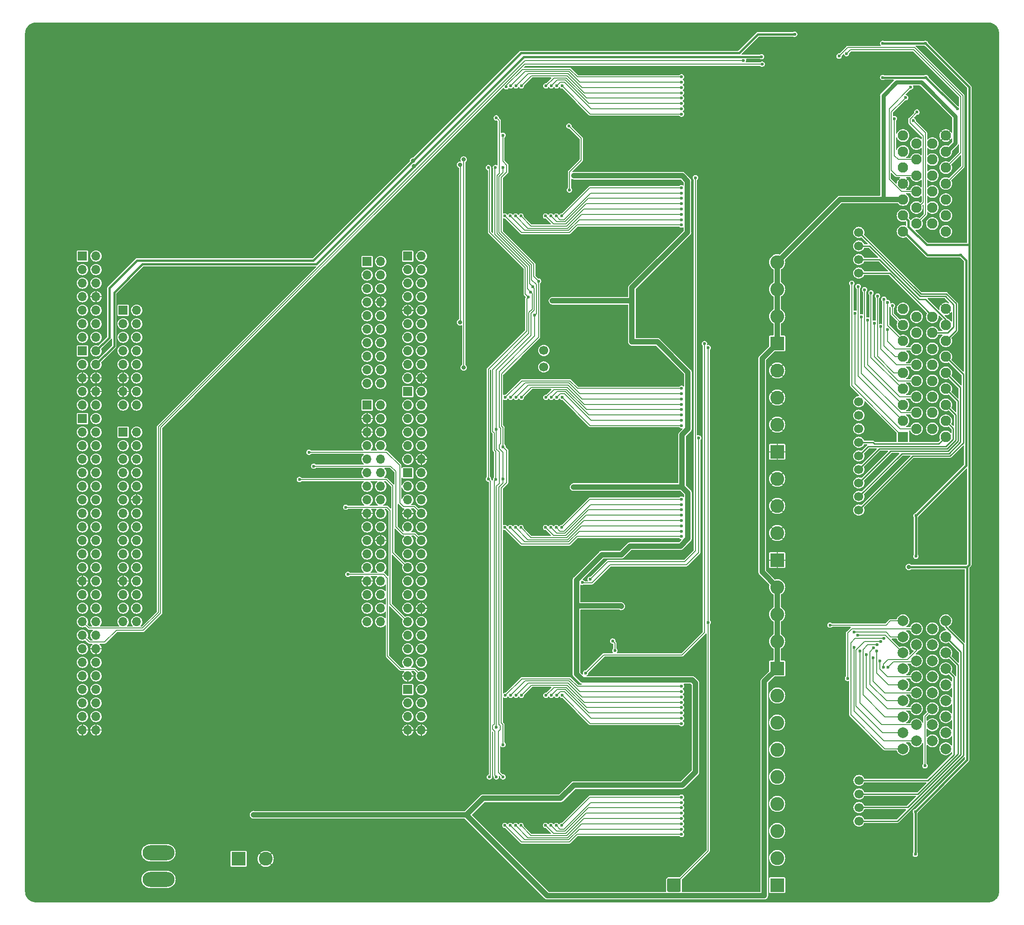
<source format=gbl>
G75*
G70*
%OFA0B0*%
%FSLAX25Y25*%
%IPPOS*%
%LPD*%
%AMOC8*
5,1,8,0,0,1.08239X$1,22.5*
%
%ADD10C,0.03150*%
%ADD11C,0.25197*%
%ADD12R,0.07677X0.07677*%
%ADD13C,0.07677*%
%ADD14R,0.06693X0.06693*%
%ADD15O,0.06693X0.06693*%
%ADD16R,0.10236X0.10236*%
%ADD17C,0.10236*%
%ADD18C,0.06693*%
%ADD19O,0.23622X0.11024*%
%ADD24C,0.07874*%
%ADD25C,0.02362*%
%ADD26C,0.00984*%
%ADD27C,0.01575*%
%ADD28C,0.03937*%
%ADD29C,0.00787*%
X0000000Y0000000D02*
%LPD*%
G01*
D10*
X0309449Y0013780D03*
X0312216Y0020461D03*
X0312216Y0007098D03*
X0318898Y0023228D03*
D11*
X0318898Y0013780D03*
D10*
X0318898Y0004331D03*
X0325579Y0020461D03*
X0325579Y0007098D03*
X0328346Y0013780D03*
D12*
X0647638Y0343701D03*
D13*
X0647638Y0355512D03*
X0647638Y0367323D03*
X0647638Y0379134D03*
X0647638Y0390945D03*
X0647638Y0402756D03*
X0647638Y0414567D03*
X0647638Y0426378D03*
X0647638Y0438189D03*
X0657480Y0349606D03*
X0657480Y0361417D03*
X0657480Y0373228D03*
X0657480Y0385039D03*
X0657480Y0396850D03*
X0657480Y0408661D03*
X0657480Y0420472D03*
X0657480Y0432283D03*
X0669291Y0349606D03*
X0669291Y0361417D03*
X0669291Y0373228D03*
X0669291Y0385039D03*
X0669291Y0396850D03*
X0669291Y0408661D03*
X0669291Y0420472D03*
X0669291Y0432283D03*
X0679134Y0343701D03*
X0679134Y0355512D03*
X0679134Y0367323D03*
X0679134Y0379134D03*
X0679134Y0390945D03*
X0679134Y0402756D03*
X0679134Y0414567D03*
X0679134Y0426378D03*
X0679134Y0438189D03*
X0647638Y0495276D03*
X0647638Y0507087D03*
X0647638Y0518898D03*
X0647638Y0530709D03*
X0647638Y0542520D03*
X0647638Y0554331D03*
X0647638Y0566142D03*
X0657480Y0501181D03*
X0657480Y0512992D03*
X0657480Y0524803D03*
X0657480Y0536614D03*
X0657480Y0548425D03*
X0657480Y0560236D03*
X0669291Y0501181D03*
X0669291Y0512992D03*
X0669291Y0524803D03*
X0669291Y0536614D03*
X0669291Y0548425D03*
X0669291Y0560236D03*
X0679134Y0495276D03*
X0679134Y0507087D03*
X0679134Y0518898D03*
X0679134Y0530709D03*
X0679134Y0542520D03*
X0679134Y0554331D03*
X0679134Y0566142D03*
D14*
X0252323Y0473165D03*
D15*
X0262323Y0473165D03*
X0252323Y0463165D03*
X0262323Y0463165D03*
X0252323Y0453165D03*
X0262323Y0453165D03*
X0252323Y0443165D03*
X0262323Y0443165D03*
X0252323Y0433165D03*
X0262323Y0433165D03*
X0252323Y0423165D03*
X0262323Y0423165D03*
X0252323Y0413165D03*
X0262323Y0413165D03*
X0252323Y0403165D03*
X0262323Y0403165D03*
X0252323Y0393165D03*
X0262323Y0393165D03*
X0252323Y0383165D03*
X0262323Y0383165D03*
D14*
X0042323Y0357165D03*
D15*
X0052323Y0357165D03*
X0042323Y0347165D03*
X0052323Y0347165D03*
X0042323Y0337165D03*
X0052323Y0337165D03*
X0042323Y0327165D03*
X0052323Y0327165D03*
X0042323Y0317165D03*
X0052323Y0317165D03*
X0042323Y0307165D03*
X0052323Y0307165D03*
X0042323Y0297165D03*
X0052323Y0297165D03*
X0042323Y0287165D03*
X0052323Y0287165D03*
X0042323Y0277165D03*
X0052323Y0277165D03*
X0042323Y0267165D03*
X0052323Y0267165D03*
X0042323Y0257165D03*
X0052323Y0257165D03*
X0042323Y0247165D03*
X0052323Y0247165D03*
X0042323Y0237165D03*
X0052323Y0237165D03*
X0042323Y0227165D03*
X0052323Y0227165D03*
X0042323Y0217165D03*
X0052323Y0217165D03*
X0042323Y0207165D03*
X0052323Y0207165D03*
X0042323Y0197165D03*
X0052323Y0197165D03*
X0042323Y0187165D03*
X0052323Y0187165D03*
X0042323Y0177165D03*
X0052323Y0177165D03*
X0042323Y0167165D03*
X0052323Y0167165D03*
X0042323Y0157165D03*
X0052323Y0157165D03*
X0042323Y0147165D03*
X0052323Y0147165D03*
X0042323Y0137165D03*
X0052323Y0137165D03*
X0042323Y0127165D03*
X0052323Y0127165D03*
D16*
X0554823Y0252677D03*
D17*
X0554823Y0272677D03*
X0554823Y0292677D03*
X0554823Y0312677D03*
D18*
X0382677Y0395276D03*
D19*
X0098425Y0016929D03*
X0098425Y0036614D03*
D16*
X0157500Y0032146D03*
D17*
X0177500Y0032146D03*
D18*
X0615000Y0494646D03*
X0382677Y0407480D03*
X0615000Y0359646D03*
D14*
X0072323Y0347165D03*
D15*
X0082323Y0347165D03*
X0072323Y0337165D03*
X0082323Y0337165D03*
X0072323Y0327165D03*
X0082323Y0327165D03*
X0072323Y0317165D03*
X0082323Y0317165D03*
X0072323Y0307165D03*
X0082323Y0307165D03*
X0072323Y0297165D03*
X0082323Y0297165D03*
X0072323Y0287165D03*
X0082323Y0287165D03*
X0072323Y0277165D03*
X0082323Y0277165D03*
X0072323Y0267165D03*
X0082323Y0267165D03*
X0072323Y0257165D03*
X0082323Y0257165D03*
X0072323Y0247165D03*
X0082323Y0247165D03*
X0072323Y0237165D03*
X0082323Y0237165D03*
X0072323Y0227165D03*
X0082323Y0227165D03*
X0072323Y0217165D03*
X0082323Y0217165D03*
X0072323Y0207165D03*
X0082323Y0207165D03*
D18*
X0615000Y0319646D03*
X0615000Y0299646D03*
D14*
X0282323Y0317087D03*
D15*
X0292323Y0317087D03*
X0282323Y0307087D03*
X0292323Y0307087D03*
X0282323Y0297087D03*
X0292323Y0297087D03*
X0282323Y0287087D03*
X0292323Y0287087D03*
X0282323Y0277087D03*
X0292323Y0277087D03*
X0282323Y0267087D03*
X0292323Y0267087D03*
X0282323Y0257087D03*
X0292323Y0257087D03*
X0282323Y0247087D03*
X0292323Y0247087D03*
X0282323Y0237087D03*
X0292323Y0237087D03*
X0282323Y0227087D03*
X0292323Y0227087D03*
X0282323Y0217087D03*
X0292323Y0217087D03*
X0282323Y0207087D03*
X0292323Y0207087D03*
X0282323Y0197087D03*
X0292323Y0197087D03*
X0282323Y0187087D03*
X0292323Y0187087D03*
X0282323Y0177087D03*
X0292323Y0177087D03*
X0282323Y0167087D03*
X0292323Y0167087D03*
D10*
X0311417Y0324803D03*
X0314185Y0331484D03*
X0314185Y0318122D03*
X0320866Y0334252D03*
D11*
X0320866Y0324803D03*
D10*
X0320866Y0315354D03*
X0327547Y0331484D03*
X0327547Y0318122D03*
X0330315Y0324803D03*
D14*
X0072323Y0437165D03*
D15*
X0082323Y0437165D03*
X0072323Y0427165D03*
X0082323Y0427165D03*
X0072323Y0417165D03*
X0082323Y0417165D03*
X0072323Y0407165D03*
X0082323Y0407165D03*
X0072323Y0397165D03*
X0082323Y0397165D03*
X0072323Y0387165D03*
X0082323Y0387165D03*
X0072323Y0377165D03*
X0082323Y0377165D03*
X0072323Y0367165D03*
X0082323Y0367165D03*
D16*
X0554823Y0332677D03*
D17*
X0554823Y0352677D03*
X0554823Y0372677D03*
X0554823Y0392677D03*
D16*
X0554823Y0412677D03*
D17*
X0554823Y0432677D03*
X0554823Y0452677D03*
X0554823Y0472677D03*
D16*
X0554823Y0012677D03*
D17*
X0554823Y0032677D03*
X0554823Y0052677D03*
X0554823Y0072677D03*
X0554823Y0092677D03*
X0554823Y0112677D03*
X0554823Y0132677D03*
X0554823Y0152677D03*
D10*
X0694938Y0013780D03*
X0697705Y0020461D03*
X0697705Y0007098D03*
X0704387Y0023228D03*
D11*
X0704387Y0013780D03*
D10*
X0704387Y0004331D03*
X0711068Y0020461D03*
X0711068Y0007098D03*
X0713835Y0013780D03*
D18*
X0615000Y0474646D03*
X0615000Y0289646D03*
D10*
X0694938Y0635827D03*
X0697705Y0642508D03*
X0697705Y0629145D03*
X0704387Y0645276D03*
D11*
X0704387Y0635827D03*
D10*
X0704387Y0626378D03*
X0711068Y0642508D03*
X0711068Y0629145D03*
X0713835Y0635827D03*
D18*
X0615000Y0309646D03*
X0615000Y0349646D03*
X0615157Y0080000D03*
D10*
X0004331Y0635827D03*
X0007098Y0642508D03*
X0007098Y0629145D03*
X0013780Y0645276D03*
D11*
X0013780Y0635827D03*
D10*
X0013780Y0626378D03*
X0020461Y0642508D03*
X0020461Y0629145D03*
X0023228Y0635827D03*
D14*
X0042323Y0407165D03*
D15*
X0052323Y0407165D03*
X0042323Y0397165D03*
X0052323Y0397165D03*
X0042323Y0387165D03*
X0052323Y0387165D03*
X0042323Y0377165D03*
X0052323Y0377165D03*
X0042323Y0367165D03*
X0052323Y0367165D03*
D18*
X0615000Y0369646D03*
X0615157Y0070000D03*
D10*
X0311417Y0635827D03*
X0314185Y0642508D03*
X0314185Y0629145D03*
X0320866Y0645276D03*
D11*
X0320866Y0635827D03*
D10*
X0320866Y0626378D03*
X0327547Y0642508D03*
X0327547Y0629145D03*
X0330315Y0635827D03*
D14*
X0282323Y0477087D03*
D15*
X0292323Y0477087D03*
X0282323Y0467087D03*
X0292323Y0467087D03*
X0282323Y0457087D03*
X0292323Y0457087D03*
X0282323Y0447087D03*
X0292323Y0447087D03*
X0282323Y0437087D03*
X0292323Y0437087D03*
X0282323Y0427087D03*
X0292323Y0427087D03*
X0282323Y0417087D03*
X0292323Y0417087D03*
X0282323Y0407087D03*
X0292323Y0407087D03*
X0282323Y0397087D03*
X0292323Y0397087D03*
X0282323Y0387087D03*
X0292323Y0387087D03*
D18*
X0615157Y0060000D03*
G36*
G01*
X0473642Y0008642D02*
X0473642Y0016713D01*
G75*
G02*
X0474626Y0017697I0000984J0000000D01*
G01*
X0482697Y0017697D01*
G75*
G02*
X0483681Y0016713I0000000J-000984D01*
G01*
X0483681Y0008642D01*
G75*
G02*
X0482697Y0007657I-000984J0000000D01*
G01*
X0474626Y0007657D01*
G75*
G02*
X0473642Y0008642I0000000J0000984D01*
G01*
G37*
D14*
X0282323Y0157087D03*
D15*
X0292323Y0157087D03*
X0282323Y0147087D03*
X0292323Y0147087D03*
X0282323Y0137087D03*
X0292323Y0137087D03*
X0282323Y0127087D03*
X0292323Y0127087D03*
D14*
X0252323Y0367165D03*
D15*
X0262323Y0367165D03*
X0252323Y0357165D03*
X0262323Y0357165D03*
X0252323Y0347165D03*
X0262323Y0347165D03*
X0252323Y0337165D03*
X0262323Y0337165D03*
X0252323Y0327165D03*
X0262323Y0327165D03*
X0252323Y0317165D03*
X0262323Y0317165D03*
X0252323Y0307165D03*
X0262323Y0307165D03*
X0252323Y0297165D03*
X0262323Y0297165D03*
X0252323Y0287165D03*
X0262323Y0287165D03*
X0252323Y0277165D03*
X0262323Y0277165D03*
X0252323Y0267165D03*
X0262323Y0267165D03*
X0252323Y0257165D03*
X0262323Y0257165D03*
X0252323Y0247165D03*
X0262323Y0247165D03*
X0252323Y0237165D03*
X0262323Y0237165D03*
X0252323Y0227165D03*
X0262323Y0227165D03*
X0252323Y0217165D03*
X0262323Y0217165D03*
X0252323Y0207165D03*
X0262323Y0207165D03*
D18*
X0615000Y0339646D03*
D14*
X0042323Y0477165D03*
D15*
X0052323Y0477165D03*
X0042323Y0467165D03*
X0052323Y0467165D03*
X0042323Y0457165D03*
X0052323Y0457165D03*
X0042323Y0447165D03*
X0052323Y0447165D03*
X0042323Y0437165D03*
X0052323Y0437165D03*
X0042323Y0427165D03*
X0052323Y0427165D03*
X0042323Y0417165D03*
X0052323Y0417165D03*
D18*
X0615157Y0090000D03*
D10*
X0004331Y0013780D03*
X0007098Y0020461D03*
X0007098Y0007098D03*
X0013780Y0023228D03*
D11*
X0013780Y0013780D03*
D10*
X0013780Y0004331D03*
X0020461Y0020461D03*
X0020461Y0007098D03*
X0023228Y0013780D03*
D14*
X0282323Y0377087D03*
D15*
X0292323Y0377087D03*
X0282323Y0367087D03*
X0292323Y0367087D03*
X0282323Y0357087D03*
X0292323Y0357087D03*
X0282323Y0347087D03*
X0292323Y0347087D03*
X0282323Y0337087D03*
X0292323Y0337087D03*
X0282323Y0327087D03*
X0292323Y0327087D03*
D18*
X0615000Y0484646D03*
D10*
X0004331Y0324803D03*
X0007098Y0331484D03*
X0007098Y0318122D03*
X0013780Y0334252D03*
D11*
X0013780Y0324803D03*
D10*
X0013780Y0315354D03*
X0020461Y0331484D03*
X0020461Y0318122D03*
X0023228Y0324803D03*
D18*
X0615000Y0464646D03*
D24*
X0647638Y0113386D03*
X0647638Y0125197D03*
X0647638Y0137008D03*
X0647638Y0148819D03*
X0647638Y0160630D03*
X0647638Y0172441D03*
X0647638Y0184252D03*
X0647638Y0196063D03*
X0647638Y0207874D03*
X0657480Y0119291D03*
X0657480Y0131102D03*
X0657480Y0142913D03*
X0657480Y0154724D03*
X0657480Y0166535D03*
X0657480Y0178346D03*
X0657480Y0190157D03*
X0657480Y0201969D03*
X0669291Y0119291D03*
X0669291Y0131102D03*
X0669291Y0142913D03*
X0669291Y0154724D03*
X0669291Y0166535D03*
X0669291Y0178346D03*
X0669291Y0190157D03*
X0669291Y0201969D03*
X0679134Y0113386D03*
X0679134Y0125197D03*
X0679134Y0137008D03*
X0679134Y0148819D03*
X0679134Y0160630D03*
X0679134Y0172441D03*
X0679134Y0184252D03*
X0679134Y0196063D03*
X0679134Y0207874D03*
D18*
X0615000Y0329646D03*
D16*
X0554823Y0172677D03*
D17*
X0554823Y0192677D03*
X0554823Y0212677D03*
X0554823Y0232677D03*
D25*
X0410236Y0107480D03*
X0309843Y0071654D03*
X0562205Y0600394D03*
X0479528Y0384252D03*
X0664567Y0616535D03*
X0429528Y0393701D03*
X0387795Y0557480D03*
X0332677Y0086614D03*
X0549606Y0529134D03*
X0462992Y0202362D03*
X0551181Y0557480D03*
X0567717Y0120472D03*
X0350787Y0071654D03*
X0318110Y0149213D03*
X0602362Y0390945D03*
X0584252Y0615748D03*
X0595669Y0617323D03*
X0636220Y0055118D03*
X0418898Y0343307D03*
X0665354Y0234646D03*
X0416929Y0470472D03*
X0489370Y0102756D03*
X0411417Y0129134D03*
X0353937Y0229528D03*
X0535433Y0170472D03*
X0415354Y0568898D03*
X0664961Y0310236D03*
X0552362Y0629134D03*
X0683071Y0006693D03*
X0105906Y0400394D03*
X0375591Y0367717D03*
X0426772Y0449213D03*
X0531890Y0326772D03*
X0411811Y0077165D03*
X0403150Y0327165D03*
X0651969Y0267717D03*
X0394094Y0405118D03*
X0494094Y0235827D03*
X0488583Y0129528D03*
X0324016Y0072047D03*
X0414173Y0548819D03*
X0497638Y0383858D03*
X0542520Y0629921D03*
X0628346Y0110236D03*
X0232283Y0012598D03*
X0668898Y0491339D03*
X0371260Y0402756D03*
X0302756Y0381496D03*
X0272047Y0145669D03*
X0538976Y0390157D03*
X0414567Y0176772D03*
X0455512Y0037008D03*
X0648031Y0579921D03*
X0420866Y0169685D03*
X0385827Y0231890D03*
X0441339Y0457480D03*
X0665354Y0579528D03*
X0181890Y0529921D03*
X0073622Y0563780D03*
X0571260Y0216929D03*
X0302756Y0322441D03*
X0209449Y0221260D03*
X0016535Y0107480D03*
X0351181Y0437402D03*
X0487795Y0081890D03*
X0562598Y0571654D03*
X0219685Y0159449D03*
X0448819Y0387402D03*
X0067323Y0010236D03*
X0421260Y0318504D03*
X0394488Y0438583D03*
X0538189Y0643701D03*
X0711811Y0428740D03*
X0339370Y0225984D03*
X0388976Y0034252D03*
X0475984Y0032283D03*
X0667717Y0021260D03*
X0672047Y0443701D03*
X0416142Y0557087D03*
X0444882Y0465748D03*
X0317323Y0091339D03*
X0551181Y0514961D03*
X0301575Y0301969D03*
X0451969Y0106693D03*
X0628346Y0561024D03*
X0368504Y0391575D03*
X0376378Y0178346D03*
X0398425Y0231496D03*
X0541339Y0046850D03*
X0540945Y0012598D03*
X0403150Y0427953D03*
X0651969Y0055118D03*
X0595669Y0485433D03*
X0598425Y0095669D03*
X0572047Y0323622D03*
X0534646Y0259055D03*
X0632677Y0626772D03*
X0356299Y0246457D03*
X0465354Y0481890D03*
X0714567Y0611811D03*
X0435039Y0013386D03*
X0515354Y0342913D03*
X0651969Y0047638D03*
X0114567Y0300787D03*
X0676378Y0067717D03*
X0541339Y0070472D03*
X0123622Y0481496D03*
X0220866Y0101969D03*
X0361024Y0237008D03*
X0272835Y0462992D03*
X0462598Y0446063D03*
X0622835Y0290157D03*
X0354331Y0501575D03*
X0094488Y0025591D03*
X0238976Y0432677D03*
X0383858Y0213780D03*
X0482283Y0496457D03*
X0344488Y0330709D03*
X0474409Y0267323D03*
X0697244Y0094094D03*
X0570866Y0254724D03*
X0241732Y0482677D03*
X0605118Y0160236D03*
X0415354Y0098425D03*
X0552362Y0572047D03*
X0427953Y0041339D03*
X0305906Y0440551D03*
X0398819Y0064173D03*
X0282677Y0036614D03*
X0014567Y0509449D03*
X0380315Y0071654D03*
X0452362Y0439370D03*
X0230315Y0344488D03*
X0271654Y0211417D03*
X0410630Y0082283D03*
X0491732Y0396457D03*
X0400787Y0075197D03*
X0333858Y0244488D03*
X0355512Y0186616D03*
X0665748Y0321260D03*
X0562205Y0528740D03*
X0499606Y0085039D03*
X0403543Y0583071D03*
X0707087Y0126772D03*
X0140945Y0562598D03*
X0009449Y0044094D03*
X0359449Y0260630D03*
X0371654Y0107874D03*
X0402760Y0170455D03*
X0412205Y0495669D03*
X0568504Y0384252D03*
X0012598Y0275984D03*
X0524016Y0110236D03*
X0640551Y0310236D03*
X0436614Y0404331D03*
X0490157Y0323228D03*
X0055118Y0637795D03*
X0273622Y0187008D03*
X0537795Y0152756D03*
X0508661Y0383858D03*
X0632677Y0616535D03*
X0369685Y0523228D03*
X0538583Y0300394D03*
X0509055Y0231496D03*
X0659843Y0594488D03*
X0455118Y0188583D03*
X0564961Y0357087D03*
X0337795Y0573228D03*
X0594882Y0188976D03*
X0306693Y0405118D03*
X0012992Y0587795D03*
X0649213Y0086220D03*
X0621654Y0566929D03*
X0627559Y0529134D03*
X0419291Y0123228D03*
X0283465Y0635433D03*
X0385827Y0253937D03*
X0125984Y0010236D03*
X0710630Y0505906D03*
X0412205Y0194488D03*
X0407874Y0264567D03*
X0365748Y0468110D03*
X0413780Y0348031D03*
X0488583Y0260630D03*
X0272441Y0434646D03*
X0490157Y0420472D03*
X0354724Y0455512D03*
X0696457Y0070472D03*
X0383858Y0502362D03*
X0453937Y0016929D03*
X0373228Y0603543D03*
X0384252Y0607480D03*
X0709449Y0562992D03*
X0475984Y0564567D03*
X0412205Y0231496D03*
X0429921Y0566929D03*
X0466929Y0222835D03*
X0441732Y0438976D03*
X0324016Y0552756D03*
X0490945Y0465748D03*
X0337402Y0186220D03*
X0509055Y0082283D03*
X0662205Y0273622D03*
X0576772Y0050394D03*
X0428346Y0417323D03*
X0351181Y0427165D03*
X0405512Y0295276D03*
X0498819Y0046063D03*
X0172835Y0635039D03*
X0447244Y0494488D03*
X0321654Y0053150D03*
X0498031Y0406299D03*
X0497638Y0218504D03*
X0405118Y0099213D03*
X0568110Y0171654D03*
X0603543Y0248425D03*
X0664173Y0626772D03*
X0603937Y0070866D03*
X0651969Y0273622D03*
X0418898Y0244488D03*
X0335827Y0036220D03*
X0570079Y0335827D03*
X0382677Y0272441D03*
X0418504Y0572835D03*
X0404331Y0016535D03*
X0627953Y0536220D03*
X0475591Y0545276D03*
X0339764Y0201575D03*
X0297638Y0262598D03*
X0503543Y0437795D03*
X0453937Y0178740D03*
X0369291Y0071654D03*
X0315354Y0233465D03*
X0463780Y0496457D03*
X0537402Y0129134D03*
X0369685Y0356693D03*
X0489370Y0552362D03*
X0409055Y0388976D03*
X0535433Y0222047D03*
X0486614Y0045669D03*
X0570079Y0095669D03*
X0634252Y0034646D03*
X0383071Y0052362D03*
X0508268Y0301181D03*
X0661024Y0055512D03*
X0445669Y0255672D03*
X0470866Y0237008D03*
X0568504Y0281102D03*
X0590157Y0640157D03*
X0628346Y0495669D03*
X0337795Y0468898D03*
X0274016Y0367717D03*
X0379921Y0522835D03*
X0500787Y0116142D03*
X0677953Y0469685D03*
X0446850Y0242520D03*
X0333071Y0300000D03*
X0657087Y0473228D03*
X0014173Y0184646D03*
X0422441Y0129528D03*
X0461417Y0419685D03*
X0576772Y0071654D03*
X0352362Y0099213D03*
X0380315Y0466929D03*
X0422441Y0579528D03*
X0507087Y0590945D03*
X0562598Y0500787D03*
X0338976Y0123228D03*
X0580315Y0005906D03*
X0407480Y0412205D03*
X0375984Y0410630D03*
X0422047Y0547638D03*
X0550394Y0500787D03*
X0624016Y0584646D03*
X0628346Y0094488D03*
X0603150Y0349213D03*
X0429528Y0266535D03*
X0474409Y0487795D03*
X0355906Y0041339D03*
X0413386Y0207480D03*
X0337795Y0264961D03*
X0550394Y0543307D03*
X0611024Y0622047D03*
X0442520Y0400394D03*
X0444488Y0411024D03*
X0532677Y0419685D03*
X0484646Y0641339D03*
X0407480Y0557480D03*
X0581890Y0442520D03*
X0425984Y0438583D03*
X0405118Y0343701D03*
X0516142Y0463780D03*
X0306693Y0475984D03*
X0428836Y0424314D03*
X0331890Y0064567D03*
X0374803Y0581890D03*
X0307480Y0280315D03*
X0485827Y0573622D03*
X0551575Y0585827D03*
X0603543Y0277953D03*
X0398819Y0594882D03*
X0405118Y0318898D03*
X0497244Y0547638D03*
X0537008Y0107480D03*
X0538189Y0087008D03*
X0380709Y0026378D03*
X0462598Y0427165D03*
X0338189Y0391575D03*
X0384252Y0418110D03*
X0382283Y0441732D03*
X0485827Y0098031D03*
X0244488Y0556693D03*
X0401181Y0218898D03*
X0562598Y0557480D03*
X0343701Y0550000D03*
X0199213Y0048425D03*
X0285827Y0104724D03*
X0322835Y0362205D03*
X0604724Y0147638D03*
X0710236Y0055906D03*
X0308661Y0271260D03*
X0185433Y0407480D03*
X0149606Y0188976D03*
X0551181Y0600394D03*
X0443307Y0417323D03*
X0683071Y0643701D03*
X0376378Y0376772D03*
X0334252Y0431496D03*
X0355118Y0379921D03*
X0426772Y0555906D03*
X0475591Y0324803D03*
X0627953Y0545276D03*
X0578346Y0638976D03*
X0358661Y0318898D03*
X0375591Y0220472D03*
X0355118Y0548819D03*
X0662205Y0267717D03*
X0374016Y0297638D03*
X0368504Y0005512D03*
X0475984Y0096457D03*
X0424803Y0325984D03*
X0377559Y0248425D03*
X0272441Y0398031D03*
X0405512Y0549213D03*
X0442913Y0427165D03*
X0268504Y0315748D03*
X0375984Y0133071D03*
X0342520Y0565748D03*
X0562205Y0514961D03*
X0697244Y0036614D03*
X0350889Y0415394D03*
X0337795Y0343701D03*
X0344488Y0320866D03*
X0400000Y0389764D03*
X0378740Y0483071D03*
X0707480Y0373622D03*
X0681102Y0612205D03*
X0488189Y0412598D03*
X0383071Y0156693D03*
X0380709Y0358268D03*
X0562598Y0585827D03*
X0354724Y0159449D03*
X0298230Y0187841D03*
X0606299Y0054331D03*
X0679134Y0579528D03*
X0665354Y0224016D03*
X0150000Y0122047D03*
X0510236Y0190551D03*
X0351181Y0432283D03*
X0689764Y0603543D03*
X0686220Y0501181D03*
X0363386Y0327559D03*
X0661417Y0047638D03*
X0474803Y0200787D03*
X0111192Y0054949D03*
X0159449Y0352362D03*
X0562205Y0322047D03*
X0453543Y0326378D03*
X0115354Y0203150D03*
X0438976Y0481496D03*
X0365354Y0557087D03*
X0602362Y0310630D03*
X0496063Y0253543D03*
X0129134Y0246063D03*
X0489764Y0486614D03*
X0271260Y0018898D03*
X0493307Y0012598D03*
X0607480Y0125984D03*
X0494882Y0173622D03*
X0418898Y0429134D03*
X0464173Y0402362D03*
X0398031Y0296063D03*
X0485433Y0547638D03*
X0462598Y0227559D03*
X0397638Y0450394D03*
X0464961Y0457480D03*
X0286614Y0485827D03*
X0488189Y0405118D03*
X0510630Y0630315D03*
X0603937Y0029528D03*
X0399110Y0194230D03*
X0113386Y0153150D03*
X0453543Y0553937D03*
X0625591Y0006299D03*
X0705118Y0181102D03*
X0571260Y0633858D03*
X0325984Y0406808D03*
X0400000Y0135827D03*
X0562598Y0543307D03*
X0375591Y0146457D03*
X0101181Y0114173D03*
X0298425Y0201181D03*
X0375197Y0272835D03*
X0175197Y0449606D03*
X0521654Y0423228D03*
X0484754Y0536506D03*
X0404793Y0086545D03*
X0439764Y0218504D03*
X0447638Y0453780D03*
X0404764Y0536496D03*
X0447638Y0413780D03*
X0439764Y0256693D03*
X0484744Y0086496D03*
X0389016Y0444134D03*
X0404587Y0306496D03*
X0168504Y0064646D03*
X0484596Y0306742D03*
X0484252Y0500085D03*
X0353939Y0506772D03*
X0636034Y0422833D03*
X0357874Y0506772D03*
X0484252Y0504020D03*
X0484252Y0507955D03*
X0631104Y0425195D03*
X0361809Y0506772D03*
X0626382Y0427557D03*
X0365744Y0506772D03*
X0484252Y0511890D03*
X0484252Y0515825D03*
X0621659Y0429921D03*
X0383939Y0506772D03*
X0387874Y0506772D03*
X0484252Y0519760D03*
X0616937Y0432278D03*
X0391809Y0506772D03*
X0484252Y0523695D03*
X0612215Y0435039D03*
X0484311Y0527630D03*
X0395744Y0506772D03*
X0484311Y0581977D03*
X0396061Y0602835D03*
X0639764Y0440549D03*
X0484252Y0585911D03*
X0392126Y0602835D03*
X0636220Y0442911D03*
X0401181Y0573228D03*
X0401575Y0525984D03*
X0413386Y0169291D03*
X0501181Y0412557D03*
X0347051Y0312205D03*
X0346992Y0542520D03*
X0347638Y0092598D03*
X0372840Y0450725D03*
X0341732Y0542520D03*
X0371267Y0446822D03*
X0342559Y0092559D03*
X0341732Y0312598D03*
X0374413Y0454556D03*
X0347638Y0129213D03*
X0347638Y0349213D03*
X0347638Y0579213D03*
X0352500Y0566398D03*
X0352500Y0116398D03*
X0378740Y0458661D03*
X0352500Y0336398D03*
X0352559Y0542598D03*
X0352559Y0312598D03*
X0375986Y0433465D03*
X0352559Y0092598D03*
X0606001Y0626676D03*
X0600394Y0624803D03*
X0411024Y0236220D03*
X0496850Y0342913D03*
D10*
X0320866Y0544607D03*
X0286786Y0543426D03*
X0320866Y0428327D03*
D25*
X0543307Y0624409D03*
X0388191Y0602835D03*
X0633465Y0445274D03*
X0484252Y0589846D03*
X0384256Y0602835D03*
X0484252Y0593781D03*
X0628740Y0447638D03*
X0366061Y0602835D03*
X0484252Y0597717D03*
X0624016Y0450000D03*
X0362126Y0602835D03*
X0484252Y0601652D03*
X0619291Y0452360D03*
X0484252Y0605587D03*
X0614567Y0454722D03*
X0358191Y0602835D03*
X0609843Y0457085D03*
X0484252Y0609522D03*
X0354958Y0602133D03*
X0484252Y0270085D03*
X0620497Y0183071D03*
X0353939Y0276772D03*
X0484252Y0274020D03*
X0615777Y0185431D03*
X0357874Y0276772D03*
X0361809Y0276772D03*
X0484252Y0277955D03*
X0611417Y0188189D03*
X0365744Y0276772D03*
X0593701Y0204724D03*
X0484252Y0281890D03*
X0611417Y0199608D03*
X0383939Y0276772D03*
X0484252Y0285825D03*
X0484252Y0289760D03*
X0387874Y0276772D03*
X0614054Y0197246D03*
X0391809Y0276772D03*
X0484252Y0293695D03*
X0395744Y0276772D03*
X0628304Y0185433D03*
X0484311Y0297630D03*
X0396061Y0372835D03*
X0484311Y0351977D03*
X0625984Y0187803D03*
X0628684Y0190163D03*
X0392126Y0372835D03*
X0484252Y0355911D03*
X0484252Y0359846D03*
X0631102Y0192520D03*
X0388191Y0372835D03*
X0384256Y0372835D03*
X0633465Y0194884D03*
X0484252Y0363781D03*
X0366061Y0372835D03*
X0484252Y0367717D03*
X0362126Y0372835D03*
X0484252Y0371652D03*
X0358191Y0372835D03*
X0484252Y0375587D03*
X0354256Y0372835D03*
X0484252Y0379522D03*
X0353939Y0056772D03*
X0484252Y0050085D03*
X0484252Y0054020D03*
X0357874Y0056772D03*
X0484252Y0057955D03*
X0361809Y0056772D03*
X0484252Y0061890D03*
X0365744Y0056772D03*
X0484252Y0065825D03*
X0383939Y0056772D03*
X0484252Y0069760D03*
X0387874Y0056772D03*
X0484252Y0073695D03*
X0391809Y0056772D03*
X0484311Y0077630D03*
X0395744Y0056772D03*
X0484311Y0131977D03*
X0663780Y0100787D03*
X0396061Y0152835D03*
X0484252Y0135911D03*
X0392126Y0152835D03*
X0484252Y0139846D03*
X0388191Y0152835D03*
X0606693Y0165354D03*
X0484252Y0143781D03*
X0384256Y0152835D03*
X0366061Y0152835D03*
X0633027Y0173622D03*
X0484252Y0147717D03*
X0484252Y0151652D03*
X0636614Y0173622D03*
X0362126Y0152835D03*
X0358191Y0152835D03*
X0484252Y0155587D03*
X0630666Y0178344D03*
X0354256Y0152835D03*
X0625589Y0180709D03*
X0484252Y0159522D03*
X0503937Y0409449D03*
X0503937Y0206693D03*
X0529921Y0621654D03*
X0543701Y0618898D03*
X0690157Y0477953D03*
X0664567Y0609055D03*
X0657087Y0285433D03*
X0687795Y0585827D03*
X0657087Y0255512D03*
X0632677Y0609055D03*
X0656693Y0066929D03*
X0656693Y0035433D03*
X0632677Y0634252D03*
D10*
X0651969Y0247638D03*
D25*
X0664173Y0634252D03*
X0655120Y0577165D03*
X0657874Y0583465D03*
X0653150Y0601969D03*
X0649604Y0594094D03*
X0641339Y0578740D03*
D10*
X0323622Y0394882D03*
D25*
X0567717Y0640945D03*
D10*
X0286220Y0547638D03*
X0323622Y0548425D03*
D25*
X0238189Y0242126D03*
X0236614Y0291732D03*
X0202362Y0312205D03*
X0212992Y0322047D03*
X0209449Y0332283D03*
X0494488Y0535039D03*
X0416929Y0238583D03*
X0433465Y0192913D03*
X0435039Y0185827D03*
D28*
X0484596Y0306742D02*
X0404833Y0306742D01*
X0325591Y0064567D02*
X0337795Y0076772D01*
X0466535Y0413780D02*
X0447638Y0413780D01*
X0488583Y0494724D02*
X0488583Y0532677D01*
X0447638Y0444488D02*
X0447638Y0453780D01*
X0425374Y0256693D02*
X0439764Y0256693D01*
X0389016Y0444134D02*
X0447283Y0444134D01*
X0543701Y0243799D02*
X0543701Y0252362D01*
X0554823Y0472677D02*
X0601043Y0518898D01*
D10*
X0642913Y0605512D02*
X0633071Y0595669D01*
X0686220Y0580315D02*
X0661024Y0605512D01*
X0679921Y0554331D02*
X0686220Y0560630D01*
D28*
X0404764Y0536496D02*
X0484744Y0536496D01*
X0484596Y0345226D02*
X0488976Y0349606D01*
X0447638Y0453780D02*
X0488583Y0494724D01*
X0488976Y0268504D02*
X0488976Y0302362D01*
X0404833Y0306742D02*
X0404587Y0306496D01*
X0439764Y0256693D02*
X0446063Y0262992D01*
X0406695Y0218898D02*
X0439370Y0218898D01*
X0168583Y0064567D02*
X0168504Y0064646D01*
X0411024Y0164173D02*
X0406695Y0168502D01*
X0554823Y0412677D02*
X0554823Y0472677D01*
X0406695Y0168502D02*
X0406695Y0218898D01*
X0406695Y0218898D02*
X0406695Y0238013D01*
X0554823Y0232677D02*
X0543701Y0243799D01*
X0545276Y0004903D02*
X0545276Y0163130D01*
X0385254Y0004903D02*
X0545276Y0004903D01*
X0494488Y0096240D02*
X0494488Y0161811D01*
X0484596Y0306742D02*
X0484596Y0345226D01*
X0488976Y0302362D02*
X0484596Y0306742D01*
X0488976Y0391339D02*
X0466535Y0413780D01*
D10*
X0633071Y0595669D02*
X0633071Y0519685D01*
D28*
X0483465Y0262992D02*
X0488976Y0268504D01*
X0447283Y0444134D02*
X0447638Y0444488D01*
X0447638Y0413780D02*
X0447638Y0444488D01*
X0395020Y0076772D02*
X0404793Y0086545D01*
X0406695Y0238013D02*
X0425374Y0256693D01*
X0484744Y0536496D02*
X0484754Y0536506D01*
X0492126Y0164173D02*
X0411024Y0164173D01*
D10*
X0661024Y0605512D02*
X0642913Y0605512D01*
X0679134Y0554331D02*
X0679921Y0554331D01*
D28*
X0484744Y0086496D02*
X0494488Y0096240D01*
X0337795Y0076772D02*
X0395020Y0076772D01*
X0543701Y0252362D02*
X0543701Y0401555D01*
X0488976Y0349606D02*
X0488976Y0391339D01*
X0494488Y0161811D02*
X0492126Y0164173D01*
X0543701Y0401555D02*
X0554823Y0412677D01*
D10*
X0633071Y0519685D02*
X0632283Y0518898D01*
X0686220Y0560630D02*
X0686220Y0580315D01*
D28*
X0554823Y0172677D02*
X0554823Y0232677D01*
X0325591Y0064567D02*
X0168583Y0064567D01*
X0488583Y0532677D02*
X0484754Y0536506D01*
X0446063Y0262992D02*
X0483465Y0262992D01*
X0545276Y0163130D02*
X0554823Y0172677D01*
X0325591Y0064567D02*
X0385254Y0004903D01*
X0404843Y0086496D02*
X0404793Y0086545D01*
X0601043Y0518898D02*
X0632283Y0518898D01*
X0632283Y0518898D02*
X0647638Y0518898D01*
X0439370Y0218898D02*
X0439764Y0218504D01*
X0484744Y0086496D02*
X0404843Y0086496D01*
D29*
X0401547Y0494580D02*
X0407051Y0500085D01*
X0366130Y0494580D02*
X0401547Y0494580D01*
X0407051Y0500085D02*
X0483935Y0500085D01*
X0353939Y0506772D02*
X0366130Y0494580D01*
X0357874Y0506772D02*
X0368493Y0496153D01*
X0408762Y0504020D02*
X0483935Y0504020D01*
X0636034Y0414360D02*
X0641732Y0408661D01*
X0400895Y0496153D02*
X0408762Y0504020D01*
X0368493Y0496153D02*
X0400895Y0496153D01*
X0636034Y0422833D02*
X0636034Y0414360D01*
X0641732Y0408661D02*
X0657480Y0408661D01*
X0631102Y0425193D02*
X0631102Y0408661D01*
X0642913Y0396850D02*
X0657480Y0396850D01*
X0631104Y0425195D02*
X0631102Y0425193D01*
X0410473Y0507955D02*
X0483935Y0507955D01*
X0400244Y0497726D02*
X0410473Y0507955D01*
X0631102Y0408661D02*
X0642913Y0396850D01*
X0370855Y0497726D02*
X0400244Y0497726D01*
X0361809Y0506772D02*
X0370855Y0497726D01*
X0373217Y0499299D02*
X0399592Y0499299D01*
X0399592Y0499299D02*
X0412183Y0511890D01*
X0626378Y0427553D02*
X0626378Y0402756D01*
X0644094Y0385039D02*
X0657480Y0385039D01*
X0626382Y0427557D02*
X0626378Y0427553D01*
X0626378Y0402756D02*
X0644094Y0385039D01*
X0365744Y0506772D02*
X0373217Y0499299D01*
X0412183Y0511890D02*
X0483935Y0511890D01*
X0645276Y0373228D02*
X0657480Y0373228D01*
X0398941Y0500872D02*
X0413894Y0515825D01*
X0389839Y0500872D02*
X0398941Y0500872D01*
X0413894Y0515825D02*
X0483935Y0515825D01*
X0383939Y0506772D02*
X0389839Y0500872D01*
X0621659Y0429921D02*
X0621654Y0429915D01*
X0621654Y0429915D02*
X0621654Y0396850D01*
X0621654Y0396850D02*
X0645276Y0373228D01*
X0646063Y0361417D02*
X0657480Y0361417D01*
X0616929Y0432270D02*
X0616929Y0390551D01*
X0616937Y0432278D02*
X0616929Y0432270D01*
X0387874Y0506772D02*
X0392201Y0502445D01*
X0392201Y0502445D02*
X0398289Y0502445D01*
X0398289Y0502445D02*
X0415604Y0519760D01*
X0616929Y0390551D02*
X0646063Y0361417D01*
X0415604Y0519760D02*
X0483935Y0519760D01*
X0645669Y0349606D02*
X0657480Y0349606D01*
X0417315Y0523695D02*
X0397638Y0504018D01*
X0483935Y0523695D02*
X0417315Y0523695D01*
X0612205Y0435030D02*
X0612205Y0383071D01*
X0612205Y0383071D02*
X0645669Y0349606D01*
X0612215Y0435039D02*
X0612205Y0435030D01*
X0397638Y0504018D02*
X0394563Y0504018D01*
X0394563Y0504018D02*
X0391809Y0506772D01*
X0395744Y0506772D02*
X0416602Y0527630D01*
X0416602Y0527630D02*
X0483994Y0527630D01*
X0396061Y0602835D02*
X0416919Y0581977D01*
X0639764Y0434252D02*
X0647638Y0426378D01*
X0416919Y0581977D02*
X0484311Y0581977D01*
X0639764Y0440549D02*
X0639764Y0434252D01*
X0394880Y0605589D02*
X0392126Y0602835D01*
X0636220Y0442911D02*
X0636220Y0425984D01*
X0417632Y0585911D02*
X0397955Y0605589D01*
X0636220Y0425984D02*
X0647638Y0414567D01*
X0484252Y0585911D02*
X0417632Y0585911D01*
X0397955Y0605589D02*
X0394880Y0605589D01*
X0401575Y0539370D02*
X0401575Y0525984D01*
X0410236Y0564173D02*
X0410236Y0548031D01*
X0401181Y0573228D02*
X0410236Y0564173D01*
X0410236Y0548031D02*
X0401575Y0539370D01*
X0484646Y0182677D02*
X0426772Y0182677D01*
X0426772Y0182677D02*
X0413386Y0169291D01*
X0501181Y0199213D02*
X0484646Y0182677D01*
X0501181Y0412557D02*
X0501181Y0199213D01*
X0346457Y0493307D02*
X0346457Y0541984D01*
X0346316Y0126459D02*
X0346457Y0126459D01*
X0347051Y0333008D02*
X0347051Y0312205D01*
X0370478Y0453087D02*
X0370478Y0469285D01*
X0374021Y0437800D02*
X0371659Y0435438D01*
X0344884Y0393309D02*
X0344884Y0347636D01*
X0370478Y0469285D02*
X0346457Y0493307D01*
X0344884Y0347636D02*
X0346065Y0346455D01*
X0346065Y0346455D02*
X0346065Y0333994D01*
X0346457Y0093780D02*
X0347638Y0092598D01*
X0346457Y0541984D02*
X0346992Y0542520D01*
X0344884Y0130535D02*
X0344884Y0127891D01*
X0347051Y0312205D02*
X0346065Y0311218D01*
X0346065Y0333994D02*
X0347051Y0333008D01*
X0371659Y0435438D02*
X0371659Y0420085D01*
X0344884Y0127891D02*
X0346316Y0126459D01*
X0346065Y0131716D02*
X0344884Y0130535D01*
X0372840Y0450725D02*
X0374021Y0449544D01*
X0372840Y0450725D02*
X0370478Y0453087D01*
X0374021Y0449544D02*
X0374021Y0437800D01*
X0346065Y0311218D02*
X0346065Y0131716D01*
X0346457Y0126459D02*
X0346457Y0093780D01*
X0371659Y0420085D02*
X0344884Y0393309D01*
X0341732Y0542520D02*
X0342559Y0541693D01*
X0368905Y0449184D02*
X0371267Y0446822D01*
X0342559Y0092559D02*
X0343307Y0093307D01*
X0342559Y0541693D02*
X0342559Y0494843D01*
X0343307Y0311024D02*
X0341732Y0312598D01*
X0370086Y0422055D02*
X0341732Y0393701D01*
X0341732Y0393701D02*
X0341732Y0312598D01*
X0342559Y0494843D02*
X0368905Y0468496D01*
X0368905Y0468496D02*
X0368905Y0449184D01*
X0371267Y0446822D02*
X0370086Y0445641D01*
X0343307Y0093307D02*
X0343307Y0311024D01*
X0370086Y0445641D02*
X0370086Y0422055D01*
X0347638Y0129213D02*
X0347638Y0307087D01*
X0347638Y0307087D02*
X0349805Y0309254D01*
X0349746Y0538191D02*
X0349746Y0577104D01*
X0349746Y0577104D02*
X0347638Y0579213D01*
X0372051Y0469957D02*
X0348039Y0493969D01*
X0349805Y0309254D02*
X0349805Y0332478D01*
X0372051Y0456918D02*
X0372051Y0469957D01*
X0375594Y0437149D02*
X0373232Y0434786D01*
X0374413Y0454556D02*
X0375594Y0453375D01*
X0373232Y0418508D02*
X0347638Y0392913D01*
X0373232Y0434786D02*
X0373232Y0418508D01*
X0347638Y0334646D02*
X0347638Y0349213D01*
X0347638Y0392913D02*
X0347638Y0349213D01*
X0349805Y0332478D02*
X0347638Y0334646D01*
X0348039Y0536484D02*
X0349746Y0538191D01*
X0374413Y0454556D02*
X0372051Y0456918D01*
X0375594Y0453375D02*
X0375594Y0437149D01*
X0348039Y0493969D02*
X0348039Y0536484D01*
X0351185Y0495272D02*
X0351185Y0535181D01*
X0375197Y0471260D02*
X0351185Y0495272D01*
X0355313Y0539309D02*
X0355313Y0544293D01*
X0352500Y0116398D02*
X0352500Y0131220D01*
X0351185Y0305909D02*
X0355313Y0310037D01*
X0352500Y0547106D02*
X0352500Y0566398D01*
X0352500Y0131220D02*
X0351185Y0132536D01*
X0355313Y0544293D02*
X0352500Y0547106D01*
X0351502Y0390085D02*
X0351502Y0351649D01*
X0355313Y0310037D02*
X0355313Y0333585D01*
X0352500Y0350651D02*
X0352500Y0336398D01*
X0351502Y0351649D02*
X0352500Y0350651D01*
X0355313Y0333585D02*
X0352500Y0336398D01*
X0378740Y0458661D02*
X0375197Y0462204D01*
X0351185Y0535181D02*
X0355313Y0539309D01*
X0378740Y0458661D02*
X0378740Y0417323D01*
X0375197Y0462204D02*
X0375197Y0471260D01*
X0378740Y0417323D02*
X0351502Y0390085D01*
X0351185Y0132536D02*
X0351185Y0305909D01*
X0349612Y0131314D02*
X0349612Y0306561D01*
X0377167Y0434646D02*
X0377167Y0456158D01*
X0349612Y0535833D02*
X0352559Y0538780D01*
X0350392Y0130535D02*
X0349612Y0131314D01*
X0352559Y0309508D02*
X0352559Y0312598D01*
X0375986Y0418112D02*
X0349929Y0392055D01*
X0349213Y0126378D02*
X0350392Y0127557D01*
X0349746Y0337720D02*
X0349746Y0335076D01*
X0349746Y0335076D02*
X0352559Y0332263D01*
X0350927Y0338901D02*
X0349746Y0337720D01*
X0352559Y0332263D02*
X0352559Y0312598D01*
X0375986Y0433465D02*
X0377167Y0434646D01*
X0373624Y0470608D02*
X0349612Y0494620D01*
X0377167Y0456158D02*
X0373624Y0459702D01*
X0349612Y0494620D02*
X0349612Y0535833D01*
X0350392Y0127557D02*
X0350392Y0130535D01*
X0352559Y0092598D02*
X0349213Y0095945D01*
X0375986Y0433465D02*
X0375986Y0418112D01*
X0373624Y0459702D02*
X0373624Y0470608D01*
X0349929Y0392055D02*
X0349929Y0350997D01*
X0349929Y0350997D02*
X0350927Y0349999D01*
X0349612Y0306561D02*
X0352559Y0309508D01*
X0350927Y0349999D02*
X0350927Y0338901D01*
X0352559Y0538780D02*
X0352559Y0542598D01*
X0349213Y0095945D02*
X0349213Y0126378D01*
X0679134Y0542520D02*
X0690157Y0553543D01*
X0690157Y0553543D02*
X0690157Y0594882D01*
X0690157Y0594882D02*
X0655512Y0629528D01*
X0655512Y0629528D02*
X0608852Y0629528D01*
X0608852Y0629528D02*
X0606001Y0626676D01*
X0679134Y0530709D02*
X0691732Y0543307D01*
X0691732Y0595534D02*
X0656164Y0631102D01*
X0691732Y0543307D02*
X0691732Y0595534D01*
X0656164Y0631102D02*
X0606693Y0631102D01*
X0606693Y0631102D02*
X0600394Y0624803D01*
X0411415Y0235829D02*
X0411024Y0236220D01*
X0431454Y0249213D02*
X0418070Y0235829D01*
X0496850Y0258268D02*
X0487795Y0249213D01*
X0496850Y0342913D02*
X0496850Y0258268D01*
X0418070Y0235829D02*
X0411415Y0235829D01*
X0487795Y0249213D02*
X0431454Y0249213D01*
X0321260Y0428720D02*
X0321260Y0544214D01*
D27*
X0065748Y0450394D02*
X0065748Y0410591D01*
X0214690Y0471260D02*
X0086614Y0471260D01*
X0065748Y0410591D02*
X0052323Y0397165D01*
D29*
X0320866Y0428327D02*
X0321260Y0428720D01*
D27*
X0086614Y0471260D02*
X0065748Y0450394D01*
D29*
X0321260Y0544214D02*
X0320866Y0544607D01*
D27*
X0543307Y0624409D02*
X0367840Y0624409D01*
X0367840Y0624409D02*
X0214690Y0471260D01*
D29*
X0398606Y0607162D02*
X0415921Y0589846D01*
X0641732Y0402756D02*
X0647638Y0402756D01*
X0392518Y0607162D02*
X0398606Y0607162D01*
X0388191Y0602835D02*
X0392518Y0607162D01*
X0415921Y0589846D02*
X0484252Y0589846D01*
X0633465Y0445274D02*
X0633465Y0411024D01*
X0633465Y0411024D02*
X0641732Y0402756D01*
X0628742Y0447636D02*
X0628742Y0409451D01*
X0414211Y0593781D02*
X0484252Y0593781D01*
X0628742Y0409451D02*
X0628740Y0409449D01*
X0628740Y0447638D02*
X0628742Y0447636D01*
X0399258Y0608734D02*
X0414211Y0593781D01*
X0628740Y0403150D02*
X0640945Y0390945D01*
X0384256Y0602835D02*
X0390156Y0608734D01*
X0628740Y0409449D02*
X0628740Y0403150D01*
X0390156Y0608734D02*
X0399258Y0608734D01*
X0640945Y0390945D02*
X0647638Y0390945D01*
X0624020Y0449996D02*
X0624020Y0406303D01*
X0412500Y0597717D02*
X0484252Y0597717D01*
X0647244Y0379134D02*
X0647638Y0379134D01*
X0373534Y0610307D02*
X0399909Y0610307D01*
X0366061Y0602835D02*
X0373534Y0610307D01*
X0624016Y0450000D02*
X0624020Y0449996D01*
X0624016Y0402362D02*
X0647244Y0379134D01*
X0624020Y0406303D02*
X0624016Y0406299D01*
X0624016Y0406299D02*
X0624016Y0402362D01*
X0399909Y0610307D02*
X0412500Y0597717D01*
X0619297Y0413392D02*
X0619291Y0413386D01*
X0410789Y0601652D02*
X0484252Y0601652D01*
X0371172Y0611880D02*
X0400561Y0611880D01*
X0619291Y0395669D02*
X0647638Y0367323D01*
X0619291Y0452360D02*
X0619297Y0452354D01*
X0362126Y0602835D02*
X0371172Y0611880D01*
X0619297Y0452354D02*
X0619297Y0413392D01*
X0619291Y0413386D02*
X0619291Y0395669D01*
X0400561Y0611880D02*
X0410789Y0601652D01*
X0614575Y0388575D02*
X0647638Y0355512D01*
X0409079Y0605587D02*
X0484252Y0605587D01*
X0368809Y0613453D02*
X0401212Y0613453D01*
X0614567Y0454722D02*
X0614575Y0454715D01*
X0614575Y0454715D02*
X0614575Y0388575D01*
X0401212Y0613453D02*
X0409079Y0605587D01*
X0358191Y0602835D02*
X0368809Y0613453D01*
X0354958Y0603246D02*
X0354958Y0602133D01*
X0609843Y0457085D02*
X0609852Y0457075D01*
X0407368Y0609522D02*
X0401864Y0615026D01*
X0366738Y0615026D02*
X0354958Y0603246D01*
X0609852Y0381486D02*
X0647638Y0343701D01*
X0484252Y0609522D02*
X0407368Y0609522D01*
X0401864Y0615026D02*
X0366738Y0615026D01*
X0609852Y0457075D02*
X0609852Y0381486D01*
X0366130Y0264580D02*
X0401547Y0264580D01*
X0636220Y0142913D02*
X0657480Y0142913D01*
X0620472Y0158661D02*
X0636220Y0142913D01*
X0401547Y0264580D02*
X0407051Y0270085D01*
X0407051Y0270085D02*
X0483935Y0270085D01*
X0620497Y0183071D02*
X0620472Y0183046D01*
X0620472Y0183046D02*
X0620472Y0158661D01*
X0353939Y0276772D02*
X0366130Y0264580D01*
X0408762Y0274020D02*
X0483935Y0274020D01*
X0631890Y0131102D02*
X0657480Y0131102D01*
X0357874Y0276772D02*
X0368493Y0266153D01*
X0615777Y0185431D02*
X0615748Y0185403D01*
X0615748Y0147244D02*
X0631890Y0131102D01*
X0400895Y0266153D02*
X0408762Y0274020D01*
X0368493Y0266153D02*
X0400895Y0266153D01*
X0615748Y0185403D02*
X0615748Y0147244D01*
X0611417Y0141339D02*
X0633465Y0119291D01*
X0400244Y0267726D02*
X0410473Y0277955D01*
X0370855Y0267726D02*
X0400244Y0267726D01*
X0633465Y0119291D02*
X0657480Y0119291D01*
X0611417Y0188189D02*
X0611417Y0141339D01*
X0410473Y0277955D02*
X0483935Y0277955D01*
X0361809Y0276772D02*
X0370855Y0267726D01*
X0638189Y0207874D02*
X0647638Y0207874D01*
X0412183Y0281890D02*
X0483935Y0281890D01*
X0365744Y0276772D02*
X0373217Y0269299D01*
X0635039Y0204724D02*
X0638189Y0207874D01*
X0399592Y0269299D02*
X0412183Y0281890D01*
X0373217Y0269299D02*
X0399592Y0269299D01*
X0593701Y0204724D02*
X0635039Y0204724D01*
X0398941Y0270872D02*
X0413894Y0285825D01*
X0635039Y0199606D02*
X0638583Y0196063D01*
X0389839Y0270872D02*
X0398941Y0270872D01*
X0638583Y0196063D02*
X0647638Y0196063D01*
X0611417Y0199608D02*
X0611419Y0199606D01*
X0611419Y0199606D02*
X0635039Y0199606D01*
X0383939Y0276772D02*
X0389839Y0270872D01*
X0413894Y0285825D02*
X0483935Y0285825D01*
X0387874Y0276772D02*
X0392201Y0272445D01*
X0392201Y0272445D02*
X0398289Y0272445D01*
X0415604Y0289760D02*
X0483935Y0289760D01*
X0614054Y0197246D02*
X0614056Y0197244D01*
X0398289Y0272445D02*
X0415604Y0289760D01*
X0614056Y0197244D02*
X0634646Y0197244D01*
X0634646Y0197244D02*
X0647638Y0184252D01*
X0397638Y0274018D02*
X0394563Y0274018D01*
X0417315Y0293695D02*
X0397638Y0274018D01*
X0483935Y0293695D02*
X0417315Y0293695D01*
X0394563Y0274018D02*
X0391809Y0276772D01*
X0628304Y0169334D02*
X0637008Y0160630D01*
X0637008Y0160630D02*
X0647638Y0160630D01*
X0395744Y0276772D02*
X0416602Y0297630D01*
X0628304Y0185433D02*
X0628304Y0169334D01*
X0416602Y0297630D02*
X0483994Y0297630D01*
X0396061Y0372835D02*
X0416919Y0351977D01*
X0623228Y0161024D02*
X0635433Y0148819D01*
X0625984Y0187803D02*
X0623228Y0185047D01*
X0416919Y0351977D02*
X0484311Y0351977D01*
X0635433Y0148819D02*
X0647638Y0148819D01*
X0623228Y0185047D02*
X0623228Y0161024D01*
X0618137Y0186641D02*
X0618137Y0153123D01*
X0621659Y0190163D02*
X0618137Y0186641D01*
X0634252Y0137008D02*
X0647638Y0137008D01*
X0397955Y0375589D02*
X0394880Y0375589D01*
X0618137Y0153123D02*
X0634252Y0137008D01*
X0417632Y0355911D02*
X0397955Y0375589D01*
X0484252Y0355911D02*
X0417632Y0355911D01*
X0394880Y0375589D02*
X0392126Y0372835D01*
X0628684Y0190163D02*
X0621659Y0190163D01*
X0392518Y0377162D02*
X0398606Y0377162D01*
X0631098Y0192524D02*
X0619295Y0192524D01*
X0619295Y0192524D02*
X0612992Y0186220D01*
X0415921Y0359846D02*
X0484252Y0359846D01*
X0612992Y0186220D02*
X0612992Y0144882D01*
X0631102Y0192520D02*
X0631098Y0192524D01*
X0388191Y0372835D02*
X0392518Y0377162D01*
X0612992Y0144882D02*
X0632677Y0125197D01*
X0632677Y0125197D02*
X0647638Y0125197D01*
X0398606Y0377162D02*
X0415921Y0359846D01*
X0612205Y0194882D02*
X0609055Y0191732D01*
X0633463Y0194882D02*
X0612205Y0194882D01*
X0634252Y0113386D02*
X0647638Y0113386D01*
X0399258Y0378734D02*
X0414211Y0363781D01*
X0633465Y0194884D02*
X0633463Y0194882D01*
X0390156Y0378734D02*
X0399258Y0378734D01*
X0609055Y0138583D02*
X0634252Y0113386D01*
X0414211Y0363781D02*
X0484252Y0363781D01*
X0384256Y0372835D02*
X0390156Y0378734D01*
X0609055Y0191732D02*
X0609055Y0138583D01*
X0373534Y0380307D02*
X0399909Y0380307D01*
X0412500Y0367717D02*
X0484252Y0367717D01*
X0366061Y0372835D02*
X0373534Y0380307D01*
X0399909Y0380307D02*
X0412500Y0367717D01*
X0400561Y0381880D02*
X0410789Y0371652D01*
X0371172Y0381880D02*
X0400561Y0381880D01*
X0362126Y0372835D02*
X0371172Y0381880D01*
X0410789Y0371652D02*
X0484252Y0371652D01*
X0368809Y0383453D02*
X0401212Y0383453D01*
X0358191Y0372835D02*
X0368809Y0383453D01*
X0401212Y0383453D02*
X0409079Y0375587D01*
X0409079Y0375587D02*
X0484252Y0375587D01*
X0354256Y0372835D02*
X0366447Y0385026D01*
X0366447Y0385026D02*
X0401864Y0385026D01*
X0407368Y0379522D02*
X0484252Y0379522D01*
X0401864Y0385026D02*
X0407368Y0379522D01*
X0366130Y0044580D02*
X0401547Y0044580D01*
X0401547Y0044580D02*
X0407051Y0050085D01*
X0353939Y0056772D02*
X0366130Y0044580D01*
X0407051Y0050085D02*
X0483935Y0050085D01*
X0408762Y0054020D02*
X0483935Y0054020D01*
X0400895Y0046153D02*
X0408762Y0054020D01*
X0357874Y0056772D02*
X0368493Y0046153D01*
X0368493Y0046153D02*
X0400895Y0046153D01*
X0370855Y0047726D02*
X0400244Y0047726D01*
X0361809Y0056772D02*
X0370855Y0047726D01*
X0410473Y0057955D02*
X0483935Y0057955D01*
X0400244Y0047726D02*
X0410473Y0057955D01*
X0365744Y0056772D02*
X0373217Y0049299D01*
X0399592Y0049299D02*
X0412183Y0061890D01*
X0373217Y0049299D02*
X0399592Y0049299D01*
X0412183Y0061890D02*
X0483935Y0061890D01*
X0413894Y0065825D02*
X0483935Y0065825D01*
X0389839Y0050872D02*
X0398941Y0050872D01*
X0398941Y0050872D02*
X0413894Y0065825D01*
X0383939Y0056772D02*
X0389839Y0050872D01*
X0415604Y0069760D02*
X0483935Y0069760D01*
X0392201Y0052445D02*
X0398289Y0052445D01*
X0387874Y0056772D02*
X0392201Y0052445D01*
X0398289Y0052445D02*
X0415604Y0069760D01*
X0394563Y0054018D02*
X0391809Y0056772D01*
X0483935Y0073695D02*
X0417315Y0073695D01*
X0417315Y0073695D02*
X0397638Y0054018D01*
X0397638Y0054018D02*
X0394563Y0054018D01*
X0416602Y0077630D02*
X0483994Y0077630D01*
X0395744Y0056772D02*
X0416602Y0077630D01*
X0416919Y0131977D02*
X0484311Y0131977D01*
X0663780Y0100787D02*
X0663780Y0137402D01*
X0663780Y0137402D02*
X0669291Y0142913D01*
X0396061Y0152835D02*
X0416919Y0131977D01*
X0417632Y0135911D02*
X0397955Y0155589D01*
X0394880Y0155589D02*
X0392126Y0152835D01*
X0484252Y0135911D02*
X0417632Y0135911D01*
X0397955Y0155589D02*
X0394880Y0155589D01*
X0392518Y0157162D02*
X0398606Y0157162D01*
X0398606Y0157162D02*
X0415921Y0139846D01*
X0415921Y0139846D02*
X0484252Y0139846D01*
X0388191Y0152835D02*
X0392518Y0157162D01*
X0609843Y0201969D02*
X0657480Y0201969D01*
X0606693Y0165354D02*
X0606693Y0198819D01*
X0399258Y0158734D02*
X0414211Y0143781D01*
X0414211Y0143781D02*
X0484252Y0143781D01*
X0606693Y0198819D02*
X0609843Y0201969D01*
X0384256Y0152835D02*
X0390156Y0158734D01*
X0390156Y0158734D02*
X0399258Y0158734D01*
X0412500Y0147717D02*
X0484252Y0147717D01*
X0650787Y0179134D02*
X0657480Y0185827D01*
X0636377Y0179134D02*
X0650787Y0179134D01*
X0366061Y0152835D02*
X0373534Y0160307D01*
X0633027Y0175783D02*
X0636377Y0179134D01*
X0399909Y0160307D02*
X0412500Y0147717D01*
X0633027Y0173622D02*
X0633027Y0175783D01*
X0657480Y0185827D02*
X0657480Y0190157D01*
X0373534Y0160307D02*
X0399909Y0160307D01*
X0636614Y0173622D02*
X0640551Y0177559D01*
X0656693Y0177559D02*
X0657480Y0178346D01*
X0410789Y0151652D02*
X0484252Y0151652D01*
X0400561Y0161880D02*
X0410789Y0151652D01*
X0362126Y0152835D02*
X0371172Y0161880D01*
X0640551Y0177559D02*
X0656693Y0177559D01*
X0371172Y0161880D02*
X0400561Y0161880D01*
X0368809Y0163453D02*
X0401212Y0163453D01*
X0630666Y0178344D02*
X0630666Y0172090D01*
X0358191Y0152835D02*
X0368809Y0163453D01*
X0409079Y0155587D02*
X0484252Y0155587D01*
X0630666Y0172090D02*
X0636220Y0166535D01*
X0636220Y0166535D02*
X0657480Y0166535D01*
X0401212Y0163453D02*
X0409079Y0155587D01*
X0407368Y0159522D02*
X0484252Y0159522D01*
X0401864Y0165026D02*
X0407368Y0159522D01*
X0625591Y0180707D02*
X0625591Y0163386D01*
X0625589Y0180709D02*
X0625591Y0180707D01*
X0366447Y0165026D02*
X0401864Y0165026D01*
X0634252Y0154724D02*
X0657480Y0154724D01*
X0354256Y0152835D02*
X0366447Y0165026D01*
X0625591Y0163386D02*
X0634252Y0154724D01*
X0503937Y0409449D02*
X0503937Y0206693D01*
X0478661Y0012677D02*
X0503937Y0037953D01*
X0503937Y0037953D02*
X0503937Y0206693D01*
X0368911Y0621654D02*
X0098425Y0351168D01*
X0529921Y0621654D02*
X0368911Y0621654D01*
X0098425Y0351168D02*
X0098425Y0214173D01*
X0086687Y0202435D02*
X0047053Y0202435D01*
X0047053Y0202435D02*
X0042323Y0207165D01*
X0098425Y0214173D02*
X0086687Y0202435D01*
X0047362Y0192126D02*
X0042323Y0197165D01*
X0368382Y0618898D02*
X0100000Y0350516D01*
X0543701Y0618898D02*
X0368382Y0618898D01*
X0100000Y0213521D02*
X0087339Y0200860D01*
X0058661Y0192126D02*
X0047362Y0192126D01*
X0067396Y0200860D02*
X0058661Y0192126D01*
X0087339Y0200860D02*
X0067396Y0200860D01*
X0100000Y0350516D02*
X0100000Y0213521D01*
D27*
X0690157Y0477953D02*
X0694094Y0474016D01*
X0694094Y0474016D02*
X0694094Y0322440D01*
X0687795Y0585827D02*
X0664567Y0609055D01*
X0665543Y0477953D02*
X0690157Y0477953D01*
X0694094Y0322440D02*
X0657087Y0285433D01*
X0647638Y0495276D02*
X0648221Y0495276D01*
X0657087Y0285433D02*
X0657087Y0255512D01*
X0664567Y0609055D02*
X0632677Y0609055D01*
X0648221Y0495276D02*
X0665543Y0477953D01*
X0665136Y0485433D02*
X0696063Y0485433D01*
X0694882Y0247638D02*
X0694882Y0105118D01*
X0696456Y0249212D02*
X0694882Y0247638D01*
X0664173Y0634252D02*
X0696456Y0601969D01*
X0656693Y0066929D02*
X0656693Y0035433D01*
X0651575Y0498994D02*
X0665136Y0485433D01*
X0696456Y0601969D02*
X0696456Y0249212D01*
X0651575Y0503150D02*
X0651575Y0498994D01*
X0694882Y0105118D02*
X0656693Y0066929D01*
X0664173Y0634252D02*
X0632677Y0634252D01*
X0651969Y0247638D02*
X0694882Y0247638D01*
X0647638Y0507087D02*
X0651575Y0503150D01*
D29*
X0655120Y0577163D02*
X0664173Y0568110D01*
X0664173Y0568110D02*
X0664173Y0507874D01*
X0664173Y0507874D02*
X0657480Y0501181D01*
X0655120Y0577165D02*
X0655120Y0577163D01*
X0662598Y0565748D02*
X0662598Y0516929D01*
X0652758Y0578348D02*
X0652758Y0575589D01*
X0652758Y0575589D02*
X0662598Y0565748D01*
X0657874Y0583465D02*
X0652758Y0578348D01*
X0662598Y0516929D02*
X0658661Y0512992D01*
X0658661Y0512992D02*
X0657480Y0512992D01*
X0646444Y0524803D02*
X0657480Y0524803D01*
X0637402Y0586031D02*
X0637402Y0533846D01*
X0653150Y0601779D02*
X0637402Y0586031D01*
X0637402Y0533846D02*
X0646444Y0524803D01*
X0648031Y0592520D02*
X0649606Y0594094D01*
X0638976Y0583465D02*
X0648031Y0592520D01*
X0642913Y0536614D02*
X0638976Y0540551D01*
X0638976Y0540551D02*
X0638976Y0583465D01*
X0657480Y0536614D02*
X0642913Y0536614D01*
X0657480Y0548425D02*
X0644094Y0548425D01*
X0641339Y0551181D02*
X0641339Y0578740D01*
X0644094Y0548425D02*
X0641339Y0551181D01*
D27*
X0365748Y0627165D02*
X0212598Y0474016D01*
X0526772Y0627165D02*
X0365748Y0627165D01*
X0062205Y0417047D02*
X0052323Y0407165D01*
D29*
X0323622Y0394882D02*
X0323622Y0548425D01*
D27*
X0212598Y0474016D02*
X0082677Y0474016D01*
X0540551Y0640945D02*
X0526772Y0627165D01*
X0082677Y0474016D02*
X0062205Y0453543D01*
X0567717Y0640945D02*
X0540551Y0640945D01*
X0062205Y0453543D02*
X0062205Y0417047D01*
D29*
X0267323Y0239370D02*
X0267323Y0181890D01*
X0277165Y0172047D02*
X0287362Y0172047D01*
X0267323Y0181890D02*
X0277165Y0172047D01*
X0264567Y0242126D02*
X0267323Y0239370D01*
X0287362Y0172047D02*
X0292323Y0167087D01*
X0238189Y0242126D02*
X0264567Y0242126D01*
X0236614Y0291732D02*
X0266929Y0291732D01*
X0269291Y0289370D02*
X0269291Y0220118D01*
X0266929Y0291732D02*
X0269291Y0289370D01*
X0269291Y0220118D02*
X0282323Y0207087D01*
X0271260Y0258150D02*
X0282323Y0247087D01*
X0266535Y0312205D02*
X0271260Y0307480D01*
X0202362Y0312205D02*
X0266535Y0312205D01*
X0271260Y0307480D02*
X0271260Y0258150D01*
X0212992Y0322047D02*
X0269685Y0322047D01*
X0269685Y0322047D02*
X0273622Y0318110D01*
X0273622Y0277165D02*
X0278740Y0272047D01*
X0287362Y0272047D02*
X0292323Y0267087D01*
X0278740Y0272047D02*
X0287362Y0272047D01*
X0273622Y0318110D02*
X0273622Y0277165D01*
X0209449Y0332283D02*
X0266535Y0332283D01*
X0276378Y0294882D02*
X0279134Y0292126D01*
X0279134Y0292126D02*
X0287283Y0292126D01*
X0287283Y0292126D02*
X0292323Y0287087D01*
X0276378Y0322441D02*
X0276378Y0294882D01*
X0266535Y0332283D02*
X0276378Y0322441D01*
X0429921Y0251575D02*
X0416929Y0238583D01*
X0486614Y0251575D02*
X0430709Y0251575D01*
X0430709Y0251575D02*
X0429921Y0251575D01*
X0494488Y0535039D02*
X0494488Y0259449D01*
X0494488Y0259449D02*
X0486614Y0251575D01*
X0435039Y0191339D02*
X0433465Y0192913D01*
X0435039Y0185827D02*
X0435039Y0191339D01*
D26*
X0664173Y0445276D02*
X0679134Y0430315D01*
X0679134Y0430315D02*
X0679134Y0426378D01*
X0630222Y0474646D02*
X0659592Y0445276D01*
X0659592Y0445276D02*
X0664173Y0445276D01*
X0615000Y0474646D02*
X0630222Y0474646D01*
X0615000Y0494646D02*
X0615340Y0494646D01*
X0660773Y0449213D02*
X0679671Y0449213D01*
X0686772Y0442112D02*
X0686772Y0422205D01*
X0615340Y0494646D02*
X0660773Y0449213D01*
X0686772Y0422205D02*
X0679134Y0414567D01*
X0679671Y0449213D02*
X0686772Y0442112D01*
X0682322Y0329567D02*
X0692027Y0339272D01*
X0692027Y0389863D02*
X0679134Y0402756D01*
X0615000Y0289646D02*
X0654921Y0329567D01*
X0692027Y0339272D02*
X0692027Y0389863D01*
X0654921Y0329567D02*
X0682322Y0329567D01*
X0646693Y0331339D02*
X0681526Y0331339D01*
X0615000Y0299646D02*
X0646693Y0331339D01*
X0681526Y0331339D02*
X0689960Y0339773D01*
X0689960Y0380119D02*
X0679134Y0390945D01*
X0689960Y0339773D02*
X0689960Y0380119D01*
X0615000Y0309646D02*
X0638465Y0333110D01*
X0680792Y0333110D02*
X0688189Y0340506D01*
X0688189Y0370079D02*
X0679134Y0379134D01*
X0638465Y0333110D02*
X0642126Y0333110D01*
X0688189Y0340506D02*
X0688189Y0370079D01*
X0642126Y0333110D02*
X0680792Y0333110D01*
X0686417Y0360040D02*
X0679134Y0367323D01*
X0686417Y0341240D02*
X0686417Y0360040D01*
X0615000Y0319646D02*
X0630236Y0334882D01*
X0630236Y0334882D02*
X0680059Y0334882D01*
X0680059Y0334882D02*
X0686417Y0341240D01*
X0684645Y0341974D02*
X0684645Y0350000D01*
X0684645Y0350000D02*
X0679134Y0355512D01*
X0623622Y0336654D02*
X0679325Y0336654D01*
X0622008Y0336654D02*
X0623622Y0336654D01*
X0679325Y0336654D02*
X0684645Y0341974D01*
X0615000Y0329646D02*
X0622008Y0336654D01*
X0625354Y0339646D02*
X0626417Y0338583D01*
X0674016Y0338583D02*
X0679134Y0343701D01*
X0615000Y0339646D02*
X0625354Y0339646D01*
X0626417Y0338583D02*
X0674016Y0338583D01*
X0637717Y0464646D02*
X0669291Y0433071D01*
X0615000Y0464646D02*
X0637717Y0464646D01*
X0669291Y0433071D02*
X0669291Y0432283D01*
X0680466Y0420472D02*
X0669291Y0420472D01*
X0685000Y0425006D02*
X0680466Y0420472D01*
X0660039Y0447441D02*
X0678937Y0447441D01*
X0615000Y0484646D02*
X0622835Y0484646D01*
X0622835Y0484646D02*
X0660039Y0447441D01*
X0678937Y0447441D02*
X0685000Y0441378D01*
X0685000Y0441378D02*
X0685000Y0425006D01*
X0665984Y0090000D02*
X0685039Y0109055D01*
X0685039Y0109055D02*
X0685039Y0166535D01*
X0615157Y0090000D02*
X0665984Y0090000D01*
X0685039Y0166535D02*
X0679134Y0172441D01*
X0688189Y0109699D02*
X0688189Y0175197D01*
X0658490Y0080000D02*
X0688189Y0109699D01*
X0688189Y0175197D02*
X0679134Y0184252D01*
X0615157Y0080000D02*
X0658490Y0080000D01*
X0615157Y0070000D02*
X0615236Y0070079D01*
X0690157Y0109162D02*
X0690157Y0185039D01*
X0690157Y0185039D02*
X0679134Y0196063D01*
X0615236Y0070079D02*
X0651074Y0070079D01*
X0651074Y0070079D02*
X0690157Y0109162D01*
X0643501Y0060000D02*
X0615157Y0060000D01*
X0679134Y0207874D02*
X0679134Y0203440D01*
X0679134Y0203440D02*
X0692126Y0190448D01*
X0692126Y0190448D02*
X0692126Y0108625D01*
X0692126Y0108625D02*
X0643501Y0060000D01*
G36*
X0502541Y0198519D02*
G01*
X0502711Y0198348D01*
X0502754Y0198171D01*
X0502754Y0038604D01*
X0502680Y0038375D01*
X0502640Y0038329D01*
X0482912Y0018600D01*
X0482697Y0018491D01*
X0482636Y0018486D01*
X0474412Y0018486D01*
X0474293Y0018475D01*
X0473788Y0018298D01*
X0473358Y0017981D01*
X0473358Y0017981D01*
X0473040Y0017551D01*
X0472864Y0017046D01*
X0472864Y0017046D01*
X0472852Y0016926D01*
X0472852Y0008428D01*
X0472864Y0008308D01*
X0472909Y0008180D01*
X0472914Y0007939D01*
X0472777Y0007741D01*
X0472549Y0007661D01*
X0472541Y0007661D01*
X0386558Y0007661D01*
X0386329Y0007736D01*
X0386282Y0007775D01*
X0337286Y0056772D01*
X0351948Y0056772D01*
X0352029Y0056211D01*
X0352203Y0055831D01*
X0352264Y0055695D01*
X0352435Y0055498D01*
X0352635Y0055267D01*
X0352902Y0055096D01*
X0353112Y0054961D01*
X0353531Y0054838D01*
X0353656Y0054801D01*
X0353656Y0054801D01*
X0353656Y0054801D01*
X0353656Y0054801D01*
X0354075Y0054801D01*
X0354304Y0054727D01*
X0354350Y0054687D01*
X0365112Y0043925D01*
X0365144Y0043881D01*
X0365148Y0043884D01*
X0365170Y0043855D01*
X0365306Y0043730D01*
X0365320Y0043718D01*
X0365371Y0043666D01*
X0365372Y0043666D01*
X0365414Y0043632D01*
X0365497Y0043557D01*
X0365497Y0043557D01*
X0365497Y0043557D01*
X0365533Y0043543D01*
X0365612Y0043501D01*
X0365644Y0043479D01*
X0365753Y0043454D01*
X0365805Y0043438D01*
X0365909Y0043397D01*
X0365948Y0043397D01*
X0366037Y0043387D01*
X0366075Y0043378D01*
X0366184Y0043393D01*
X0366186Y0043393D01*
X0366240Y0043397D01*
X0401290Y0043397D01*
X0401344Y0043388D01*
X0401345Y0043393D01*
X0401381Y0043388D01*
X0401381Y0043388D01*
X0401381Y0043388D01*
X0401381Y0043388D01*
X0401565Y0043397D01*
X0401583Y0043397D01*
X0401657Y0043397D01*
X0401657Y0043397D01*
X0401657Y0043397D01*
X0401711Y0043403D01*
X0401822Y0043409D01*
X0401858Y0043424D01*
X0401944Y0043451D01*
X0401982Y0043458D01*
X0402077Y0043517D01*
X0402125Y0043542D01*
X0402227Y0043587D01*
X0402254Y0043615D01*
X0402325Y0043670D01*
X0402358Y0043691D01*
X0402425Y0043780D01*
X0402461Y0043821D01*
X0407427Y0048787D01*
X0407642Y0048897D01*
X0407703Y0048902D01*
X0482492Y0048902D01*
X0482721Y0048827D01*
X0482786Y0048767D01*
X0482948Y0048580D01*
X0483425Y0048274D01*
X0483844Y0048151D01*
X0483969Y0048114D01*
X0483969Y0048114D01*
X0483969Y0048114D01*
X0483969Y0048114D01*
X0484535Y0048114D01*
X0484535Y0048114D01*
X0485079Y0048274D01*
X0485556Y0048580D01*
X0485927Y0049008D01*
X0486162Y0049524D01*
X0486243Y0050085D01*
X0486162Y0050645D01*
X0485927Y0051161D01*
X0485556Y0051589D01*
X0485345Y0051724D01*
X0485193Y0051911D01*
X0485179Y0052151D01*
X0485309Y0052354D01*
X0485345Y0052380D01*
X0485556Y0052515D01*
X0485927Y0052943D01*
X0486162Y0053459D01*
X0486243Y0054020D01*
X0486162Y0054581D01*
X0485927Y0055096D01*
X0485556Y0055524D01*
X0485345Y0055659D01*
X0485193Y0055846D01*
X0485179Y0056086D01*
X0485309Y0056289D01*
X0485345Y0056315D01*
X0485556Y0056450D01*
X0485927Y0056878D01*
X0486162Y0057394D01*
X0486243Y0057955D01*
X0486196Y0058276D01*
X0486162Y0058516D01*
X0486076Y0058704D01*
X0485927Y0059031D01*
X0485556Y0059459D01*
X0485345Y0059594D01*
X0485193Y0059781D01*
X0485179Y0060021D01*
X0485309Y0060224D01*
X0485345Y0060250D01*
X0485556Y0060385D01*
X0485927Y0060813D01*
X0486162Y0061329D01*
X0486200Y0061590D01*
X0486243Y0061890D01*
X0486243Y0061890D01*
X0486162Y0062451D01*
X0486055Y0062684D01*
X0485927Y0062966D01*
X0485556Y0063394D01*
X0485345Y0063529D01*
X0485193Y0063716D01*
X0485179Y0063956D01*
X0485309Y0064159D01*
X0485345Y0064185D01*
X0485556Y0064320D01*
X0485927Y0064749D01*
X0486162Y0065264D01*
X0486189Y0065451D01*
X0486243Y0065825D01*
X0486243Y0065825D01*
X0486162Y0066386D01*
X0486041Y0066650D01*
X0485927Y0066901D01*
X0485556Y0067329D01*
X0485345Y0067464D01*
X0485193Y0067651D01*
X0485179Y0067891D01*
X0485309Y0068094D01*
X0485345Y0068120D01*
X0485556Y0068255D01*
X0485927Y0068684D01*
X0486162Y0069199D01*
X0486243Y0069760D01*
X0486229Y0069856D01*
X0486162Y0070321D01*
X0485938Y0070811D01*
X0485927Y0070836D01*
X0485556Y0071264D01*
X0485345Y0071400D01*
X0485193Y0071586D01*
X0485179Y0071826D01*
X0485309Y0072029D01*
X0485345Y0072055D01*
X0485556Y0072190D01*
X0485927Y0072619D01*
X0486162Y0073134D01*
X0486237Y0073653D01*
X0486243Y0073695D01*
X0486243Y0073695D01*
X0486162Y0074256D01*
X0486108Y0074374D01*
X0485927Y0074771D01*
X0485556Y0075199D01*
X0485556Y0075199D01*
X0485556Y0075199D01*
X0485375Y0075315D01*
X0485223Y0075502D01*
X0485209Y0075742D01*
X0485339Y0075945D01*
X0485375Y0075971D01*
X0485615Y0076125D01*
X0485986Y0076553D01*
X0486221Y0077069D01*
X0486302Y0077630D01*
X0486221Y0078190D01*
X0485986Y0078706D01*
X0485615Y0079134D01*
X0485615Y0079134D01*
X0485615Y0079134D01*
X0485138Y0079440D01*
X0485138Y0079440D01*
X0485138Y0079440D01*
X0485138Y0079440D01*
X0484594Y0079600D01*
X0484594Y0079600D01*
X0484028Y0079600D01*
X0484028Y0079600D01*
X0483484Y0079440D01*
X0483484Y0079440D01*
X0483008Y0079134D01*
X0483007Y0079134D01*
X0482846Y0078947D01*
X0482639Y0078823D01*
X0482551Y0078813D01*
X0416859Y0078813D01*
X0416805Y0078821D01*
X0416804Y0078817D01*
X0416768Y0078822D01*
X0416584Y0078813D01*
X0416566Y0078813D01*
X0416492Y0078813D01*
X0416492Y0078813D01*
X0416438Y0078806D01*
X0416326Y0078801D01*
X0416326Y0078801D01*
X0416291Y0078785D01*
X0416205Y0078759D01*
X0416167Y0078752D01*
X0416167Y0078752D01*
X0416072Y0078693D01*
X0416024Y0078668D01*
X0415922Y0078622D01*
X0415922Y0078622D01*
X0415894Y0078595D01*
X0415824Y0078539D01*
X0415791Y0078519D01*
X0415724Y0078430D01*
X0415688Y0078389D01*
X0396156Y0058856D01*
X0395941Y0058747D01*
X0395880Y0058742D01*
X0395461Y0058742D01*
X0394917Y0058582D01*
X0394917Y0058582D01*
X0394440Y0058276D01*
X0394440Y0058276D01*
X0394071Y0057850D01*
X0393865Y0057726D01*
X0393625Y0057746D01*
X0393482Y0057850D01*
X0393113Y0058276D01*
X0393113Y0058276D01*
X0393113Y0058276D01*
X0392636Y0058582D01*
X0392636Y0058582D01*
X0392636Y0058582D01*
X0392636Y0058582D01*
X0392092Y0058742D01*
X0392092Y0058742D01*
X0391526Y0058742D01*
X0391526Y0058742D01*
X0390982Y0058582D01*
X0390982Y0058582D01*
X0390505Y0058276D01*
X0390505Y0058276D01*
X0390136Y0057850D01*
X0389930Y0057726D01*
X0389690Y0057746D01*
X0389547Y0057850D01*
X0389178Y0058276D01*
X0389178Y0058276D01*
X0389178Y0058276D01*
X0388701Y0058582D01*
X0388701Y0058582D01*
X0388701Y0058582D01*
X0388701Y0058582D01*
X0388157Y0058742D01*
X0388157Y0058742D01*
X0387591Y0058742D01*
X0387591Y0058742D01*
X0387047Y0058582D01*
X0387047Y0058582D01*
X0386570Y0058276D01*
X0386570Y0058276D01*
X0386201Y0057850D01*
X0385995Y0057726D01*
X0385755Y0057746D01*
X0385612Y0057850D01*
X0385243Y0058276D01*
X0385243Y0058276D01*
X0385243Y0058276D01*
X0384766Y0058582D01*
X0384766Y0058582D01*
X0384766Y0058582D01*
X0384766Y0058582D01*
X0384222Y0058742D01*
X0384222Y0058742D01*
X0383656Y0058742D01*
X0383656Y0058742D01*
X0383112Y0058582D01*
X0383112Y0058582D01*
X0382635Y0058276D01*
X0382264Y0057848D01*
X0382029Y0057333D01*
X0381948Y0056772D01*
X0381948Y0056772D01*
X0382029Y0056211D01*
X0382203Y0055831D01*
X0382264Y0055695D01*
X0382435Y0055498D01*
X0382635Y0055267D01*
X0382902Y0055096D01*
X0383112Y0054961D01*
X0383531Y0054838D01*
X0383656Y0054801D01*
X0383656Y0054801D01*
X0383656Y0054801D01*
X0383656Y0054801D01*
X0384075Y0054801D01*
X0384304Y0054727D01*
X0384350Y0054687D01*
X0387890Y0051147D01*
X0387999Y0050933D01*
X0387962Y0050695D01*
X0387791Y0050524D01*
X0387615Y0050482D01*
X0373868Y0050482D01*
X0373639Y0050556D01*
X0373593Y0050596D01*
X0367833Y0056356D01*
X0367724Y0056571D01*
X0367723Y0056687D01*
X0367735Y0056772D01*
X0367723Y0056856D01*
X0367654Y0057333D01*
X0367514Y0057640D01*
X0367419Y0057848D01*
X0367048Y0058276D01*
X0367048Y0058276D01*
X0367048Y0058276D01*
X0366571Y0058582D01*
X0366571Y0058582D01*
X0366571Y0058582D01*
X0366571Y0058582D01*
X0366027Y0058742D01*
X0366027Y0058742D01*
X0365461Y0058742D01*
X0365461Y0058742D01*
X0364917Y0058582D01*
X0364917Y0058582D01*
X0364440Y0058276D01*
X0364440Y0058276D01*
X0364071Y0057850D01*
X0363865Y0057726D01*
X0363625Y0057746D01*
X0363482Y0057850D01*
X0363113Y0058276D01*
X0363113Y0058276D01*
X0363113Y0058276D01*
X0362636Y0058582D01*
X0362636Y0058582D01*
X0362636Y0058582D01*
X0362636Y0058582D01*
X0362092Y0058742D01*
X0362092Y0058742D01*
X0361526Y0058742D01*
X0361526Y0058742D01*
X0360982Y0058582D01*
X0360982Y0058582D01*
X0360505Y0058276D01*
X0360505Y0058276D01*
X0360136Y0057850D01*
X0359930Y0057726D01*
X0359690Y0057746D01*
X0359547Y0057850D01*
X0359178Y0058276D01*
X0359178Y0058276D01*
X0359178Y0058276D01*
X0358701Y0058582D01*
X0358701Y0058582D01*
X0358701Y0058582D01*
X0358701Y0058582D01*
X0358157Y0058742D01*
X0358157Y0058742D01*
X0357591Y0058742D01*
X0357591Y0058742D01*
X0357047Y0058582D01*
X0357047Y0058582D01*
X0356570Y0058276D01*
X0356570Y0058276D01*
X0356201Y0057850D01*
X0355995Y0057726D01*
X0355755Y0057746D01*
X0355612Y0057850D01*
X0355243Y0058276D01*
X0355243Y0058276D01*
X0355243Y0058276D01*
X0354766Y0058582D01*
X0354766Y0058582D01*
X0354766Y0058582D01*
X0354766Y0058582D01*
X0354222Y0058742D01*
X0354222Y0058742D01*
X0353656Y0058742D01*
X0353656Y0058742D01*
X0353112Y0058582D01*
X0353112Y0058582D01*
X0352635Y0058276D01*
X0352264Y0057848D01*
X0352029Y0057333D01*
X0351948Y0056772D01*
X0351948Y0056772D01*
X0337286Y0056772D01*
X0329766Y0064291D01*
X0329657Y0064506D01*
X0329695Y0064744D01*
X0329766Y0064843D01*
X0338823Y0073900D01*
X0339038Y0074009D01*
X0339099Y0074014D01*
X0394925Y0074014D01*
X0394948Y0074013D01*
X0395016Y0074009D01*
X0395187Y0073999D01*
X0395187Y0073999D01*
X0395187Y0073999D01*
X0395423Y0074042D01*
X0395447Y0074045D01*
X0395685Y0074074D01*
X0395730Y0074092D01*
X0395798Y0074111D01*
X0395846Y0074119D01*
X0396065Y0074218D01*
X0396087Y0074227D01*
X0396163Y0074256D01*
X0396311Y0074312D01*
X0396351Y0074339D01*
X0396412Y0074374D01*
X0396457Y0074394D01*
X0396457Y0074394D01*
X0396457Y0074394D01*
X0396646Y0074542D01*
X0396665Y0074556D01*
X0396862Y0074692D01*
X0397021Y0074872D01*
X0397037Y0074889D01*
X0405772Y0083624D01*
X0405987Y0083733D01*
X0406048Y0083738D01*
X0484649Y0083738D01*
X0484673Y0083737D01*
X0484740Y0083733D01*
X0484912Y0083723D01*
X0484912Y0083723D01*
X0484912Y0083723D01*
X0485148Y0083766D01*
X0485171Y0083770D01*
X0485409Y0083799D01*
X0485455Y0083816D01*
X0485523Y0083835D01*
X0485571Y0083844D01*
X0485789Y0083942D01*
X0485811Y0083951D01*
X0485818Y0083954D01*
X0486035Y0084036D01*
X0486075Y0084064D01*
X0486137Y0084099D01*
X0486181Y0084119D01*
X0486181Y0084119D01*
X0486181Y0084119D01*
X0486370Y0084266D01*
X0486389Y0084280D01*
X0486586Y0084417D01*
X0486745Y0084596D01*
X0486761Y0084613D01*
X0496371Y0094223D01*
X0496388Y0094239D01*
X0496568Y0094398D01*
X0496704Y0094595D01*
X0496718Y0094614D01*
X0496866Y0094803D01*
X0496886Y0094847D01*
X0496920Y0094909D01*
X0496948Y0094949D01*
X0497033Y0095173D01*
X0497042Y0095195D01*
X0497047Y0095205D01*
X0497141Y0095414D01*
X0497149Y0095462D01*
X0497168Y0095530D01*
X0497186Y0095575D01*
X0497214Y0095813D01*
X0497218Y0095837D01*
X0497233Y0095918D01*
X0497261Y0096072D01*
X0497247Y0096312D01*
X0497246Y0096335D01*
X0497246Y0161716D01*
X0497247Y0161740D01*
X0497261Y0161979D01*
X0497247Y0162055D01*
X0497218Y0162215D01*
X0497214Y0162238D01*
X0497186Y0162476D01*
X0497168Y0162522D01*
X0497149Y0162589D01*
X0497141Y0162638D01*
X0497042Y0162856D01*
X0497033Y0162878D01*
X0496948Y0163102D01*
X0496931Y0163126D01*
X0496920Y0163142D01*
X0496886Y0163204D01*
X0496866Y0163248D01*
X0496866Y0163248D01*
X0496866Y0163248D01*
X0496718Y0163437D01*
X0496704Y0163456D01*
X0496673Y0163500D01*
X0496568Y0163653D01*
X0496568Y0163653D01*
X0496568Y0163653D01*
X0496388Y0163812D01*
X0496371Y0163828D01*
X0494143Y0166056D01*
X0494127Y0166073D01*
X0494121Y0166080D01*
X0494012Y0166203D01*
X0493968Y0166253D01*
X0493968Y0166253D01*
X0493771Y0166389D01*
X0493752Y0166403D01*
X0493563Y0166551D01*
X0493519Y0166571D01*
X0493457Y0166605D01*
X0493417Y0166633D01*
X0493376Y0166649D01*
X0493193Y0166718D01*
X0493171Y0166727D01*
X0493077Y0166770D01*
X0492952Y0166826D01*
X0492952Y0166826D01*
X0492904Y0166834D01*
X0492836Y0166853D01*
X0492791Y0166871D01*
X0492791Y0166871D01*
X0492553Y0166900D01*
X0492530Y0166903D01*
X0492294Y0166946D01*
X0492065Y0166932D01*
X0492054Y0166932D01*
X0492031Y0166931D01*
X0414685Y0166931D01*
X0414456Y0167006D01*
X0414315Y0167200D01*
X0414315Y0167441D01*
X0414456Y0167636D01*
X0414475Y0167649D01*
X0414689Y0167787D01*
X0415061Y0168215D01*
X0415296Y0168730D01*
X0415342Y0169052D01*
X0415377Y0169291D01*
X0415377Y0169291D01*
X0415364Y0169376D01*
X0415405Y0169613D01*
X0415475Y0169707D01*
X0427148Y0181380D01*
X0427362Y0181489D01*
X0427423Y0181494D01*
X0484389Y0181494D01*
X0484443Y0181485D01*
X0484444Y0181490D01*
X0484479Y0181485D01*
X0484479Y0181485D01*
X0484479Y0181485D01*
X0484479Y0181485D01*
X0484664Y0181494D01*
X0484682Y0181494D01*
X0484755Y0181494D01*
X0484755Y0181494D01*
X0484756Y0181494D01*
X0484809Y0181500D01*
X0484921Y0181506D01*
X0484957Y0181521D01*
X0485042Y0181548D01*
X0485080Y0181555D01*
X0485176Y0181614D01*
X0485223Y0181639D01*
X0485326Y0181684D01*
X0485353Y0181712D01*
X0485424Y0181767D01*
X0485457Y0181788D01*
X0485524Y0181877D01*
X0485559Y0181918D01*
X0501836Y0198195D01*
X0501881Y0198226D01*
X0501878Y0198230D01*
X0501906Y0198252D01*
X0501906Y0198252D01*
X0502031Y0198389D01*
X0502043Y0198402D01*
X0502089Y0198447D01*
X0502303Y0198556D01*
X0502541Y0198519D01*
G37*
G36*
X0352969Y0275053D02*
G01*
X0353112Y0274961D01*
X0353531Y0274838D01*
X0353656Y0274801D01*
X0353656Y0274801D01*
X0353656Y0274801D01*
X0353656Y0274801D01*
X0354075Y0274801D01*
X0354304Y0274727D01*
X0354350Y0274687D01*
X0365112Y0263925D01*
X0365144Y0263881D01*
X0365148Y0263884D01*
X0365170Y0263855D01*
X0365306Y0263730D01*
X0365320Y0263718D01*
X0365371Y0263666D01*
X0365372Y0263666D01*
X0365414Y0263632D01*
X0365497Y0263557D01*
X0365497Y0263557D01*
X0365497Y0263557D01*
X0365533Y0263543D01*
X0365612Y0263501D01*
X0365644Y0263479D01*
X0365753Y0263454D01*
X0365805Y0263438D01*
X0365909Y0263397D01*
X0365948Y0263397D01*
X0366037Y0263387D01*
X0366075Y0263378D01*
X0366184Y0263393D01*
X0366186Y0263393D01*
X0366240Y0263397D01*
X0401290Y0263397D01*
X0401344Y0263388D01*
X0401345Y0263393D01*
X0401381Y0263388D01*
X0401381Y0263388D01*
X0401381Y0263388D01*
X0401381Y0263388D01*
X0401565Y0263397D01*
X0401583Y0263397D01*
X0401657Y0263397D01*
X0401657Y0263397D01*
X0401657Y0263397D01*
X0401711Y0263403D01*
X0401822Y0263409D01*
X0401858Y0263424D01*
X0401944Y0263451D01*
X0401982Y0263458D01*
X0402077Y0263517D01*
X0402125Y0263542D01*
X0402227Y0263587D01*
X0402254Y0263615D01*
X0402325Y0263670D01*
X0402358Y0263691D01*
X0402425Y0263780D01*
X0402461Y0263821D01*
X0407427Y0268787D01*
X0407642Y0268897D01*
X0407703Y0268902D01*
X0482492Y0268902D01*
X0482721Y0268827D01*
X0482786Y0268767D01*
X0482948Y0268580D01*
X0482955Y0268576D01*
X0483328Y0268336D01*
X0483425Y0268274D01*
X0483893Y0268136D01*
X0484092Y0268000D01*
X0484173Y0267773D01*
X0484105Y0267542D01*
X0484059Y0267487D01*
X0482436Y0265864D01*
X0482222Y0265755D01*
X0482161Y0265750D01*
X0446158Y0265750D01*
X0446135Y0265751D01*
X0446122Y0265751D01*
X0445895Y0265765D01*
X0445659Y0265722D01*
X0445636Y0265718D01*
X0445398Y0265690D01*
X0445352Y0265672D01*
X0445285Y0265653D01*
X0445236Y0265644D01*
X0445018Y0265546D01*
X0444996Y0265537D01*
X0444772Y0265452D01*
X0444772Y0265452D01*
X0444732Y0265424D01*
X0444670Y0265390D01*
X0444626Y0265370D01*
X0444437Y0265222D01*
X0444418Y0265208D01*
X0444221Y0265072D01*
X0444062Y0264892D01*
X0444046Y0264875D01*
X0438736Y0259565D01*
X0438521Y0259456D01*
X0438460Y0259451D01*
X0425469Y0259451D01*
X0425446Y0259452D01*
X0425433Y0259452D01*
X0425207Y0259466D01*
X0424971Y0259423D01*
X0424947Y0259419D01*
X0424709Y0259390D01*
X0424664Y0259373D01*
X0424596Y0259354D01*
X0424548Y0259345D01*
X0424548Y0259345D01*
X0424329Y0259247D01*
X0424307Y0259238D01*
X0424083Y0259153D01*
X0424083Y0259153D01*
X0424043Y0259125D01*
X0423982Y0259090D01*
X0423937Y0259070D01*
X0423937Y0259070D01*
X0423937Y0259070D01*
X0423748Y0258922D01*
X0423729Y0258909D01*
X0423702Y0258890D01*
X0423532Y0258772D01*
X0423373Y0258593D01*
X0423357Y0258576D01*
X0404812Y0240031D01*
X0404795Y0240015D01*
X0404615Y0239856D01*
X0404479Y0239658D01*
X0404465Y0239640D01*
X0404355Y0239499D01*
X0404317Y0239451D01*
X0404317Y0239451D01*
X0404297Y0239406D01*
X0404263Y0239345D01*
X0404235Y0239305D01*
X0404235Y0239305D01*
X0404150Y0239080D01*
X0404141Y0239059D01*
X0404043Y0238840D01*
X0404043Y0238840D01*
X0404034Y0238792D01*
X0404015Y0238724D01*
X0403997Y0238678D01*
X0403969Y0238440D01*
X0403965Y0238417D01*
X0403922Y0238181D01*
X0403936Y0237942D01*
X0403937Y0237918D01*
X0403937Y0168597D01*
X0403936Y0168574D01*
X0403922Y0168334D01*
X0403965Y0168098D01*
X0403969Y0168075D01*
X0403997Y0167837D01*
X0403997Y0167837D01*
X0404015Y0167791D01*
X0404034Y0167724D01*
X0404043Y0167675D01*
X0404043Y0167675D01*
X0404135Y0167470D01*
X0404141Y0167457D01*
X0404150Y0167435D01*
X0404220Y0167251D01*
X0404235Y0167211D01*
X0404235Y0167211D01*
X0404263Y0167171D01*
X0404297Y0167109D01*
X0404317Y0167065D01*
X0404465Y0166876D01*
X0404479Y0166857D01*
X0404593Y0166693D01*
X0404615Y0166660D01*
X0404756Y0166535D01*
X0404795Y0166501D01*
X0404812Y0166485D01*
X0409006Y0162290D01*
X0409022Y0162273D01*
X0409181Y0162094D01*
X0409181Y0162094D01*
X0409181Y0162094D01*
X0409335Y0161988D01*
X0409379Y0161958D01*
X0409398Y0161944D01*
X0409586Y0161796D01*
X0409586Y0161796D01*
X0409586Y0161796D01*
X0409628Y0161777D01*
X0409631Y0161776D01*
X0409692Y0161741D01*
X0409712Y0161728D01*
X0409733Y0161713D01*
X0409957Y0161628D01*
X0409978Y0161619D01*
X0410197Y0161521D01*
X0410245Y0161512D01*
X0410313Y0161493D01*
X0410359Y0161476D01*
X0410359Y0161476D01*
X0410370Y0161473D01*
X0410377Y0161469D01*
X0410381Y0161467D01*
X0410381Y0161467D01*
X0410575Y0161346D01*
X0410666Y0161123D01*
X0410608Y0160889D01*
X0410424Y0160734D01*
X0410277Y0160705D01*
X0408020Y0160705D01*
X0407791Y0160779D01*
X0407744Y0160819D01*
X0402882Y0165681D01*
X0402850Y0165726D01*
X0402846Y0165723D01*
X0402824Y0165751D01*
X0402688Y0165876D01*
X0402675Y0165888D01*
X0402623Y0165940D01*
X0402623Y0165940D01*
X0402622Y0165940D01*
X0402580Y0165974D01*
X0402497Y0166049D01*
X0402461Y0166063D01*
X0402382Y0166105D01*
X0402350Y0166127D01*
X0402350Y0166127D01*
X0402241Y0166153D01*
X0402189Y0166169D01*
X0402085Y0166209D01*
X0402085Y0166209D01*
X0402046Y0166209D01*
X0401957Y0166220D01*
X0401919Y0166228D01*
X0401919Y0166228D01*
X0401808Y0166213D01*
X0401755Y0166209D01*
X0366704Y0166209D01*
X0366650Y0166218D01*
X0366649Y0166213D01*
X0366614Y0166218D01*
X0366429Y0166210D01*
X0366411Y0166209D01*
X0366338Y0166209D01*
X0366337Y0166209D01*
X0366284Y0166203D01*
X0366172Y0166198D01*
X0366172Y0166198D01*
X0366136Y0166182D01*
X0366051Y0166156D01*
X0366013Y0166148D01*
X0366013Y0166148D01*
X0365917Y0166089D01*
X0365870Y0166064D01*
X0365767Y0166019D01*
X0365767Y0166019D01*
X0365740Y0165992D01*
X0365669Y0165936D01*
X0365636Y0165916D01*
X0365569Y0165826D01*
X0365534Y0165785D01*
X0354667Y0154919D01*
X0354453Y0154810D01*
X0354392Y0154805D01*
X0353973Y0154805D01*
X0353429Y0154645D01*
X0353429Y0154645D01*
X0352969Y0154350D01*
X0352736Y0154288D01*
X0352511Y0154376D01*
X0352381Y0154578D01*
X0352368Y0154678D01*
X0352368Y0274725D01*
X0352442Y0274954D01*
X0352637Y0275096D01*
X0352878Y0275096D01*
X0352969Y0275053D01*
G37*
G36*
X0388161Y0379050D02*
G01*
X0388302Y0378855D01*
X0388302Y0378614D01*
X0388207Y0378459D01*
X0386435Y0376687D01*
X0384667Y0374919D01*
X0384453Y0374810D01*
X0384392Y0374805D01*
X0383973Y0374805D01*
X0383429Y0374645D01*
X0383429Y0374645D01*
X0382952Y0374339D01*
X0382581Y0373911D01*
X0382346Y0373396D01*
X0382265Y0372835D01*
X0382265Y0372835D01*
X0382346Y0372274D01*
X0382484Y0371971D01*
X0382581Y0371758D01*
X0382891Y0371401D01*
X0382952Y0371330D01*
X0383340Y0371081D01*
X0383429Y0371024D01*
X0383848Y0370901D01*
X0383973Y0370864D01*
X0383973Y0370864D01*
X0383973Y0370864D01*
X0383973Y0370864D01*
X0384539Y0370864D01*
X0384539Y0370864D01*
X0385083Y0371024D01*
X0385560Y0371330D01*
X0385929Y0371756D01*
X0386135Y0371881D01*
X0386375Y0371860D01*
X0386518Y0371756D01*
X0386887Y0371330D01*
X0386887Y0371330D01*
X0387275Y0371081D01*
X0387364Y0371024D01*
X0387783Y0370901D01*
X0387908Y0370864D01*
X0387908Y0370864D01*
X0387908Y0370864D01*
X0387908Y0370864D01*
X0388474Y0370864D01*
X0388474Y0370864D01*
X0389018Y0371024D01*
X0389495Y0371330D01*
X0389864Y0371756D01*
X0390070Y0371881D01*
X0390310Y0371860D01*
X0390453Y0371756D01*
X0390822Y0371330D01*
X0390822Y0371330D01*
X0391210Y0371081D01*
X0391299Y0371024D01*
X0391718Y0370901D01*
X0391843Y0370864D01*
X0391843Y0370864D01*
X0391843Y0370864D01*
X0391843Y0370864D01*
X0392409Y0370864D01*
X0392409Y0370864D01*
X0392953Y0371024D01*
X0393430Y0371330D01*
X0393799Y0371756D01*
X0394005Y0371881D01*
X0394245Y0371860D01*
X0394388Y0371756D01*
X0394757Y0371330D01*
X0394757Y0371330D01*
X0395145Y0371081D01*
X0395234Y0371024D01*
X0395653Y0370901D01*
X0395778Y0370864D01*
X0395778Y0370864D01*
X0395778Y0370864D01*
X0395778Y0370864D01*
X0396197Y0370864D01*
X0396426Y0370790D01*
X0396473Y0370750D01*
X0406193Y0361030D01*
X0415901Y0351322D01*
X0415933Y0351277D01*
X0415937Y0351280D01*
X0415958Y0351251D01*
X0416095Y0351127D01*
X0416108Y0351115D01*
X0416137Y0351086D01*
X0416160Y0351063D01*
X0416160Y0351062D01*
X0416203Y0351029D01*
X0416265Y0350972D01*
X0416285Y0350953D01*
X0416321Y0350940D01*
X0416401Y0350898D01*
X0416433Y0350876D01*
X0416542Y0350850D01*
X0416593Y0350834D01*
X0416698Y0350794D01*
X0416736Y0350794D01*
X0416826Y0350783D01*
X0416863Y0350774D01*
X0416970Y0350789D01*
X0416974Y0350790D01*
X0417028Y0350794D01*
X0482551Y0350794D01*
X0482780Y0350719D01*
X0482846Y0350659D01*
X0483007Y0350472D01*
X0483484Y0350166D01*
X0483903Y0350043D01*
X0484028Y0350006D01*
X0484028Y0350006D01*
X0484028Y0350006D01*
X0484028Y0350006D01*
X0484535Y0350006D01*
X0484764Y0349932D01*
X0484906Y0349737D01*
X0484906Y0349496D01*
X0484811Y0349341D01*
X0482714Y0347244D01*
X0482696Y0347228D01*
X0482517Y0347069D01*
X0482381Y0346871D01*
X0482367Y0346852D01*
X0482258Y0346713D01*
X0482219Y0346664D01*
X0482219Y0346664D01*
X0482199Y0346619D01*
X0482164Y0346558D01*
X0482137Y0346517D01*
X0482137Y0346517D01*
X0482052Y0346293D01*
X0482043Y0346272D01*
X0481944Y0346053D01*
X0481944Y0346053D01*
X0481935Y0346005D01*
X0481916Y0345937D01*
X0481899Y0345891D01*
X0481870Y0345653D01*
X0481867Y0345630D01*
X0481823Y0345394D01*
X0481838Y0345155D01*
X0481839Y0345131D01*
X0481839Y0309890D01*
X0481764Y0309661D01*
X0481569Y0309519D01*
X0481449Y0309500D01*
X0404928Y0309500D01*
X0404904Y0309501D01*
X0404895Y0309501D01*
X0404665Y0309515D01*
X0404429Y0309472D01*
X0404406Y0309468D01*
X0404168Y0309440D01*
X0404122Y0309422D01*
X0404054Y0309403D01*
X0404006Y0309394D01*
X0404006Y0309394D01*
X0403788Y0309296D01*
X0403766Y0309287D01*
X0403542Y0309202D01*
X0403542Y0309202D01*
X0403501Y0309174D01*
X0403440Y0309140D01*
X0403395Y0309120D01*
X0403395Y0309120D01*
X0403207Y0308972D01*
X0403188Y0308958D01*
X0402990Y0308822D01*
X0402831Y0308642D01*
X0402815Y0308625D01*
X0402519Y0308328D01*
X0402519Y0308328D01*
X0402209Y0307933D01*
X0401934Y0307323D01*
X0401934Y0307323D01*
X0401814Y0306664D01*
X0401854Y0305995D01*
X0401854Y0305995D01*
X0401854Y0305995D01*
X0401943Y0305709D01*
X0402053Y0305356D01*
X0402053Y0305356D01*
X0402112Y0305258D01*
X0402400Y0304783D01*
X0402873Y0304309D01*
X0403446Y0303963D01*
X0404086Y0303763D01*
X0404754Y0303723D01*
X0404754Y0303723D01*
X0404754Y0303723D01*
X0404929Y0303755D01*
X0405413Y0303844D01*
X0405649Y0303950D01*
X0405809Y0303984D01*
X0483293Y0303984D01*
X0483522Y0303910D01*
X0483568Y0303870D01*
X0486104Y0301334D01*
X0486214Y0301119D01*
X0486219Y0301058D01*
X0486219Y0299460D01*
X0486144Y0299231D01*
X0485949Y0299089D01*
X0485708Y0299089D01*
X0485618Y0299132D01*
X0485138Y0299440D01*
X0485138Y0299440D01*
X0485138Y0299440D01*
X0485138Y0299440D01*
X0484594Y0299600D01*
X0484594Y0299600D01*
X0484028Y0299600D01*
X0484028Y0299600D01*
X0483484Y0299440D01*
X0483484Y0299440D01*
X0483008Y0299134D01*
X0483007Y0299134D01*
X0482846Y0298947D01*
X0482639Y0298823D01*
X0482551Y0298813D01*
X0416859Y0298813D01*
X0416805Y0298821D01*
X0416804Y0298817D01*
X0416768Y0298822D01*
X0416584Y0298813D01*
X0416566Y0298813D01*
X0416492Y0298813D01*
X0416492Y0298813D01*
X0416438Y0298806D01*
X0416326Y0298801D01*
X0416326Y0298801D01*
X0416291Y0298785D01*
X0416205Y0298759D01*
X0416167Y0298752D01*
X0416167Y0298752D01*
X0416072Y0298693D01*
X0416024Y0298668D01*
X0415922Y0298622D01*
X0415922Y0298622D01*
X0415894Y0298595D01*
X0415824Y0298539D01*
X0415791Y0298519D01*
X0415724Y0298430D01*
X0415688Y0298389D01*
X0396156Y0278856D01*
X0395941Y0278747D01*
X0395880Y0278742D01*
X0395461Y0278742D01*
X0394917Y0278582D01*
X0394917Y0278582D01*
X0394440Y0278276D01*
X0394440Y0278276D01*
X0394071Y0277850D01*
X0393865Y0277726D01*
X0393625Y0277746D01*
X0393482Y0277850D01*
X0393113Y0278276D01*
X0393113Y0278276D01*
X0393113Y0278276D01*
X0392636Y0278582D01*
X0392636Y0278582D01*
X0392636Y0278582D01*
X0392635Y0278583D01*
X0392092Y0278742D01*
X0392092Y0278742D01*
X0391526Y0278742D01*
X0391526Y0278742D01*
X0390982Y0278582D01*
X0390982Y0278582D01*
X0390505Y0278276D01*
X0390505Y0278276D01*
X0390136Y0277850D01*
X0389930Y0277726D01*
X0389690Y0277746D01*
X0389547Y0277850D01*
X0389178Y0278276D01*
X0389178Y0278276D01*
X0389178Y0278276D01*
X0388701Y0278582D01*
X0388701Y0278582D01*
X0388701Y0278582D01*
X0388700Y0278583D01*
X0388157Y0278742D01*
X0388157Y0278742D01*
X0387591Y0278742D01*
X0387591Y0278742D01*
X0387047Y0278582D01*
X0387047Y0278582D01*
X0386570Y0278276D01*
X0386570Y0278276D01*
X0386201Y0277850D01*
X0385995Y0277726D01*
X0385755Y0277746D01*
X0385612Y0277850D01*
X0385243Y0278276D01*
X0385243Y0278276D01*
X0385243Y0278276D01*
X0384766Y0278582D01*
X0384766Y0278582D01*
X0384766Y0278582D01*
X0384765Y0278583D01*
X0384222Y0278742D01*
X0384222Y0278742D01*
X0383656Y0278742D01*
X0383656Y0278742D01*
X0383112Y0278582D01*
X0383112Y0278582D01*
X0382635Y0278276D01*
X0382264Y0277848D01*
X0382029Y0277333D01*
X0381948Y0276772D01*
X0381948Y0276772D01*
X0382029Y0276211D01*
X0382203Y0275830D01*
X0382264Y0275695D01*
X0382458Y0275472D01*
X0382635Y0275267D01*
X0382934Y0275075D01*
X0383112Y0274961D01*
X0383531Y0274838D01*
X0383656Y0274801D01*
X0383656Y0274801D01*
X0383656Y0274801D01*
X0383656Y0274801D01*
X0384075Y0274801D01*
X0384304Y0274727D01*
X0384350Y0274687D01*
X0387890Y0271147D01*
X0387999Y0270933D01*
X0387962Y0270695D01*
X0387791Y0270524D01*
X0387615Y0270482D01*
X0373868Y0270482D01*
X0373639Y0270556D01*
X0373593Y0270596D01*
X0367833Y0276356D01*
X0367724Y0276571D01*
X0367723Y0276687D01*
X0367735Y0276772D01*
X0367723Y0276856D01*
X0367654Y0277333D01*
X0367507Y0277655D01*
X0367419Y0277848D01*
X0367048Y0278276D01*
X0367048Y0278276D01*
X0367048Y0278276D01*
X0366571Y0278582D01*
X0366571Y0278582D01*
X0366571Y0278582D01*
X0366570Y0278583D01*
X0366027Y0278742D01*
X0366027Y0278742D01*
X0365461Y0278742D01*
X0365461Y0278742D01*
X0364917Y0278582D01*
X0364917Y0278582D01*
X0364440Y0278276D01*
X0364440Y0278276D01*
X0364071Y0277850D01*
X0363865Y0277726D01*
X0363625Y0277746D01*
X0363482Y0277850D01*
X0363113Y0278276D01*
X0363113Y0278276D01*
X0363113Y0278276D01*
X0362636Y0278582D01*
X0362636Y0278582D01*
X0362636Y0278582D01*
X0362635Y0278583D01*
X0362092Y0278742D01*
X0362092Y0278742D01*
X0361526Y0278742D01*
X0361526Y0278742D01*
X0360982Y0278582D01*
X0360982Y0278582D01*
X0360505Y0278276D01*
X0360505Y0278276D01*
X0360136Y0277850D01*
X0359930Y0277726D01*
X0359690Y0277746D01*
X0359547Y0277850D01*
X0359178Y0278276D01*
X0359178Y0278276D01*
X0359178Y0278276D01*
X0358701Y0278582D01*
X0358701Y0278582D01*
X0358701Y0278582D01*
X0358700Y0278583D01*
X0358157Y0278742D01*
X0358157Y0278742D01*
X0357591Y0278742D01*
X0357591Y0278742D01*
X0357047Y0278582D01*
X0357047Y0278582D01*
X0356570Y0278276D01*
X0356570Y0278276D01*
X0356201Y0277850D01*
X0355995Y0277726D01*
X0355755Y0277746D01*
X0355612Y0277850D01*
X0355243Y0278276D01*
X0355243Y0278276D01*
X0355243Y0278276D01*
X0354766Y0278582D01*
X0354766Y0278582D01*
X0354766Y0278582D01*
X0354765Y0278583D01*
X0354222Y0278742D01*
X0354222Y0278742D01*
X0353656Y0278742D01*
X0353656Y0278742D01*
X0353112Y0278582D01*
X0353112Y0278582D01*
X0352969Y0278490D01*
X0352736Y0278429D01*
X0352511Y0278516D01*
X0352381Y0278719D01*
X0352368Y0278818D01*
X0352368Y0305258D01*
X0352442Y0305487D01*
X0352482Y0305533D01*
X0355968Y0309019D01*
X0356012Y0309051D01*
X0356010Y0309055D01*
X0356038Y0309077D01*
X0356038Y0309077D01*
X0356163Y0309214D01*
X0356175Y0309227D01*
X0356227Y0309278D01*
X0356227Y0309279D01*
X0356261Y0309321D01*
X0356336Y0309404D01*
X0356350Y0309440D01*
X0356392Y0309519D01*
X0356414Y0309551D01*
X0356440Y0309660D01*
X0356456Y0309712D01*
X0356496Y0309816D01*
X0356496Y0309855D01*
X0356506Y0309944D01*
X0356515Y0309982D01*
X0356500Y0310093D01*
X0356496Y0310147D01*
X0356496Y0333328D01*
X0356505Y0333382D01*
X0356500Y0333383D01*
X0356505Y0333418D01*
X0356497Y0333603D01*
X0356496Y0333621D01*
X0356496Y0333694D01*
X0356496Y0333694D01*
X0356496Y0333695D01*
X0356490Y0333748D01*
X0356485Y0333860D01*
X0356469Y0333896D01*
X0356442Y0333981D01*
X0356435Y0334019D01*
X0356435Y0334019D01*
X0356376Y0334115D01*
X0356351Y0334162D01*
X0356306Y0334265D01*
X0356306Y0334265D01*
X0356279Y0334292D01*
X0356223Y0334363D01*
X0356202Y0334395D01*
X0356113Y0334463D01*
X0356072Y0334498D01*
X0354589Y0335982D01*
X0354479Y0336197D01*
X0354479Y0336313D01*
X0354491Y0336398D01*
X0354410Y0336958D01*
X0354175Y0337474D01*
X0353804Y0337902D01*
X0353804Y0337902D01*
X0353785Y0337923D01*
X0353793Y0337930D01*
X0353693Y0338096D01*
X0353683Y0338185D01*
X0353683Y0350394D01*
X0353692Y0350448D01*
X0353687Y0350449D01*
X0353692Y0350484D01*
X0353683Y0350669D01*
X0353683Y0350687D01*
X0353683Y0350760D01*
X0353683Y0350760D01*
X0353683Y0350761D01*
X0353677Y0350814D01*
X0353672Y0350926D01*
X0353656Y0350962D01*
X0353629Y0351048D01*
X0353627Y0351059D01*
X0353622Y0351085D01*
X0353563Y0351181D01*
X0353538Y0351228D01*
X0353493Y0351331D01*
X0353493Y0351331D01*
X0353466Y0351358D01*
X0353410Y0351429D01*
X0353389Y0351462D01*
X0353300Y0351529D01*
X0353259Y0351564D01*
X0352799Y0352025D01*
X0352690Y0352239D01*
X0352685Y0352300D01*
X0352685Y0370788D01*
X0352759Y0371017D01*
X0352954Y0371159D01*
X0353195Y0371159D01*
X0353285Y0371116D01*
X0353340Y0371081D01*
X0353429Y0371024D01*
X0353848Y0370901D01*
X0353973Y0370864D01*
X0353973Y0370864D01*
X0353973Y0370864D01*
X0353973Y0370864D01*
X0354539Y0370864D01*
X0354539Y0370864D01*
X0355083Y0371024D01*
X0355560Y0371330D01*
X0355929Y0371756D01*
X0356135Y0371881D01*
X0356375Y0371860D01*
X0356518Y0371756D01*
X0356887Y0371330D01*
X0356887Y0371330D01*
X0357275Y0371081D01*
X0357364Y0371024D01*
X0357783Y0370901D01*
X0357908Y0370864D01*
X0357908Y0370864D01*
X0357908Y0370864D01*
X0357908Y0370864D01*
X0358474Y0370864D01*
X0358474Y0370864D01*
X0359018Y0371024D01*
X0359495Y0371330D01*
X0359864Y0371756D01*
X0360070Y0371881D01*
X0360310Y0371860D01*
X0360453Y0371756D01*
X0360822Y0371330D01*
X0360822Y0371330D01*
X0361210Y0371081D01*
X0361299Y0371024D01*
X0361718Y0370901D01*
X0361843Y0370864D01*
X0361843Y0370864D01*
X0361843Y0370864D01*
X0361843Y0370864D01*
X0362409Y0370864D01*
X0362409Y0370864D01*
X0362953Y0371024D01*
X0363430Y0371330D01*
X0363799Y0371756D01*
X0364005Y0371881D01*
X0364245Y0371860D01*
X0364388Y0371756D01*
X0364757Y0371330D01*
X0364757Y0371330D01*
X0365145Y0371081D01*
X0365234Y0371024D01*
X0365653Y0370901D01*
X0365778Y0370864D01*
X0365778Y0370864D01*
X0365778Y0370864D01*
X0365778Y0370864D01*
X0366344Y0370864D01*
X0366344Y0370864D01*
X0366888Y0371024D01*
X0367365Y0371330D01*
X0367736Y0371758D01*
X0367971Y0372274D01*
X0368052Y0372835D01*
X0368051Y0372839D01*
X0368040Y0372919D01*
X0368081Y0373157D01*
X0368150Y0373250D01*
X0373910Y0379010D01*
X0374124Y0379119D01*
X0374185Y0379124D01*
X0387931Y0379124D01*
X0388161Y0379050D01*
G37*
G36*
X0343488Y0393402D02*
G01*
X0343658Y0393232D01*
X0343701Y0393055D01*
X0343701Y0347892D01*
X0343692Y0347839D01*
X0343697Y0347838D01*
X0343691Y0347797D01*
X0343682Y0347780D01*
X0343682Y0347779D01*
X0343694Y0347744D01*
X0343700Y0347618D01*
X0343701Y0347600D01*
X0343701Y0347526D01*
X0343701Y0347526D01*
X0343707Y0347472D01*
X0343712Y0347360D01*
X0343712Y0347360D01*
X0343728Y0347325D01*
X0343754Y0347239D01*
X0343762Y0347201D01*
X0343787Y0347160D01*
X0343820Y0347106D01*
X0343846Y0347058D01*
X0343891Y0346956D01*
X0343918Y0346928D01*
X0343974Y0346858D01*
X0343994Y0346825D01*
X0344084Y0346758D01*
X0344124Y0346722D01*
X0344768Y0346079D01*
X0344877Y0345864D01*
X0344882Y0345803D01*
X0344882Y0334251D01*
X0344873Y0334197D01*
X0344878Y0334196D01*
X0344873Y0334160D01*
X0344881Y0333976D01*
X0344882Y0333958D01*
X0344882Y0333885D01*
X0344882Y0333884D01*
X0344888Y0333830D01*
X0344893Y0333719D01*
X0344893Y0333719D01*
X0344909Y0333683D01*
X0344935Y0333597D01*
X0344943Y0333559D01*
X0344978Y0333503D01*
X0345002Y0333464D01*
X0345027Y0333416D01*
X0345041Y0333384D01*
X0345072Y0333314D01*
X0345099Y0333287D01*
X0345155Y0333216D01*
X0345175Y0333183D01*
X0345265Y0333116D01*
X0345306Y0333080D01*
X0345754Y0332632D01*
X0345863Y0332417D01*
X0345868Y0332356D01*
X0345868Y0313992D01*
X0345794Y0313763D01*
X0345765Y0313731D01*
X0345766Y0313730D01*
X0345747Y0313709D01*
X0345747Y0313709D01*
X0345684Y0313636D01*
X0345376Y0313281D01*
X0345141Y0312766D01*
X0345060Y0312205D01*
X0345060Y0312205D01*
X0345062Y0312194D01*
X0345078Y0312083D01*
X0345044Y0311890D01*
X0345055Y0311886D01*
X0345028Y0311816D01*
X0344986Y0311737D01*
X0344953Y0311689D01*
X0344762Y0311542D01*
X0344522Y0311535D01*
X0344323Y0311672D01*
X0344310Y0311689D01*
X0344300Y0311704D01*
X0344273Y0311731D01*
X0344217Y0311802D01*
X0344197Y0311834D01*
X0344197Y0311834D01*
X0344197Y0311834D01*
X0344107Y0311902D01*
X0344066Y0311937D01*
X0343821Y0312183D01*
X0343712Y0312397D01*
X0343711Y0312514D01*
X0343723Y0312598D01*
X0343712Y0312677D01*
X0343642Y0313159D01*
X0343576Y0313306D01*
X0343407Y0313675D01*
X0343036Y0314103D01*
X0343036Y0314103D01*
X0343018Y0314124D01*
X0343026Y0314131D01*
X0342925Y0314297D01*
X0342915Y0314385D01*
X0342915Y0347726D01*
X0342933Y0347781D01*
X0342915Y0347851D01*
X0342915Y0393049D01*
X0342990Y0393278D01*
X0343029Y0393325D01*
X0343035Y0393331D01*
X0343250Y0393440D01*
X0343488Y0393402D01*
G37*
G36*
X0352969Y0505053D02*
G01*
X0353112Y0504961D01*
X0353531Y0504838D01*
X0353656Y0504801D01*
X0353656Y0504801D01*
X0353656Y0504801D01*
X0353656Y0504801D01*
X0354075Y0504801D01*
X0354304Y0504727D01*
X0354350Y0504687D01*
X0365112Y0493925D01*
X0365144Y0493881D01*
X0365148Y0493884D01*
X0365170Y0493855D01*
X0365306Y0493730D01*
X0365320Y0493718D01*
X0365371Y0493666D01*
X0365372Y0493666D01*
X0365414Y0493632D01*
X0365497Y0493557D01*
X0365497Y0493557D01*
X0365497Y0493557D01*
X0365533Y0493543D01*
X0365612Y0493501D01*
X0365644Y0493479D01*
X0365753Y0493454D01*
X0365805Y0493438D01*
X0365909Y0493397D01*
X0365948Y0493397D01*
X0366037Y0493387D01*
X0366075Y0493378D01*
X0366184Y0493393D01*
X0366186Y0493393D01*
X0366240Y0493397D01*
X0401290Y0493397D01*
X0401344Y0493388D01*
X0401345Y0493393D01*
X0401381Y0493388D01*
X0401381Y0493388D01*
X0401381Y0493388D01*
X0401381Y0493388D01*
X0401565Y0493397D01*
X0401583Y0493397D01*
X0401657Y0493397D01*
X0401657Y0493397D01*
X0401657Y0493397D01*
X0401711Y0493403D01*
X0401822Y0493409D01*
X0401858Y0493424D01*
X0401944Y0493451D01*
X0401982Y0493458D01*
X0402077Y0493517D01*
X0402125Y0493542D01*
X0402227Y0493587D01*
X0402254Y0493615D01*
X0402325Y0493670D01*
X0402358Y0493691D01*
X0402425Y0493780D01*
X0402461Y0493821D01*
X0407427Y0498787D01*
X0407642Y0498897D01*
X0407703Y0498902D01*
X0482492Y0498902D01*
X0482721Y0498827D01*
X0482786Y0498767D01*
X0482948Y0498580D01*
X0483218Y0498407D01*
X0483425Y0498274D01*
X0483425Y0498274D01*
X0483844Y0498151D01*
X0483969Y0498114D01*
X0483969Y0498114D01*
X0483969Y0498114D01*
X0483969Y0498114D01*
X0484535Y0498114D01*
X0484535Y0498114D01*
X0485079Y0498274D01*
X0485224Y0498367D01*
X0485457Y0498428D01*
X0485682Y0498341D01*
X0485812Y0498138D01*
X0485825Y0498039D01*
X0485825Y0496028D01*
X0485750Y0495799D01*
X0485711Y0495753D01*
X0445755Y0455797D01*
X0445738Y0455781D01*
X0445558Y0455622D01*
X0445422Y0455424D01*
X0445408Y0455406D01*
X0445317Y0455289D01*
X0445260Y0455217D01*
X0445260Y0455217D01*
X0445240Y0455172D01*
X0445206Y0455111D01*
X0445178Y0455071D01*
X0445178Y0455071D01*
X0445093Y0454846D01*
X0445084Y0454825D01*
X0444985Y0454606D01*
X0444985Y0454606D01*
X0444977Y0454558D01*
X0444958Y0454490D01*
X0444940Y0454444D01*
X0444912Y0454206D01*
X0444908Y0454183D01*
X0444865Y0453947D01*
X0444879Y0453708D01*
X0444880Y0453684D01*
X0444880Y0447281D01*
X0444805Y0447052D01*
X0444611Y0446911D01*
X0444490Y0446892D01*
X0388849Y0446892D01*
X0388351Y0446831D01*
X0387725Y0446594D01*
X0387174Y0446213D01*
X0387174Y0446213D01*
X0386729Y0445712D01*
X0386418Y0445119D01*
X0386258Y0444469D01*
X0386258Y0443799D01*
X0386418Y0443149D01*
X0386418Y0443149D01*
X0386418Y0443149D01*
X0386729Y0442557D01*
X0386729Y0442556D01*
X0387172Y0442056D01*
X0387174Y0442054D01*
X0387725Y0441674D01*
X0388351Y0441436D01*
X0388761Y0441387D01*
X0388849Y0441376D01*
X0388849Y0441376D01*
X0388849Y0441376D01*
X0444490Y0441376D01*
X0444719Y0441302D01*
X0444861Y0441107D01*
X0444880Y0440986D01*
X0444880Y0414114D01*
X0444880Y0413445D01*
X0444909Y0413326D01*
X0444914Y0413304D01*
X0444923Y0413258D01*
X0444940Y0413115D01*
X0444992Y0412980D01*
X0445006Y0412935D01*
X0445040Y0412794D01*
X0445107Y0412666D01*
X0445127Y0412624D01*
X0445178Y0412488D01*
X0445178Y0412488D01*
X0445260Y0412370D01*
X0445284Y0412329D01*
X0445321Y0412259D01*
X0445351Y0412201D01*
X0445447Y0412093D01*
X0445476Y0412056D01*
X0445558Y0411937D01*
X0445558Y0411937D01*
X0445558Y0411937D01*
X0445666Y0411841D01*
X0445700Y0411808D01*
X0445796Y0411700D01*
X0445796Y0411700D01*
X0445914Y0411618D01*
X0445952Y0411589D01*
X0446060Y0411493D01*
X0446060Y0411493D01*
X0446188Y0411426D01*
X0446228Y0411402D01*
X0446347Y0411320D01*
X0446482Y0411268D01*
X0446525Y0411249D01*
X0446653Y0411182D01*
X0446653Y0411182D01*
X0446653Y0411182D01*
X0446793Y0411147D01*
X0446838Y0411133D01*
X0446973Y0411082D01*
X0447116Y0411065D01*
X0447163Y0411056D01*
X0447303Y0411022D01*
X0447471Y0411022D01*
X0465232Y0411022D01*
X0465461Y0410947D01*
X0465507Y0410907D01*
X0486104Y0390310D01*
X0486214Y0390096D01*
X0486219Y0390035D01*
X0486219Y0381305D01*
X0486144Y0381076D01*
X0485949Y0380935D01*
X0485708Y0380935D01*
X0485574Y0381011D01*
X0485556Y0381026D01*
X0485079Y0381333D01*
X0485079Y0381333D01*
X0485079Y0381333D01*
X0485079Y0381333D01*
X0484535Y0381492D01*
X0484535Y0381492D01*
X0483969Y0381492D01*
X0483969Y0381492D01*
X0483425Y0381333D01*
X0483425Y0381333D01*
X0482948Y0381026D01*
X0482948Y0381026D01*
X0482928Y0381003D01*
X0482801Y0380856D01*
X0482786Y0380839D01*
X0482580Y0380715D01*
X0482492Y0380705D01*
X0408020Y0380705D01*
X0407791Y0380779D01*
X0407744Y0380819D01*
X0402882Y0385681D01*
X0402850Y0385726D01*
X0402846Y0385723D01*
X0402824Y0385751D01*
X0402688Y0385876D01*
X0402675Y0385888D01*
X0402623Y0385940D01*
X0402623Y0385940D01*
X0402622Y0385940D01*
X0402580Y0385974D01*
X0402497Y0386049D01*
X0402461Y0386063D01*
X0402382Y0386105D01*
X0402350Y0386127D01*
X0402350Y0386127D01*
X0402241Y0386153D01*
X0402189Y0386169D01*
X0402085Y0386209D01*
X0402085Y0386209D01*
X0402046Y0386209D01*
X0401957Y0386220D01*
X0401919Y0386228D01*
X0401919Y0386228D01*
X0401808Y0386213D01*
X0401755Y0386209D01*
X0366704Y0386209D01*
X0366650Y0386218D01*
X0366649Y0386213D01*
X0366614Y0386218D01*
X0366429Y0386210D01*
X0366411Y0386209D01*
X0366338Y0386209D01*
X0366337Y0386209D01*
X0366284Y0386203D01*
X0366172Y0386198D01*
X0366172Y0386198D01*
X0366136Y0386182D01*
X0366051Y0386156D01*
X0366013Y0386148D01*
X0366013Y0386148D01*
X0365917Y0386089D01*
X0365870Y0386064D01*
X0365767Y0386019D01*
X0365767Y0386019D01*
X0365740Y0385992D01*
X0365669Y0385936D01*
X0365636Y0385916D01*
X0365569Y0385826D01*
X0365534Y0385785D01*
X0354667Y0374919D01*
X0354453Y0374810D01*
X0354392Y0374805D01*
X0353973Y0374805D01*
X0353429Y0374645D01*
X0353429Y0374645D01*
X0353285Y0374553D01*
X0353052Y0374492D01*
X0352828Y0374579D01*
X0352698Y0374782D01*
X0352685Y0374881D01*
X0352685Y0389433D01*
X0352759Y0389662D01*
X0352799Y0389709D01*
X0358366Y0395276D01*
X0378521Y0395276D01*
X0378601Y0394465D01*
X0378601Y0394465D01*
X0378838Y0393685D01*
X0379222Y0392967D01*
X0379724Y0392355D01*
X0379739Y0392337D01*
X0379739Y0392337D01*
X0380368Y0391820D01*
X0380368Y0391820D01*
X0380368Y0391820D01*
X0381087Y0391436D01*
X0381552Y0391295D01*
X0381866Y0391200D01*
X0381866Y0391200D01*
X0382677Y0391120D01*
X0382677Y0391120D01*
X0382677Y0391120D01*
X0383488Y0391200D01*
X0383488Y0391200D01*
X0383619Y0391239D01*
X0384268Y0391436D01*
X0384986Y0391820D01*
X0385616Y0392337D01*
X0386133Y0392967D01*
X0386517Y0393685D01*
X0386753Y0394465D01*
X0386753Y0394465D01*
X0386833Y0395276D01*
X0386833Y0395276D01*
X0386753Y0396086D01*
X0386753Y0396086D01*
X0386672Y0396355D01*
X0386517Y0396866D01*
X0386133Y0397584D01*
X0386089Y0397638D01*
X0385616Y0398214D01*
X0385616Y0398214D01*
X0385508Y0398303D01*
X0384986Y0398731D01*
X0384268Y0399115D01*
X0383488Y0399352D01*
X0383488Y0399352D01*
X0382677Y0399431D01*
X0382677Y0399431D01*
X0381866Y0399352D01*
X0381866Y0399352D01*
X0381087Y0399115D01*
X0380368Y0398731D01*
X0379739Y0398214D01*
X0379739Y0398214D01*
X0379222Y0397584D01*
X0378838Y0396866D01*
X0378601Y0396086D01*
X0378601Y0396086D01*
X0378521Y0395276D01*
X0378521Y0395276D01*
X0358366Y0395276D01*
X0366083Y0402992D01*
X0370571Y0407480D01*
X0378521Y0407480D01*
X0378601Y0406670D01*
X0378601Y0406670D01*
X0378838Y0405890D01*
X0379222Y0405171D01*
X0379545Y0404778D01*
X0379739Y0404542D01*
X0379739Y0404542D01*
X0380368Y0404025D01*
X0380368Y0404025D01*
X0380368Y0404025D01*
X0381087Y0403641D01*
X0381515Y0403511D01*
X0381866Y0403404D01*
X0381866Y0403404D01*
X0382677Y0403324D01*
X0382677Y0403324D01*
X0382677Y0403324D01*
X0383488Y0403404D01*
X0383488Y0403404D01*
X0384268Y0403641D01*
X0384986Y0404025D01*
X0385616Y0404542D01*
X0386133Y0405171D01*
X0386517Y0405890D01*
X0386753Y0406670D01*
X0386753Y0406670D01*
X0386833Y0407480D01*
X0386833Y0407480D01*
X0386753Y0408291D01*
X0386753Y0408291D01*
X0386612Y0408756D01*
X0386517Y0409071D01*
X0386133Y0409789D01*
X0386109Y0409818D01*
X0385626Y0410406D01*
X0385616Y0410419D01*
X0385558Y0410466D01*
X0384986Y0410936D01*
X0384268Y0411320D01*
X0383488Y0411556D01*
X0383488Y0411556D01*
X0382677Y0411636D01*
X0382677Y0411636D01*
X0381866Y0411556D01*
X0381866Y0411556D01*
X0381087Y0411320D01*
X0380368Y0410936D01*
X0379739Y0410419D01*
X0379739Y0410419D01*
X0379222Y0409789D01*
X0378838Y0409071D01*
X0378601Y0408291D01*
X0378601Y0408291D01*
X0378521Y0407480D01*
X0378521Y0407480D01*
X0370571Y0407480D01*
X0379395Y0416305D01*
X0379440Y0416337D01*
X0379437Y0416341D01*
X0379465Y0416362D01*
X0379465Y0416362D01*
X0379590Y0416499D01*
X0379602Y0416512D01*
X0379654Y0416564D01*
X0379654Y0416564D01*
X0379688Y0416606D01*
X0379763Y0416689D01*
X0379777Y0416725D01*
X0379819Y0416805D01*
X0379822Y0416808D01*
X0379841Y0416837D01*
X0379867Y0416946D01*
X0379883Y0416997D01*
X0379886Y0417005D01*
X0379923Y0417102D01*
X0379923Y0417140D01*
X0379934Y0417230D01*
X0379942Y0417267D01*
X0379927Y0417378D01*
X0379923Y0417432D01*
X0379923Y0456874D01*
X0379998Y0457104D01*
X0380027Y0457135D01*
X0380026Y0457136D01*
X0380051Y0457165D01*
X0380415Y0457585D01*
X0380650Y0458101D01*
X0380731Y0458661D01*
X0380729Y0458677D01*
X0380650Y0459222D01*
X0380603Y0459326D01*
X0380415Y0459738D01*
X0380044Y0460166D01*
X0380044Y0460166D01*
X0380044Y0460166D01*
X0379567Y0460472D01*
X0379567Y0460472D01*
X0379567Y0460472D01*
X0379567Y0460472D01*
X0379023Y0460632D01*
X0379023Y0460632D01*
X0378604Y0460632D01*
X0378375Y0460706D01*
X0378329Y0460746D01*
X0376494Y0462580D01*
X0376385Y0462795D01*
X0376380Y0462856D01*
X0376380Y0471003D01*
X0376389Y0471057D01*
X0376384Y0471058D01*
X0376389Y0471093D01*
X0376381Y0471278D01*
X0376380Y0471296D01*
X0376380Y0471369D01*
X0376380Y0471369D01*
X0376380Y0471370D01*
X0376374Y0471423D01*
X0376369Y0471535D01*
X0376353Y0471571D01*
X0376326Y0471656D01*
X0376319Y0471694D01*
X0376319Y0471694D01*
X0376260Y0471790D01*
X0376235Y0471837D01*
X0376190Y0471940D01*
X0376190Y0471940D01*
X0376163Y0471967D01*
X0376107Y0472038D01*
X0376087Y0472070D01*
X0375997Y0472138D01*
X0375956Y0472173D01*
X0352482Y0495648D01*
X0352373Y0495862D01*
X0352368Y0495923D01*
X0352368Y0504725D01*
X0352442Y0504954D01*
X0352637Y0505096D01*
X0352878Y0505096D01*
X0352969Y0505053D01*
G37*
G36*
X0663078Y0632613D02*
G01*
X0663346Y0632441D01*
X0663772Y0632316D01*
X0663828Y0632300D01*
X0663994Y0632201D01*
X0694765Y0601430D01*
X0694875Y0601215D01*
X0694879Y0601154D01*
X0694879Y0487400D01*
X0694805Y0487171D01*
X0694610Y0487029D01*
X0694490Y0487010D01*
X0665951Y0487010D01*
X0665721Y0487084D01*
X0665675Y0487124D01*
X0657523Y0495276D01*
X0674486Y0495276D01*
X0674565Y0494422D01*
X0674726Y0493855D01*
X0674800Y0493597D01*
X0675182Y0492829D01*
X0675699Y0492144D01*
X0676333Y0491567D01*
X0677062Y0491115D01*
X0677862Y0490805D01*
X0678705Y0490648D01*
X0679563Y0490648D01*
X0680406Y0490805D01*
X0681206Y0491115D01*
X0681935Y0491567D01*
X0682569Y0492144D01*
X0683085Y0492829D01*
X0683468Y0493597D01*
X0683702Y0494422D01*
X0683782Y0495276D01*
X0683702Y0496130D01*
X0683468Y0496955D01*
X0683085Y0497722D01*
X0682569Y0498407D01*
X0681935Y0498985D01*
X0681206Y0499436D01*
X0680406Y0499746D01*
X0680406Y0499746D01*
X0680406Y0499746D01*
X0679563Y0499904D01*
X0678705Y0499904D01*
X0677862Y0499746D01*
X0677651Y0499664D01*
X0677062Y0499436D01*
X0676333Y0498985D01*
X0676333Y0498985D01*
X0675699Y0498407D01*
X0675182Y0497722D01*
X0675182Y0497722D01*
X0674800Y0496955D01*
X0674565Y0496130D01*
X0674486Y0495276D01*
X0657523Y0495276D01*
X0656911Y0495888D01*
X0656802Y0496102D01*
X0656840Y0496340D01*
X0657010Y0496511D01*
X0657187Y0496553D01*
X0657909Y0496553D01*
X0658752Y0496711D01*
X0659552Y0497021D01*
X0660281Y0497472D01*
X0660915Y0498050D01*
X0661432Y0498734D01*
X0661814Y0499502D01*
X0662049Y0500327D01*
X0662128Y0501181D01*
X0664644Y0501181D01*
X0664723Y0500327D01*
X0664957Y0499502D01*
X0665340Y0498734D01*
X0665857Y0498050D01*
X0666490Y0497472D01*
X0667220Y0497021D01*
X0668019Y0496711D01*
X0668862Y0496553D01*
X0669720Y0496553D01*
X0670563Y0496711D01*
X0671363Y0497021D01*
X0672092Y0497472D01*
X0672726Y0498050D01*
X0673243Y0498734D01*
X0673625Y0499502D01*
X0673860Y0500327D01*
X0673939Y0501181D01*
X0673860Y0502035D01*
X0673625Y0502860D01*
X0673243Y0503628D01*
X0672726Y0504312D01*
X0672092Y0504890D01*
X0671363Y0505342D01*
X0670563Y0505651D01*
X0670563Y0505651D01*
X0670563Y0505651D01*
X0669720Y0505809D01*
X0668862Y0505809D01*
X0668019Y0505651D01*
X0667824Y0505576D01*
X0667220Y0505342D01*
X0666490Y0504890D01*
X0666490Y0504890D01*
X0665857Y0504312D01*
X0665857Y0504312D01*
X0665754Y0504177D01*
X0665340Y0503628D01*
X0665340Y0503628D01*
X0664957Y0502860D01*
X0664723Y0502035D01*
X0664694Y0501724D01*
X0664644Y0501181D01*
X0662128Y0501181D01*
X0662049Y0502035D01*
X0661814Y0502860D01*
X0661613Y0503265D01*
X0661577Y0503503D01*
X0661686Y0503714D01*
X0664828Y0506856D01*
X0664873Y0506888D01*
X0664870Y0506892D01*
X0664899Y0506914D01*
X0664899Y0506914D01*
X0665023Y0507050D01*
X0665035Y0507063D01*
X0665059Y0507087D01*
X0674486Y0507087D01*
X0674565Y0506233D01*
X0674782Y0505472D01*
X0674800Y0505408D01*
X0675182Y0504640D01*
X0675699Y0503955D01*
X0676333Y0503378D01*
X0677062Y0502926D01*
X0677862Y0502616D01*
X0678705Y0502459D01*
X0679563Y0502459D01*
X0680406Y0502616D01*
X0681206Y0502926D01*
X0681935Y0503378D01*
X0682569Y0503955D01*
X0683085Y0504640D01*
X0683468Y0505408D01*
X0683702Y0506233D01*
X0683782Y0507087D01*
X0683702Y0507941D01*
X0683468Y0508766D01*
X0683085Y0509533D01*
X0682569Y0510218D01*
X0681935Y0510796D01*
X0681206Y0511247D01*
X0680406Y0511557D01*
X0680406Y0511557D01*
X0680406Y0511557D01*
X0679563Y0511715D01*
X0678705Y0511715D01*
X0677862Y0511557D01*
X0677568Y0511443D01*
X0677062Y0511247D01*
X0676333Y0510796D01*
X0676333Y0510796D01*
X0675699Y0510218D01*
X0675182Y0509533D01*
X0675182Y0509533D01*
X0674800Y0508766D01*
X0674565Y0507941D01*
X0674486Y0507087D01*
X0665059Y0507087D01*
X0665087Y0507115D01*
X0665088Y0507115D01*
X0665121Y0507158D01*
X0665197Y0507240D01*
X0665210Y0507276D01*
X0665252Y0507356D01*
X0665274Y0507388D01*
X0665300Y0507497D01*
X0665316Y0507548D01*
X0665356Y0507653D01*
X0665356Y0507692D01*
X0665367Y0507781D01*
X0665376Y0507818D01*
X0665360Y0507929D01*
X0665356Y0507983D01*
X0665356Y0509434D01*
X0665431Y0509663D01*
X0665626Y0509805D01*
X0665867Y0509805D01*
X0666009Y0509722D01*
X0666490Y0509283D01*
X0667220Y0508832D01*
X0668019Y0508522D01*
X0668862Y0508364D01*
X0669720Y0508364D01*
X0670563Y0508522D01*
X0671363Y0508832D01*
X0672092Y0509283D01*
X0672726Y0509861D01*
X0673243Y0510545D01*
X0673625Y0511313D01*
X0673860Y0512138D01*
X0673939Y0512992D01*
X0673860Y0513846D01*
X0673625Y0514671D01*
X0673243Y0515439D01*
X0672726Y0516123D01*
X0672092Y0516701D01*
X0671363Y0517153D01*
X0670563Y0517462D01*
X0670563Y0517462D01*
X0670563Y0517462D01*
X0669720Y0517620D01*
X0668862Y0517620D01*
X0668019Y0517462D01*
X0667733Y0517352D01*
X0667220Y0517153D01*
X0666496Y0516705D01*
X0666490Y0516701D01*
X0666009Y0516262D01*
X0665789Y0516163D01*
X0665553Y0516211D01*
X0665391Y0516389D01*
X0665356Y0516550D01*
X0665356Y0518898D01*
X0674486Y0518898D01*
X0674565Y0518044D01*
X0674723Y0517491D01*
X0674800Y0517219D01*
X0675182Y0516451D01*
X0675699Y0515766D01*
X0676333Y0515189D01*
X0677062Y0514737D01*
X0677862Y0514427D01*
X0678705Y0514270D01*
X0679563Y0514270D01*
X0680406Y0514427D01*
X0681206Y0514737D01*
X0681935Y0515189D01*
X0682569Y0515766D01*
X0683085Y0516451D01*
X0683468Y0517219D01*
X0683702Y0518044D01*
X0683782Y0518898D01*
X0683702Y0519752D01*
X0683468Y0520577D01*
X0683085Y0521344D01*
X0682569Y0522029D01*
X0681935Y0522607D01*
X0681206Y0523058D01*
X0680406Y0523368D01*
X0680406Y0523368D01*
X0680406Y0523368D01*
X0679563Y0523526D01*
X0678705Y0523526D01*
X0677862Y0523368D01*
X0677568Y0523254D01*
X0677062Y0523058D01*
X0676333Y0522607D01*
X0676333Y0522607D01*
X0675717Y0522045D01*
X0675699Y0522029D01*
X0675590Y0521884D01*
X0675182Y0521344D01*
X0675182Y0521344D01*
X0674800Y0520577D01*
X0674565Y0519752D01*
X0674486Y0518898D01*
X0665356Y0518898D01*
X0665356Y0521245D01*
X0665431Y0521474D01*
X0665626Y0521616D01*
X0665867Y0521616D01*
X0666009Y0521533D01*
X0666490Y0521094D01*
X0667220Y0520643D01*
X0668019Y0520333D01*
X0668862Y0520175D01*
X0669720Y0520175D01*
X0670563Y0520333D01*
X0671363Y0520643D01*
X0672092Y0521094D01*
X0672726Y0521672D01*
X0673243Y0522356D01*
X0673625Y0523124D01*
X0673860Y0523949D01*
X0673939Y0524803D01*
X0673860Y0525657D01*
X0673625Y0526482D01*
X0673243Y0527250D01*
X0672726Y0527934D01*
X0672092Y0528512D01*
X0671363Y0528964D01*
X0670563Y0529274D01*
X0670563Y0529274D01*
X0670563Y0529274D01*
X0669720Y0529431D01*
X0668862Y0529431D01*
X0668019Y0529274D01*
X0667725Y0529160D01*
X0667220Y0528964D01*
X0666534Y0528539D01*
X0666490Y0528512D01*
X0666009Y0528073D01*
X0665789Y0527974D01*
X0665553Y0528022D01*
X0665391Y0528200D01*
X0665356Y0528361D01*
X0665356Y0533056D01*
X0665431Y0533285D01*
X0665626Y0533427D01*
X0665867Y0533427D01*
X0666009Y0533344D01*
X0666490Y0532905D01*
X0667220Y0532454D01*
X0668019Y0532144D01*
X0668862Y0531986D01*
X0669720Y0531986D01*
X0670563Y0532144D01*
X0671363Y0532454D01*
X0672092Y0532905D01*
X0672726Y0533483D01*
X0673243Y0534167D01*
X0673625Y0534935D01*
X0673860Y0535760D01*
X0673939Y0536614D01*
X0673860Y0537468D01*
X0673625Y0538293D01*
X0673243Y0539061D01*
X0672726Y0539745D01*
X0672092Y0540323D01*
X0671363Y0540775D01*
X0670563Y0541085D01*
X0670563Y0541085D01*
X0670563Y0541085D01*
X0669720Y0541242D01*
X0668862Y0541242D01*
X0668019Y0541085D01*
X0667844Y0541016D01*
X0667220Y0540775D01*
X0666544Y0540356D01*
X0666490Y0540323D01*
X0666231Y0540086D01*
X0666054Y0539925D01*
X0666009Y0539884D01*
X0665789Y0539785D01*
X0665553Y0539833D01*
X0665391Y0540011D01*
X0665356Y0540172D01*
X0665356Y0544867D01*
X0665431Y0545096D01*
X0665626Y0545238D01*
X0665867Y0545238D01*
X0666009Y0545155D01*
X0666490Y0544716D01*
X0667220Y0544265D01*
X0668019Y0543955D01*
X0668862Y0543797D01*
X0669720Y0543797D01*
X0670563Y0543955D01*
X0671363Y0544265D01*
X0672092Y0544716D01*
X0672726Y0545294D01*
X0673243Y0545978D01*
X0673625Y0546746D01*
X0673860Y0547571D01*
X0673939Y0548425D01*
X0673860Y0549279D01*
X0673625Y0550104D01*
X0673243Y0550872D01*
X0672726Y0551556D01*
X0672092Y0552134D01*
X0671363Y0552586D01*
X0670563Y0552896D01*
X0670563Y0552896D01*
X0670563Y0552896D01*
X0669720Y0553053D01*
X0668862Y0553053D01*
X0668019Y0552896D01*
X0667865Y0552836D01*
X0667220Y0552586D01*
X0666490Y0552134D01*
X0666490Y0552134D01*
X0666216Y0551884D01*
X0666021Y0551706D01*
X0666009Y0551695D01*
X0665789Y0551596D01*
X0665553Y0551644D01*
X0665391Y0551822D01*
X0665356Y0551983D01*
X0665356Y0556678D01*
X0665431Y0556907D01*
X0665626Y0557049D01*
X0665867Y0557049D01*
X0666009Y0556966D01*
X0666490Y0556527D01*
X0667220Y0556076D01*
X0668019Y0555766D01*
X0668862Y0555608D01*
X0669720Y0555608D01*
X0670563Y0555766D01*
X0671363Y0556076D01*
X0672092Y0556527D01*
X0672726Y0557105D01*
X0673243Y0557789D01*
X0673625Y0558557D01*
X0673860Y0559382D01*
X0673939Y0560236D01*
X0673860Y0561090D01*
X0673625Y0561915D01*
X0673243Y0562683D01*
X0672726Y0563367D01*
X0672092Y0563945D01*
X0671363Y0564397D01*
X0670563Y0564707D01*
X0670563Y0564707D01*
X0670563Y0564707D01*
X0669720Y0564864D01*
X0668862Y0564864D01*
X0668019Y0564707D01*
X0667865Y0564647D01*
X0667220Y0564397D01*
X0666547Y0563980D01*
X0666490Y0563945D01*
X0666217Y0563696D01*
X0666026Y0563522D01*
X0666009Y0563506D01*
X0665789Y0563407D01*
X0665553Y0563455D01*
X0665391Y0563633D01*
X0665356Y0563794D01*
X0665356Y0567854D01*
X0665365Y0567908D01*
X0665360Y0567908D01*
X0665365Y0567944D01*
X0665357Y0568129D01*
X0665356Y0568147D01*
X0665356Y0568220D01*
X0665356Y0568220D01*
X0665356Y0568220D01*
X0665350Y0568274D01*
X0665345Y0568386D01*
X0665329Y0568421D01*
X0665303Y0568507D01*
X0665296Y0568545D01*
X0665296Y0568545D01*
X0665237Y0568640D01*
X0665211Y0568688D01*
X0665166Y0568790D01*
X0665166Y0568790D01*
X0665139Y0568818D01*
X0665083Y0568888D01*
X0665063Y0568921D01*
X0664973Y0568989D01*
X0664933Y0569024D01*
X0657209Y0576748D01*
X0657099Y0576963D01*
X0657098Y0577079D01*
X0657111Y0577165D01*
X0657104Y0577214D01*
X0657030Y0577726D01*
X0656976Y0577844D01*
X0656795Y0578242D01*
X0656424Y0578670D01*
X0656424Y0578670D01*
X0656424Y0578670D01*
X0655947Y0578976D01*
X0655947Y0578976D01*
X0655947Y0578976D01*
X0655927Y0578982D01*
X0655891Y0578993D01*
X0655692Y0579129D01*
X0655611Y0579356D01*
X0655679Y0579587D01*
X0655725Y0579642D01*
X0657463Y0581380D01*
X0657677Y0581489D01*
X0657738Y0581494D01*
X0658157Y0581494D01*
X0658157Y0581494D01*
X0658701Y0581654D01*
X0659178Y0581960D01*
X0659549Y0582388D01*
X0659784Y0582904D01*
X0659840Y0583294D01*
X0659865Y0583465D01*
X0659865Y0583465D01*
X0659784Y0584025D01*
X0659663Y0584291D01*
X0659549Y0584541D01*
X0659178Y0584969D01*
X0659178Y0584969D01*
X0659178Y0584969D01*
X0658701Y0585275D01*
X0658701Y0585275D01*
X0658701Y0585275D01*
X0658701Y0585275D01*
X0658157Y0585435D01*
X0658157Y0585435D01*
X0657591Y0585435D01*
X0657591Y0585435D01*
X0657047Y0585275D01*
X0657047Y0585275D01*
X0656570Y0584969D01*
X0656199Y0584541D01*
X0655964Y0584025D01*
X0655883Y0583465D01*
X0655883Y0583465D01*
X0655895Y0583380D01*
X0655854Y0583143D01*
X0655785Y0583049D01*
X0652103Y0579366D01*
X0652059Y0579334D01*
X0652061Y0579331D01*
X0652033Y0579309D01*
X0651908Y0579172D01*
X0651896Y0579159D01*
X0651844Y0579107D01*
X0651844Y0579107D01*
X0651844Y0579107D01*
X0651810Y0579065D01*
X0651735Y0578982D01*
X0651735Y0578982D01*
X0651721Y0578946D01*
X0651679Y0578866D01*
X0651657Y0578835D01*
X0651657Y0578835D01*
X0651631Y0578726D01*
X0651615Y0578674D01*
X0651575Y0578570D01*
X0651575Y0578570D01*
X0651575Y0578531D01*
X0651564Y0578442D01*
X0651556Y0578404D01*
X0651571Y0578293D01*
X0651575Y0578239D01*
X0651575Y0575845D01*
X0651566Y0575791D01*
X0651571Y0575791D01*
X0651566Y0575755D01*
X0651574Y0575570D01*
X0651575Y0575552D01*
X0651575Y0575479D01*
X0651575Y0575478D01*
X0651581Y0575425D01*
X0651586Y0575313D01*
X0651586Y0575313D01*
X0651602Y0575278D01*
X0651628Y0575192D01*
X0651636Y0575154D01*
X0651671Y0575097D01*
X0651695Y0575059D01*
X0651720Y0575011D01*
X0651765Y0574908D01*
X0651792Y0574881D01*
X0651848Y0574811D01*
X0651868Y0574778D01*
X0651958Y0574710D01*
X0651998Y0574675D01*
X0661301Y0565372D01*
X0661411Y0565158D01*
X0661415Y0565097D01*
X0661415Y0563794D01*
X0661341Y0563565D01*
X0661146Y0563423D01*
X0660905Y0563423D01*
X0660763Y0563506D01*
X0660746Y0563522D01*
X0660281Y0563945D01*
X0659552Y0564397D01*
X0658752Y0564707D01*
X0658752Y0564707D01*
X0658752Y0564707D01*
X0657909Y0564864D01*
X0657051Y0564864D01*
X0656208Y0564707D01*
X0656054Y0564647D01*
X0655409Y0564397D01*
X0654736Y0563980D01*
X0654679Y0563945D01*
X0654046Y0563367D01*
X0653529Y0562683D01*
X0653529Y0562683D01*
X0653146Y0561915D01*
X0652912Y0561090D01*
X0652833Y0560236D01*
X0652912Y0559382D01*
X0653059Y0558864D01*
X0653146Y0558557D01*
X0653529Y0557789D01*
X0654046Y0557105D01*
X0654679Y0556527D01*
X0655409Y0556076D01*
X0656208Y0555766D01*
X0657051Y0555608D01*
X0657909Y0555608D01*
X0658752Y0555766D01*
X0659552Y0556076D01*
X0660281Y0556527D01*
X0660763Y0556966D01*
X0660982Y0557066D01*
X0661218Y0557017D01*
X0661381Y0556839D01*
X0661415Y0556678D01*
X0661415Y0551983D01*
X0661341Y0551754D01*
X0661146Y0551612D01*
X0660905Y0551612D01*
X0660763Y0551695D01*
X0660751Y0551706D01*
X0660281Y0552134D01*
X0659552Y0552586D01*
X0658752Y0552896D01*
X0658752Y0552896D01*
X0658752Y0552896D01*
X0657909Y0553053D01*
X0657051Y0553053D01*
X0656208Y0552896D01*
X0656054Y0552836D01*
X0655409Y0552586D01*
X0654679Y0552134D01*
X0654679Y0552134D01*
X0654046Y0551556D01*
X0653529Y0550872D01*
X0653529Y0550872D01*
X0653146Y0550104D01*
X0653086Y0549891D01*
X0652952Y0549691D01*
X0652725Y0549609D01*
X0652711Y0549608D01*
X0650172Y0549608D01*
X0649943Y0549683D01*
X0649801Y0549878D01*
X0649801Y0550118D01*
X0649943Y0550313D01*
X0649967Y0550329D01*
X0650439Y0550622D01*
X0651073Y0551200D01*
X0651589Y0551884D01*
X0651972Y0552652D01*
X0652206Y0553477D01*
X0652286Y0554331D01*
X0652206Y0555185D01*
X0651972Y0556010D01*
X0651589Y0556777D01*
X0651073Y0557462D01*
X0650439Y0558040D01*
X0649709Y0558491D01*
X0648910Y0558801D01*
X0648910Y0558801D01*
X0648910Y0558801D01*
X0648067Y0558959D01*
X0647209Y0558959D01*
X0646366Y0558801D01*
X0646084Y0558692D01*
X0645566Y0558491D01*
X0644837Y0558040D01*
X0644837Y0558040D01*
X0644203Y0557462D01*
X0643686Y0556777D01*
X0643686Y0556777D01*
X0643304Y0556010D01*
X0643286Y0555948D01*
X0643152Y0555748D01*
X0642926Y0555665D01*
X0642694Y0555731D01*
X0642545Y0555921D01*
X0642522Y0556055D01*
X0642522Y0564418D01*
X0642596Y0564647D01*
X0642791Y0564789D01*
X0643032Y0564789D01*
X0643227Y0564647D01*
X0643286Y0564525D01*
X0643304Y0564463D01*
X0643562Y0563945D01*
X0643686Y0563695D01*
X0644203Y0563011D01*
X0644837Y0562433D01*
X0645566Y0561981D01*
X0646366Y0561671D01*
X0647209Y0561514D01*
X0648067Y0561514D01*
X0648910Y0561671D01*
X0649709Y0561981D01*
X0650439Y0562433D01*
X0651073Y0563011D01*
X0651589Y0563695D01*
X0651972Y0564463D01*
X0652206Y0565288D01*
X0652286Y0566142D01*
X0652206Y0566996D01*
X0651972Y0567821D01*
X0651589Y0568588D01*
X0651073Y0569273D01*
X0650439Y0569851D01*
X0649709Y0570302D01*
X0648910Y0570612D01*
X0648910Y0570612D01*
X0648910Y0570612D01*
X0648067Y0570770D01*
X0647209Y0570770D01*
X0646366Y0570612D01*
X0646072Y0570498D01*
X0645566Y0570302D01*
X0644837Y0569851D01*
X0644837Y0569851D01*
X0644652Y0569682D01*
X0644203Y0569273D01*
X0644035Y0569051D01*
X0643686Y0568588D01*
X0643686Y0568588D01*
X0643304Y0567821D01*
X0643286Y0567759D01*
X0643152Y0567559D01*
X0642926Y0567476D01*
X0642694Y0567542D01*
X0642545Y0567732D01*
X0642522Y0567866D01*
X0642522Y0576953D01*
X0642596Y0577182D01*
X0642625Y0577214D01*
X0642624Y0577215D01*
X0642647Y0577241D01*
X0643013Y0577664D01*
X0643249Y0578179D01*
X0643281Y0578404D01*
X0643329Y0578740D01*
X0643329Y0578740D01*
X0643249Y0579301D01*
X0643013Y0579816D01*
X0643013Y0579816D01*
X0642642Y0580245D01*
X0642642Y0580245D01*
X0642642Y0580245D01*
X0642166Y0580551D01*
X0642166Y0580551D01*
X0642166Y0580551D01*
X0642166Y0580551D01*
X0641622Y0580711D01*
X0641622Y0580711D01*
X0641055Y0580711D01*
X0641055Y0580711D01*
X0640659Y0580594D01*
X0640418Y0580601D01*
X0640227Y0580748D01*
X0640159Y0580968D01*
X0640159Y0582813D01*
X0640234Y0583042D01*
X0640274Y0583089D01*
X0648946Y0591761D01*
X0649195Y0592010D01*
X0649409Y0592119D01*
X0649470Y0592124D01*
X0649888Y0592124D01*
X0649888Y0592124D01*
X0650431Y0592284D01*
X0650908Y0592590D01*
X0651279Y0593018D01*
X0651514Y0593534D01*
X0651595Y0594094D01*
X0651514Y0594655D01*
X0651279Y0595171D01*
X0650908Y0595599D01*
X0650908Y0595599D01*
X0650908Y0595599D01*
X0650431Y0595905D01*
X0650431Y0595905D01*
X0650431Y0595905D01*
X0650188Y0595977D01*
X0649915Y0596057D01*
X0649717Y0596193D01*
X0649636Y0596420D01*
X0649704Y0596651D01*
X0649750Y0596706D01*
X0652927Y0599884D01*
X0653142Y0599993D01*
X0653203Y0599998D01*
X0653433Y0599998D01*
X0653433Y0599998D01*
X0653977Y0600158D01*
X0654453Y0600464D01*
X0654824Y0600892D01*
X0655060Y0601408D01*
X0655104Y0601719D01*
X0655140Y0601968D01*
X0655140Y0601969D01*
X0655060Y0602529D01*
X0655029Y0602596D01*
X0655002Y0602835D01*
X0655120Y0603045D01*
X0655339Y0603145D01*
X0655384Y0603148D01*
X0659883Y0603148D01*
X0660112Y0603073D01*
X0660159Y0603033D01*
X0683742Y0579450D01*
X0683852Y0579235D01*
X0683856Y0579174D01*
X0683856Y0568693D01*
X0683782Y0568464D01*
X0683587Y0568323D01*
X0683346Y0568323D01*
X0683151Y0568464D01*
X0683118Y0568519D01*
X0683084Y0568587D01*
X0683084Y0568587D01*
X0682676Y0569127D01*
X0681204Y0567655D01*
X0681121Y0567786D01*
X0680657Y0568222D01*
X0682117Y0569682D01*
X0681934Y0569849D01*
X0681934Y0569849D01*
X0681205Y0570300D01*
X0681205Y0570300D01*
X0680405Y0570610D01*
X0679563Y0570768D01*
X0678705Y0570768D01*
X0677862Y0570610D01*
X0677063Y0570300D01*
X0677063Y0570300D01*
X0676334Y0569849D01*
X0676334Y0569849D01*
X0676151Y0569682D01*
X0677624Y0568208D01*
X0677368Y0568022D01*
X0677064Y0567655D01*
X0675592Y0569127D01*
X0675184Y0568587D01*
X0675184Y0568587D01*
X0674802Y0567820D01*
X0674567Y0566995D01*
X0674488Y0566142D01*
X0674567Y0565288D01*
X0674802Y0564463D01*
X0675184Y0563696D01*
X0675184Y0563696D01*
X0675592Y0563156D01*
X0677064Y0564628D01*
X0677146Y0564498D01*
X0677611Y0564062D01*
X0676151Y0562602D01*
X0676334Y0562434D01*
X0676334Y0562434D01*
X0677063Y0561983D01*
X0677063Y0561983D01*
X0677862Y0561673D01*
X0678705Y0561516D01*
X0679563Y0561516D01*
X0680405Y0561673D01*
X0681205Y0561983D01*
X0681934Y0562434D01*
X0682117Y0562602D01*
X0682117Y0562602D01*
X0680643Y0564075D01*
X0680900Y0564261D01*
X0681204Y0564629D01*
X0682676Y0563156D01*
X0683084Y0563696D01*
X0683084Y0563696D01*
X0683118Y0563764D01*
X0683286Y0563936D01*
X0683524Y0563976D01*
X0683740Y0563868D01*
X0683851Y0563655D01*
X0683856Y0563590D01*
X0683856Y0561771D01*
X0683782Y0561542D01*
X0683742Y0561495D01*
X0681048Y0558801D01*
X0680834Y0558692D01*
X0680632Y0558713D01*
X0680406Y0558801D01*
X0679563Y0558959D01*
X0678705Y0558959D01*
X0677862Y0558801D01*
X0677580Y0558692D01*
X0677062Y0558491D01*
X0676333Y0558040D01*
X0676333Y0558040D01*
X0675699Y0557462D01*
X0675182Y0556777D01*
X0675182Y0556777D01*
X0674800Y0556010D01*
X0674565Y0555185D01*
X0674486Y0554331D01*
X0674565Y0553477D01*
X0674731Y0552896D01*
X0674800Y0552652D01*
X0675182Y0551884D01*
X0675699Y0551200D01*
X0676333Y0550622D01*
X0677062Y0550170D01*
X0677862Y0549860D01*
X0678705Y0549703D01*
X0679563Y0549703D01*
X0680406Y0549860D01*
X0681206Y0550170D01*
X0681935Y0550622D01*
X0682569Y0551200D01*
X0683085Y0551884D01*
X0683468Y0552652D01*
X0683702Y0553477D01*
X0683782Y0554331D01*
X0683755Y0554622D01*
X0683808Y0554857D01*
X0683867Y0554933D01*
X0687765Y0558831D01*
X0687803Y0558864D01*
X0687907Y0558944D01*
X0688275Y0559424D01*
X0688474Y0559561D01*
X0688715Y0559555D01*
X0688906Y0559408D01*
X0688974Y0559187D01*
X0688974Y0554195D01*
X0688900Y0553966D01*
X0688860Y0553919D01*
X0681681Y0546740D01*
X0681466Y0546630D01*
X0681228Y0546668D01*
X0681211Y0546678D01*
X0681206Y0546680D01*
X0680817Y0546831D01*
X0680406Y0546990D01*
X0680406Y0546990D01*
X0680406Y0546990D01*
X0679563Y0547148D01*
X0678705Y0547148D01*
X0677862Y0546990D01*
X0677657Y0546911D01*
X0677062Y0546680D01*
X0676333Y0546229D01*
X0676333Y0546229D01*
X0675699Y0545651D01*
X0675182Y0544966D01*
X0675182Y0544966D01*
X0674800Y0544199D01*
X0674565Y0543374D01*
X0674486Y0542520D01*
X0674565Y0541666D01*
X0674800Y0540841D01*
X0675166Y0540106D01*
X0675182Y0540073D01*
X0675699Y0539388D01*
X0676333Y0538811D01*
X0677062Y0538359D01*
X0677862Y0538049D01*
X0678705Y0537892D01*
X0679563Y0537892D01*
X0680406Y0538049D01*
X0681206Y0538359D01*
X0681935Y0538811D01*
X0682569Y0539388D01*
X0683085Y0540073D01*
X0683468Y0540841D01*
X0683702Y0541666D01*
X0683782Y0542520D01*
X0683702Y0543374D01*
X0683468Y0544199D01*
X0683266Y0544603D01*
X0683231Y0544841D01*
X0683340Y0545052D01*
X0689884Y0551597D01*
X0690098Y0551706D01*
X0690336Y0551668D01*
X0690507Y0551498D01*
X0690549Y0551321D01*
X0690549Y0543959D01*
X0690475Y0543729D01*
X0690435Y0543683D01*
X0681681Y0534929D01*
X0681466Y0534819D01*
X0681228Y0534857D01*
X0681211Y0534867D01*
X0681206Y0534869D01*
X0680766Y0535039D01*
X0680406Y0535179D01*
X0680406Y0535179D01*
X0680406Y0535179D01*
X0679563Y0535337D01*
X0678705Y0535337D01*
X0677862Y0535179D01*
X0677782Y0535148D01*
X0677062Y0534869D01*
X0676431Y0534479D01*
X0676333Y0534418D01*
X0675840Y0533968D01*
X0675699Y0533840D01*
X0675580Y0533682D01*
X0675182Y0533155D01*
X0675182Y0533155D01*
X0674800Y0532388D01*
X0674565Y0531563D01*
X0674486Y0530709D01*
X0674565Y0529855D01*
X0674711Y0529342D01*
X0674800Y0529030D01*
X0675182Y0528262D01*
X0675699Y0527577D01*
X0676333Y0527000D01*
X0677062Y0526548D01*
X0677862Y0526238D01*
X0678705Y0526081D01*
X0679563Y0526081D01*
X0680406Y0526238D01*
X0681206Y0526548D01*
X0681935Y0527000D01*
X0682569Y0527577D01*
X0683085Y0528262D01*
X0683468Y0529030D01*
X0683702Y0529855D01*
X0683782Y0530709D01*
X0683702Y0531563D01*
X0683468Y0532388D01*
X0683266Y0532792D01*
X0683231Y0533030D01*
X0683340Y0533241D01*
X0692387Y0542289D01*
X0692432Y0542321D01*
X0692429Y0542325D01*
X0692458Y0542347D01*
X0692458Y0542347D01*
X0692582Y0542483D01*
X0692594Y0542496D01*
X0692646Y0542548D01*
X0692647Y0542548D01*
X0692680Y0542591D01*
X0692756Y0542673D01*
X0692770Y0542710D01*
X0692811Y0542789D01*
X0692833Y0542821D01*
X0692859Y0542930D01*
X0692875Y0542981D01*
X0692915Y0543086D01*
X0692915Y0543125D01*
X0692926Y0543214D01*
X0692935Y0543252D01*
X0692919Y0543362D01*
X0692915Y0543416D01*
X0692915Y0595278D01*
X0692924Y0595331D01*
X0692919Y0595332D01*
X0692924Y0595368D01*
X0692916Y0595552D01*
X0692915Y0595570D01*
X0692915Y0595644D01*
X0692915Y0595644D01*
X0692915Y0595644D01*
X0692909Y0595698D01*
X0692904Y0595810D01*
X0692888Y0595845D01*
X0692862Y0595931D01*
X0692855Y0595969D01*
X0692855Y0595969D01*
X0692796Y0596064D01*
X0692770Y0596112D01*
X0692735Y0596193D01*
X0692725Y0596214D01*
X0692725Y0596214D01*
X0692725Y0596214D01*
X0692698Y0596242D01*
X0692642Y0596312D01*
X0692622Y0596345D01*
X0692622Y0596345D01*
X0692532Y0596413D01*
X0692492Y0596448D01*
X0657182Y0631758D01*
X0657150Y0631802D01*
X0657146Y0631799D01*
X0657125Y0631828D01*
X0656988Y0631952D01*
X0656975Y0631965D01*
X0656930Y0632010D01*
X0656820Y0632224D01*
X0656858Y0632462D01*
X0657028Y0632633D01*
X0657205Y0632675D01*
X0662868Y0632675D01*
X0663078Y0632613D01*
G37*
G36*
X0652940Y0535357D02*
G01*
X0653082Y0535162D01*
X0653086Y0535148D01*
X0653146Y0534935D01*
X0653529Y0534167D01*
X0654046Y0533483D01*
X0654679Y0532905D01*
X0655409Y0532454D01*
X0656208Y0532144D01*
X0657051Y0531986D01*
X0657909Y0531986D01*
X0658752Y0532144D01*
X0659552Y0532454D01*
X0660281Y0532905D01*
X0660763Y0533344D01*
X0660982Y0533444D01*
X0661218Y0533395D01*
X0661381Y0533217D01*
X0661415Y0533056D01*
X0661415Y0528361D01*
X0661341Y0528132D01*
X0661146Y0527990D01*
X0660905Y0527990D01*
X0660763Y0528073D01*
X0660555Y0528263D01*
X0660281Y0528512D01*
X0659552Y0528964D01*
X0658752Y0529274D01*
X0658752Y0529274D01*
X0658752Y0529274D01*
X0657909Y0529431D01*
X0657051Y0529431D01*
X0656208Y0529274D01*
X0655914Y0529160D01*
X0655409Y0528964D01*
X0654723Y0528539D01*
X0654679Y0528512D01*
X0654046Y0527934D01*
X0653529Y0527250D01*
X0653529Y0527250D01*
X0653146Y0526482D01*
X0653146Y0526482D01*
X0653115Y0526372D01*
X0653086Y0526269D01*
X0652952Y0526069D01*
X0652725Y0525986D01*
X0652711Y0525986D01*
X0650168Y0525986D01*
X0649939Y0526061D01*
X0649797Y0526256D01*
X0649797Y0526496D01*
X0649939Y0526691D01*
X0649963Y0526707D01*
X0650438Y0527001D01*
X0650621Y0527169D01*
X0650621Y0527169D01*
X0649147Y0528642D01*
X0649404Y0528828D01*
X0649707Y0529196D01*
X0651180Y0527723D01*
X0651588Y0528263D01*
X0651588Y0528263D01*
X0651970Y0529030D01*
X0652204Y0529855D01*
X0652284Y0530709D01*
X0652204Y0531562D01*
X0651970Y0532387D01*
X0651588Y0533154D01*
X0651588Y0533154D01*
X0651180Y0533694D01*
X0649708Y0532222D01*
X0649625Y0532353D01*
X0649161Y0532789D01*
X0650621Y0534249D01*
X0650438Y0534416D01*
X0650438Y0534416D01*
X0649963Y0534710D01*
X0649807Y0534894D01*
X0649790Y0535134D01*
X0649916Y0535339D01*
X0650139Y0535430D01*
X0650168Y0535431D01*
X0652711Y0535431D01*
X0652940Y0535357D01*
G37*
G36*
X0639250Y0538604D02*
G01*
X0640845Y0537010D01*
X0641895Y0535959D01*
X0641927Y0535915D01*
X0641931Y0535918D01*
X0641953Y0535889D01*
X0642089Y0535764D01*
X0642102Y0535752D01*
X0642154Y0535700D01*
X0642154Y0535700D01*
X0642155Y0535700D01*
X0642197Y0535666D01*
X0642259Y0535610D01*
X0642280Y0535591D01*
X0642280Y0535591D01*
X0642316Y0535577D01*
X0642395Y0535535D01*
X0642427Y0535513D01*
X0642536Y0535488D01*
X0642588Y0535472D01*
X0642692Y0535431D01*
X0642731Y0535431D01*
X0642820Y0535421D01*
X0642858Y0535412D01*
X0642969Y0535427D01*
X0643023Y0535431D01*
X0645107Y0535431D01*
X0645337Y0535357D01*
X0645478Y0535162D01*
X0645478Y0534921D01*
X0645337Y0534726D01*
X0645313Y0534710D01*
X0644838Y0534416D01*
X0644838Y0534416D01*
X0644654Y0534249D01*
X0646128Y0532775D01*
X0645872Y0532589D01*
X0645568Y0532222D01*
X0644096Y0533694D01*
X0644095Y0533694D01*
X0643688Y0533154D01*
X0643688Y0533154D01*
X0643306Y0532387D01*
X0643071Y0531562D01*
X0643002Y0530822D01*
X0642907Y0530600D01*
X0642700Y0530477D01*
X0642460Y0530500D01*
X0642339Y0530582D01*
X0638699Y0534222D01*
X0638589Y0534436D01*
X0638585Y0534497D01*
X0638585Y0538329D01*
X0638659Y0538558D01*
X0638854Y0538700D01*
X0639095Y0538700D01*
X0639250Y0538604D01*
G37*
G36*
X0269263Y0320790D02*
G01*
X0269309Y0320750D01*
X0272325Y0317734D01*
X0272434Y0317520D01*
X0272439Y0317459D01*
X0272439Y0308915D01*
X0272365Y0308686D01*
X0272170Y0308545D01*
X0271929Y0308545D01*
X0271774Y0308640D01*
X0267553Y0312860D01*
X0267522Y0312904D01*
X0267518Y0312901D01*
X0267496Y0312930D01*
X0267359Y0313055D01*
X0267346Y0313067D01*
X0267294Y0313119D01*
X0267294Y0313119D01*
X0267294Y0313119D01*
X0267252Y0313153D01*
X0267169Y0313228D01*
X0267133Y0313242D01*
X0267053Y0313284D01*
X0267022Y0313306D01*
X0267022Y0313306D01*
X0266913Y0313331D01*
X0266861Y0313347D01*
X0266757Y0313388D01*
X0266757Y0313388D01*
X0266718Y0313388D01*
X0266629Y0313398D01*
X0266591Y0313407D01*
X0266591Y0313407D01*
X0266480Y0313392D01*
X0266426Y0313388D01*
X0265329Y0313388D01*
X0265099Y0313462D01*
X0264958Y0313657D01*
X0264958Y0313898D01*
X0265081Y0314079D01*
X0265111Y0314103D01*
X0265261Y0314227D01*
X0265778Y0314856D01*
X0266162Y0315575D01*
X0266399Y0316355D01*
X0266399Y0316355D01*
X0266479Y0317165D01*
X0266479Y0317165D01*
X0266399Y0317976D01*
X0266399Y0317976D01*
X0266264Y0318422D01*
X0266162Y0318756D01*
X0265778Y0319474D01*
X0265638Y0319646D01*
X0265326Y0320025D01*
X0265261Y0320104D01*
X0265177Y0320173D01*
X0265047Y0320376D01*
X0265062Y0320616D01*
X0265214Y0320803D01*
X0265424Y0320864D01*
X0269034Y0320864D01*
X0269263Y0320790D01*
G37*
G36*
X0682676Y0435203D02*
G01*
X0682676Y0435203D01*
X0683018Y0435656D01*
X0683215Y0435794D01*
X0683456Y0435789D01*
X0683648Y0435644D01*
X0683719Y0435421D01*
X0683719Y0429149D01*
X0683644Y0428920D01*
X0683449Y0428779D01*
X0683208Y0428779D01*
X0683018Y0428914D01*
X0682569Y0429509D01*
X0681935Y0430087D01*
X0681206Y0430538D01*
X0680406Y0430848D01*
X0680405Y0430849D01*
X0680226Y0430989D01*
X0680225Y0430991D01*
X0680207Y0431019D01*
X0680131Y0431151D01*
X0680117Y0431163D01*
X0680013Y0431250D01*
X0679988Y0431273D01*
X0678357Y0432905D01*
X0678247Y0433119D01*
X0678285Y0433357D01*
X0678455Y0433527D01*
X0678687Y0433564D01*
X0678687Y0433565D01*
X0678689Y0433564D01*
X0678693Y0433565D01*
X0678704Y0433563D01*
X0678705Y0433563D01*
X0679563Y0433563D01*
X0680405Y0433721D01*
X0681205Y0434030D01*
X0681934Y0434482D01*
X0682117Y0434649D01*
X0682117Y0434649D01*
X0680643Y0436123D01*
X0680900Y0436309D01*
X0681204Y0436676D01*
X0682676Y0435203D01*
G37*
G36*
X0678474Y0446085D02*
G01*
X0678520Y0446045D01*
X0681552Y0443013D01*
X0681662Y0442799D01*
X0681624Y0442561D01*
X0681454Y0442391D01*
X0681216Y0442353D01*
X0681136Y0442374D01*
X0680405Y0442657D01*
X0679563Y0442815D01*
X0678705Y0442815D01*
X0677862Y0442657D01*
X0677063Y0442348D01*
X0677063Y0442348D01*
X0676334Y0441896D01*
X0676334Y0441896D01*
X0676151Y0441729D01*
X0676151Y0441729D01*
X0677624Y0440255D01*
X0677368Y0440069D01*
X0677064Y0439702D01*
X0675592Y0441174D01*
X0675592Y0441174D01*
X0675184Y0440635D01*
X0675184Y0440635D01*
X0674802Y0439867D01*
X0674567Y0439043D01*
X0674488Y0438189D01*
X0674533Y0437703D01*
X0674480Y0437468D01*
X0674299Y0437309D01*
X0674059Y0437287D01*
X0673869Y0437392D01*
X0665767Y0445494D01*
X0665658Y0445709D01*
X0665695Y0445947D01*
X0665866Y0446117D01*
X0666043Y0446159D01*
X0678245Y0446159D01*
X0678474Y0446085D01*
G37*
G36*
X0710643Y0649603D02*
G01*
X0710959Y0649583D01*
X0711666Y0649532D01*
X0711714Y0649526D01*
X0712160Y0649437D01*
X0712166Y0649436D01*
X0712723Y0649315D01*
X0712765Y0649303D01*
X0713221Y0649148D01*
X0713231Y0649145D01*
X0713740Y0648955D01*
X0713776Y0648939D01*
X0714217Y0648722D01*
X0714231Y0648714D01*
X0714699Y0648459D01*
X0714728Y0648441D01*
X0715141Y0648165D01*
X0715158Y0648153D01*
X0715581Y0647837D01*
X0715604Y0647818D01*
X0715979Y0647490D01*
X0715997Y0647472D01*
X0716370Y0647100D01*
X0716387Y0647081D01*
X0716716Y0646706D01*
X0716735Y0646683D01*
X0717051Y0646260D01*
X0717063Y0646243D01*
X0717339Y0645831D01*
X0717357Y0645801D01*
X0717612Y0645334D01*
X0717619Y0645319D01*
X0717837Y0644879D01*
X0717852Y0644842D01*
X0718042Y0644334D01*
X0718046Y0644323D01*
X0718200Y0643868D01*
X0718212Y0643825D01*
X0718333Y0643269D01*
X0718335Y0643262D01*
X0718423Y0642816D01*
X0718430Y0642768D01*
X0718480Y0642063D01*
X0718480Y0642060D01*
X0718501Y0641745D01*
X0718502Y0641720D01*
X0718502Y0007887D01*
X0718501Y0007861D01*
X0718480Y0007546D01*
X0718480Y0007544D01*
X0718430Y0006838D01*
X0718423Y0006790D01*
X0718335Y0006344D01*
X0718333Y0006338D01*
X0718212Y0005781D01*
X0718200Y0005739D01*
X0718046Y0005283D01*
X0718042Y0005272D01*
X0717852Y0004764D01*
X0717837Y0004728D01*
X0717619Y0004287D01*
X0717612Y0004273D01*
X0717357Y0003805D01*
X0717339Y0003776D01*
X0717063Y0003363D01*
X0717051Y0003346D01*
X0716735Y0002923D01*
X0716716Y0002900D01*
X0716387Y0002525D01*
X0716370Y0002507D01*
X0715997Y0002134D01*
X0715979Y0002117D01*
X0715604Y0001788D01*
X0715581Y0001769D01*
X0715158Y0001453D01*
X0715141Y0001441D01*
X0714728Y0001165D01*
X0714699Y0001147D01*
X0714231Y0000892D01*
X0714217Y0000885D01*
X0713776Y0000667D01*
X0713740Y0000652D01*
X0713232Y0000462D01*
X0713221Y0000458D01*
X0712765Y0000303D01*
X0712723Y0000292D01*
X0712166Y0000171D01*
X0712160Y0000169D01*
X0711714Y0000081D01*
X0711666Y0000074D01*
X0710960Y0000024D01*
X0710958Y0000023D01*
X0710653Y0000003D01*
X0710643Y0000003D01*
X0710617Y0000002D01*
X0007887Y0000002D01*
X0007861Y0000003D01*
X0007849Y0000004D01*
X0007546Y0000023D01*
X0007544Y0000024D01*
X0006838Y0000074D01*
X0006790Y0000081D01*
X0006344Y0000169D01*
X0006338Y0000171D01*
X0005899Y0000266D01*
X0005781Y0000292D01*
X0005739Y0000303D01*
X0005283Y0000458D01*
X0005272Y0000462D01*
X0004764Y0000652D01*
X0004728Y0000667D01*
X0004287Y0000885D01*
X0004273Y0000892D01*
X0003805Y0001147D01*
X0003776Y0001165D01*
X0003363Y0001441D01*
X0003346Y0001453D01*
X0002923Y0001769D01*
X0002900Y0001788D01*
X0002525Y0002117D01*
X0002507Y0002134D01*
X0002134Y0002507D01*
X0002117Y0002525D01*
X0002105Y0002539D01*
X0001788Y0002900D01*
X0001769Y0002923D01*
X0001453Y0003346D01*
X0001441Y0003363D01*
X0001165Y0003776D01*
X0001147Y0003805D01*
X0000892Y0004273D01*
X0000885Y0004287D01*
X0000746Y0004569D01*
X0000667Y0004728D01*
X0000652Y0004764D01*
X0000462Y0005273D01*
X0000458Y0005283D01*
X0000303Y0005739D01*
X0000292Y0005781D01*
X0000171Y0006338D01*
X0000169Y0006344D01*
X0000081Y0006790D01*
X0000074Y0006838D01*
X0000063Y0006990D01*
X0000024Y0007545D01*
X0000003Y0007861D01*
X0000002Y0007887D01*
X0000002Y0016929D01*
X0085805Y0016929D01*
X0085883Y0015940D01*
X0086115Y0014976D01*
X0086494Y0014060D01*
X0086494Y0014060D01*
X0087012Y0013214D01*
X0087012Y0013214D01*
X0087657Y0012460D01*
X0088411Y0011816D01*
X0088411Y0011816D01*
X0089256Y0011297D01*
X0089256Y0011297D01*
X0090173Y0010918D01*
X0090173Y0010918D01*
X0091137Y0010686D01*
X0091878Y0010628D01*
X0091878Y0010628D01*
X0104972Y0010628D01*
X0104972Y0010628D01*
X0105713Y0010686D01*
X0106678Y0010918D01*
X0107594Y0011297D01*
X0108440Y0011816D01*
X0109194Y0012460D01*
X0109838Y0013214D01*
X0110356Y0014060D01*
X0110736Y0014976D01*
X0110967Y0015940D01*
X0111045Y0016929D01*
X0110967Y0017918D01*
X0110736Y0018882D01*
X0110356Y0019799D01*
X0109838Y0020644D01*
X0109194Y0021399D01*
X0109194Y0021399D01*
X0109194Y0021399D01*
X0108440Y0022043D01*
X0108440Y0022043D01*
X0107594Y0022561D01*
X0107594Y0022561D01*
X0106678Y0022940D01*
X0106678Y0022940D01*
X0105713Y0023172D01*
X0105265Y0023207D01*
X0104972Y0023230D01*
X0091878Y0023230D01*
X0091601Y0023208D01*
X0091137Y0023172D01*
X0090173Y0022940D01*
X0089256Y0022561D01*
X0089256Y0022561D01*
X0088411Y0022043D01*
X0088411Y0022043D01*
X0087657Y0021399D01*
X0087657Y0021398D01*
X0087012Y0020644D01*
X0087012Y0020644D01*
X0086494Y0019799D01*
X0086494Y0019799D01*
X0086115Y0018882D01*
X0085883Y0017918D01*
X0085805Y0016929D01*
X0000002Y0016929D01*
X0000002Y0026950D01*
X0151593Y0026950D01*
X0151593Y0026950D01*
X0151638Y0026720D01*
X0151638Y0026720D01*
X0151813Y0026458D01*
X0152074Y0026284D01*
X0152249Y0026249D01*
X0152304Y0026238D01*
X0152304Y0026238D01*
X0152304Y0026238D01*
X0152304Y0026238D01*
X0162696Y0026238D01*
X0162696Y0026238D01*
X0162926Y0026284D01*
X0163187Y0026458D01*
X0163362Y0026720D01*
X0163407Y0026950D01*
X0163407Y0032146D01*
X0171574Y0032146D01*
X0171655Y0031170D01*
X0171895Y0030222D01*
X0172288Y0029325D01*
X0172824Y0028506D01*
X0173054Y0028256D01*
X0175430Y0030632D01*
X0175513Y0030502D01*
X0175977Y0030066D01*
X0173605Y0027694D01*
X0174259Y0027185D01*
X0174259Y0027185D01*
X0175120Y0026719D01*
X0176045Y0026401D01*
X0177011Y0026240D01*
X0177989Y0026240D01*
X0178955Y0026401D01*
X0179880Y0026719D01*
X0180741Y0027185D01*
X0180741Y0027185D01*
X0181395Y0027694D01*
X0179010Y0030079D01*
X0179266Y0030265D01*
X0179570Y0030633D01*
X0181946Y0028256D01*
X0181946Y0028256D01*
X0182176Y0028506D01*
X0182712Y0029325D01*
X0183105Y0030222D01*
X0183345Y0031170D01*
X0183426Y0032146D01*
X0183345Y0033121D01*
X0183105Y0034070D01*
X0182712Y0034966D01*
X0182176Y0035785D01*
X0181946Y0036035D01*
X0179570Y0033659D01*
X0179487Y0033790D01*
X0179023Y0034226D01*
X0181395Y0036598D01*
X0180741Y0037107D01*
X0179880Y0037572D01*
X0178955Y0037890D01*
X0177989Y0038051D01*
X0177011Y0038051D01*
X0176045Y0037890D01*
X0175120Y0037572D01*
X0174259Y0037107D01*
X0174259Y0037107D01*
X0173605Y0036598D01*
X0173605Y0036598D01*
X0175990Y0034212D01*
X0175734Y0034026D01*
X0175430Y0033659D01*
X0173054Y0036035D01*
X0172824Y0035785D01*
X0172824Y0035785D01*
X0172288Y0034966D01*
X0171895Y0034070D01*
X0171655Y0033121D01*
X0171574Y0032146D01*
X0163407Y0032146D01*
X0163407Y0037342D01*
X0163362Y0037572D01*
X0163187Y0037833D01*
X0163187Y0037833D01*
X0162926Y0038007D01*
X0162926Y0038007D01*
X0162926Y0038007D01*
X0162926Y0038007D01*
X0162696Y0038053D01*
X0162696Y0038053D01*
X0152304Y0038053D01*
X0152304Y0038053D01*
X0152304Y0038053D01*
X0152074Y0038007D01*
X0152074Y0038007D01*
X0151813Y0037833D01*
X0151813Y0037833D01*
X0151638Y0037572D01*
X0151638Y0037572D01*
X0151593Y0037342D01*
X0151593Y0037342D01*
X0151593Y0026950D01*
X0000002Y0026950D01*
X0000002Y0036614D01*
X0085805Y0036614D01*
X0085883Y0035625D01*
X0086115Y0034661D01*
X0086494Y0033745D01*
X0086494Y0033745D01*
X0087012Y0032899D01*
X0087012Y0032899D01*
X0087656Y0032146D01*
X0087657Y0032145D01*
X0088411Y0031501D01*
X0088411Y0031501D01*
X0089256Y0030982D01*
X0089256Y0030982D01*
X0090173Y0030603D01*
X0090173Y0030603D01*
X0091137Y0030371D01*
X0091878Y0030313D01*
X0091878Y0030313D01*
X0104972Y0030313D01*
X0104972Y0030313D01*
X0105713Y0030371D01*
X0106678Y0030603D01*
X0107594Y0030982D01*
X0108440Y0031501D01*
X0109194Y0032145D01*
X0109838Y0032899D01*
X0110356Y0033745D01*
X0110736Y0034661D01*
X0110967Y0035625D01*
X0111045Y0036614D01*
X0110967Y0037603D01*
X0110736Y0038567D01*
X0110356Y0039484D01*
X0109838Y0040329D01*
X0109194Y0041084D01*
X0109194Y0041084D01*
X0109194Y0041084D01*
X0108440Y0041728D01*
X0108440Y0041728D01*
X0107594Y0042246D01*
X0107594Y0042246D01*
X0106678Y0042625D01*
X0106678Y0042625D01*
X0105713Y0042857D01*
X0105265Y0042892D01*
X0104972Y0042915D01*
X0091878Y0042915D01*
X0091601Y0042894D01*
X0091137Y0042857D01*
X0090173Y0042625D01*
X0089256Y0042246D01*
X0089256Y0042246D01*
X0088411Y0041728D01*
X0088411Y0041728D01*
X0087657Y0041084D01*
X0087657Y0041084D01*
X0087012Y0040329D01*
X0087012Y0040329D01*
X0086494Y0039484D01*
X0086494Y0039484D01*
X0086115Y0038567D01*
X0085883Y0037603D01*
X0085805Y0036614D01*
X0000002Y0036614D01*
X0000002Y0064478D01*
X0165731Y0064478D01*
X0165852Y0063819D01*
X0165852Y0063819D01*
X0165989Y0063514D01*
X0166126Y0063208D01*
X0166273Y0063022D01*
X0166287Y0063003D01*
X0166296Y0062989D01*
X0166296Y0062989D01*
X0166308Y0062976D01*
X0166323Y0062958D01*
X0166436Y0062814D01*
X0166565Y0062684D01*
X0166582Y0062667D01*
X0166740Y0062487D01*
X0166740Y0062487D01*
X0166740Y0062487D01*
X0166938Y0062351D01*
X0166957Y0062337D01*
X0167145Y0062189D01*
X0167146Y0062189D01*
X0167146Y0062189D01*
X0167190Y0062169D01*
X0167251Y0062135D01*
X0167281Y0062114D01*
X0167292Y0062107D01*
X0167516Y0062022D01*
X0167538Y0062013D01*
X0167756Y0061915D01*
X0167804Y0061906D01*
X0167872Y0061887D01*
X0167918Y0061870D01*
X0168156Y0061841D01*
X0168179Y0061837D01*
X0168415Y0061794D01*
X0168654Y0061808D01*
X0168678Y0061809D01*
X0324287Y0061809D01*
X0324516Y0061735D01*
X0324562Y0061695D01*
X0383237Y0003021D01*
X0383253Y0003003D01*
X0383412Y0002824D01*
X0383412Y0002824D01*
X0383412Y0002824D01*
X0383573Y0002713D01*
X0383609Y0002688D01*
X0383628Y0002674D01*
X0383817Y0002526D01*
X0383817Y0002526D01*
X0383817Y0002526D01*
X0383858Y0002507D01*
X0383861Y0002506D01*
X0383923Y0002471D01*
X0383947Y0002455D01*
X0383963Y0002444D01*
X0384187Y0002359D01*
X0384209Y0002350D01*
X0384428Y0002251D01*
X0384476Y0002242D01*
X0384544Y0002223D01*
X0384589Y0002206D01*
X0384827Y0002177D01*
X0384850Y0002174D01*
X0385086Y0002130D01*
X0385326Y0002145D01*
X0385349Y0002146D01*
X0545610Y0002146D01*
X0545610Y0002146D01*
X0545751Y0002180D01*
X0545797Y0002189D01*
X0545940Y0002206D01*
X0546076Y0002257D01*
X0546120Y0002271D01*
X0546146Y0002278D01*
X0546261Y0002306D01*
X0546389Y0002373D01*
X0546432Y0002392D01*
X0546567Y0002444D01*
X0546686Y0002526D01*
X0546726Y0002550D01*
X0546854Y0002617D01*
X0546962Y0002713D01*
X0546999Y0002742D01*
X0547118Y0002824D01*
X0547214Y0002932D01*
X0547247Y0002965D01*
X0547355Y0003061D01*
X0547437Y0003180D01*
X0547466Y0003217D01*
X0547562Y0003325D01*
X0547629Y0003453D01*
X0547653Y0003493D01*
X0547736Y0003612D01*
X0547787Y0003748D01*
X0547806Y0003790D01*
X0547873Y0003918D01*
X0547873Y0003918D01*
X0547908Y0004059D01*
X0547922Y0004103D01*
X0547973Y0004239D01*
X0547990Y0004382D01*
X0547999Y0004428D01*
X0548033Y0004569D01*
X0548033Y0005238D01*
X0548033Y0007481D01*
X0548915Y0007481D01*
X0548915Y0007481D01*
X0548940Y0007358D01*
X0548961Y0007251D01*
X0549136Y0006990D01*
X0549397Y0006815D01*
X0549572Y0006781D01*
X0549627Y0006770D01*
X0549627Y0006770D01*
X0549627Y0006770D01*
X0549627Y0006770D01*
X0560019Y0006770D01*
X0560019Y0006770D01*
X0560249Y0006815D01*
X0560510Y0006990D01*
X0560685Y0007251D01*
X0560730Y0007481D01*
X0560730Y0017873D01*
X0560685Y0018103D01*
X0560510Y0018364D01*
X0560510Y0018364D01*
X0560249Y0018539D01*
X0560249Y0018539D01*
X0560249Y0018539D01*
X0560249Y0018539D01*
X0560019Y0018585D01*
X0560019Y0018585D01*
X0549627Y0018585D01*
X0549627Y0018585D01*
X0549627Y0018585D01*
X0549397Y0018539D01*
X0549397Y0018539D01*
X0549136Y0018364D01*
X0549136Y0018364D01*
X0548961Y0018103D01*
X0548961Y0018103D01*
X0548915Y0017873D01*
X0548915Y0017873D01*
X0548915Y0007481D01*
X0548033Y0007481D01*
X0548033Y0032677D01*
X0548895Y0032677D01*
X0548976Y0031702D01*
X0549027Y0031501D01*
X0549216Y0030752D01*
X0549610Y0029856D01*
X0550145Y0029036D01*
X0550808Y0028316D01*
X0551581Y0027715D01*
X0552442Y0027249D01*
X0553368Y0026931D01*
X0554333Y0026770D01*
X0555312Y0026770D01*
X0556278Y0026931D01*
X0557204Y0027249D01*
X0558065Y0027715D01*
X0558838Y0028316D01*
X0559501Y0029036D01*
X0560036Y0029856D01*
X0560429Y0030752D01*
X0560670Y0031701D01*
X0560751Y0032677D01*
X0560670Y0033653D01*
X0560429Y0034602D01*
X0560036Y0035498D01*
X0559501Y0036318D01*
X0558838Y0037038D01*
X0558328Y0037435D01*
X0558065Y0037640D01*
X0558065Y0037640D01*
X0557204Y0038106D01*
X0556278Y0038424D01*
X0555312Y0038585D01*
X0554333Y0038585D01*
X0553368Y0038424D01*
X0552442Y0038106D01*
X0551581Y0037640D01*
X0551581Y0037640D01*
X0550808Y0037038D01*
X0550808Y0037038D01*
X0550808Y0037038D01*
X0550145Y0036318D01*
X0549610Y0035498D01*
X0549235Y0034644D01*
X0549216Y0034602D01*
X0548976Y0033653D01*
X0548895Y0032677D01*
X0548033Y0032677D01*
X0548033Y0052677D01*
X0548895Y0052677D01*
X0548976Y0051702D01*
X0549095Y0051233D01*
X0549216Y0050752D01*
X0549610Y0049856D01*
X0550145Y0049036D01*
X0550808Y0048316D01*
X0551581Y0047715D01*
X0552442Y0047249D01*
X0553368Y0046931D01*
X0554333Y0046770D01*
X0555312Y0046770D01*
X0556278Y0046931D01*
X0557204Y0047249D01*
X0558065Y0047715D01*
X0558838Y0048316D01*
X0559501Y0049036D01*
X0560036Y0049856D01*
X0560429Y0050752D01*
X0560670Y0051701D01*
X0560751Y0052677D01*
X0560670Y0053653D01*
X0560429Y0054602D01*
X0560036Y0055498D01*
X0559501Y0056318D01*
X0558838Y0057038D01*
X0558065Y0057640D01*
X0557906Y0057726D01*
X0557204Y0058106D01*
X0556278Y0058424D01*
X0555312Y0058585D01*
X0554333Y0058585D01*
X0553368Y0058424D01*
X0552442Y0058106D01*
X0551581Y0057640D01*
X0551581Y0057640D01*
X0550808Y0057038D01*
X0550808Y0057038D01*
X0550808Y0057038D01*
X0550563Y0056772D01*
X0550145Y0056318D01*
X0550031Y0056144D01*
X0549610Y0055498D01*
X0549271Y0054727D01*
X0549216Y0054602D01*
X0548976Y0053653D01*
X0548895Y0052677D01*
X0548033Y0052677D01*
X0548033Y0072677D01*
X0548895Y0072677D01*
X0548976Y0071702D01*
X0549087Y0071264D01*
X0549216Y0070752D01*
X0549610Y0069856D01*
X0550145Y0069036D01*
X0550808Y0068316D01*
X0551581Y0067715D01*
X0552090Y0067439D01*
X0552293Y0067329D01*
X0552442Y0067249D01*
X0553368Y0066931D01*
X0554333Y0066770D01*
X0555312Y0066770D01*
X0556278Y0066931D01*
X0557204Y0067249D01*
X0558065Y0067715D01*
X0558838Y0068316D01*
X0559501Y0069036D01*
X0560036Y0069856D01*
X0560429Y0070752D01*
X0560670Y0071701D01*
X0560751Y0072677D01*
X0560670Y0073653D01*
X0560429Y0074602D01*
X0560036Y0075498D01*
X0559501Y0076318D01*
X0558838Y0077038D01*
X0558078Y0077630D01*
X0558065Y0077640D01*
X0558065Y0077640D01*
X0557204Y0078106D01*
X0556278Y0078424D01*
X0555312Y0078585D01*
X0554333Y0078585D01*
X0553368Y0078424D01*
X0552442Y0078106D01*
X0551581Y0077640D01*
X0551581Y0077640D01*
X0550808Y0077038D01*
X0550145Y0076318D01*
X0550019Y0076125D01*
X0549610Y0075498D01*
X0549216Y0074602D01*
X0549189Y0074495D01*
X0548976Y0073653D01*
X0548895Y0072677D01*
X0548033Y0072677D01*
X0548033Y0092677D01*
X0548895Y0092677D01*
X0548976Y0091702D01*
X0549053Y0091396D01*
X0549216Y0090752D01*
X0549610Y0089856D01*
X0550145Y0089036D01*
X0550808Y0088316D01*
X0551581Y0087715D01*
X0552442Y0087249D01*
X0553368Y0086931D01*
X0554333Y0086770D01*
X0555312Y0086770D01*
X0556278Y0086931D01*
X0557204Y0087249D01*
X0558065Y0087715D01*
X0558838Y0088316D01*
X0559501Y0089036D01*
X0560036Y0089856D01*
X0560429Y0090752D01*
X0560670Y0091701D01*
X0560751Y0092677D01*
X0560670Y0093653D01*
X0560429Y0094602D01*
X0560036Y0095498D01*
X0559501Y0096318D01*
X0558838Y0097038D01*
X0558395Y0097383D01*
X0558065Y0097640D01*
X0558065Y0097640D01*
X0557204Y0098106D01*
X0556278Y0098424D01*
X0555312Y0098585D01*
X0554333Y0098585D01*
X0553368Y0098424D01*
X0552442Y0098106D01*
X0551581Y0097640D01*
X0551581Y0097640D01*
X0550808Y0097038D01*
X0550145Y0096318D01*
X0549610Y0095498D01*
X0549572Y0095414D01*
X0549216Y0094602D01*
X0549187Y0094485D01*
X0548976Y0093653D01*
X0548895Y0092677D01*
X0548033Y0092677D01*
X0548033Y0112677D01*
X0548895Y0112677D01*
X0548976Y0111702D01*
X0548984Y0111671D01*
X0549216Y0110752D01*
X0549610Y0109856D01*
X0550145Y0109036D01*
X0550808Y0108316D01*
X0551581Y0107715D01*
X0552442Y0107249D01*
X0553368Y0106931D01*
X0554333Y0106770D01*
X0555312Y0106770D01*
X0556278Y0106931D01*
X0557204Y0107249D01*
X0558065Y0107715D01*
X0558838Y0108316D01*
X0559501Y0109036D01*
X0560036Y0109856D01*
X0560429Y0110752D01*
X0560670Y0111701D01*
X0560751Y0112677D01*
X0560670Y0113653D01*
X0560429Y0114602D01*
X0560036Y0115498D01*
X0559501Y0116318D01*
X0558838Y0117038D01*
X0558495Y0117305D01*
X0558065Y0117640D01*
X0558065Y0117640D01*
X0557204Y0118106D01*
X0556413Y0118377D01*
X0556278Y0118424D01*
X0556278Y0118424D01*
X0556278Y0118424D01*
X0555312Y0118585D01*
X0554333Y0118585D01*
X0553368Y0118424D01*
X0552442Y0118106D01*
X0551581Y0117640D01*
X0551581Y0117640D01*
X0550808Y0117038D01*
X0550145Y0116318D01*
X0549959Y0116034D01*
X0549610Y0115498D01*
X0549216Y0114602D01*
X0549172Y0114427D01*
X0548976Y0113653D01*
X0548895Y0112677D01*
X0548033Y0112677D01*
X0548033Y0132677D01*
X0548895Y0132677D01*
X0548976Y0131702D01*
X0549083Y0131280D01*
X0549216Y0130752D01*
X0549610Y0129856D01*
X0550145Y0129036D01*
X0550808Y0128316D01*
X0551581Y0127715D01*
X0552442Y0127249D01*
X0553368Y0126931D01*
X0554333Y0126770D01*
X0555312Y0126770D01*
X0556278Y0126931D01*
X0557204Y0127249D01*
X0558065Y0127715D01*
X0558838Y0128316D01*
X0559501Y0129036D01*
X0560036Y0129856D01*
X0560429Y0130752D01*
X0560670Y0131701D01*
X0560751Y0132677D01*
X0560670Y0133653D01*
X0560429Y0134602D01*
X0560036Y0135498D01*
X0559501Y0136318D01*
X0558838Y0137038D01*
X0558619Y0137209D01*
X0558065Y0137640D01*
X0558065Y0137640D01*
X0557204Y0138106D01*
X0556394Y0138384D01*
X0556278Y0138424D01*
X0556278Y0138424D01*
X0556278Y0138424D01*
X0555312Y0138585D01*
X0554333Y0138585D01*
X0553368Y0138424D01*
X0552442Y0138106D01*
X0551581Y0137640D01*
X0551581Y0137640D01*
X0550808Y0137038D01*
X0550808Y0137038D01*
X0550808Y0137038D01*
X0550691Y0136912D01*
X0550145Y0136318D01*
X0549879Y0135911D01*
X0549610Y0135498D01*
X0549216Y0134602D01*
X0549167Y0134407D01*
X0548976Y0133653D01*
X0548895Y0132677D01*
X0548033Y0132677D01*
X0548033Y0152677D01*
X0548895Y0152677D01*
X0548976Y0151702D01*
X0549073Y0151320D01*
X0549216Y0150752D01*
X0549610Y0149856D01*
X0550145Y0149036D01*
X0550808Y0148316D01*
X0551094Y0148094D01*
X0551578Y0147717D01*
X0551581Y0147715D01*
X0552442Y0147249D01*
X0553368Y0146931D01*
X0554333Y0146770D01*
X0555312Y0146770D01*
X0556278Y0146931D01*
X0557204Y0147249D01*
X0558065Y0147715D01*
X0558838Y0148316D01*
X0559501Y0149036D01*
X0560036Y0149856D01*
X0560429Y0150752D01*
X0560670Y0151701D01*
X0560751Y0152677D01*
X0560670Y0153653D01*
X0560429Y0154602D01*
X0560036Y0155498D01*
X0559501Y0156318D01*
X0558838Y0157038D01*
X0558563Y0157252D01*
X0558065Y0157640D01*
X0558065Y0157640D01*
X0557204Y0158106D01*
X0556278Y0158424D01*
X0555312Y0158585D01*
X0554333Y0158585D01*
X0553368Y0158424D01*
X0552442Y0158106D01*
X0551581Y0157640D01*
X0551581Y0157640D01*
X0550808Y0157038D01*
X0550145Y0156318D01*
X0549925Y0155982D01*
X0549610Y0155498D01*
X0549304Y0154802D01*
X0549216Y0154602D01*
X0548976Y0153653D01*
X0548895Y0152677D01*
X0548033Y0152677D01*
X0548033Y0161826D01*
X0548108Y0162055D01*
X0548148Y0162102D01*
X0552701Y0166656D01*
X0552916Y0166765D01*
X0552977Y0166770D01*
X0560019Y0166770D01*
X0560019Y0166770D01*
X0560249Y0166815D01*
X0560510Y0166990D01*
X0560685Y0167251D01*
X0560730Y0167481D01*
X0560730Y0177873D01*
X0560685Y0178103D01*
X0560510Y0178364D01*
X0560510Y0178364D01*
X0560249Y0178539D01*
X0560249Y0178539D01*
X0560249Y0178539D01*
X0560249Y0178539D01*
X0560019Y0178585D01*
X0560019Y0178585D01*
X0560019Y0178585D01*
X0557970Y0178585D01*
X0557741Y0178659D01*
X0557600Y0178854D01*
X0557581Y0178974D01*
X0557581Y0187220D01*
X0557655Y0187449D01*
X0557785Y0187563D01*
X0558065Y0187715D01*
X0558838Y0188316D01*
X0559501Y0189036D01*
X0560036Y0189856D01*
X0560429Y0190752D01*
X0560670Y0191701D01*
X0560751Y0192677D01*
X0560670Y0193653D01*
X0560429Y0194602D01*
X0560036Y0195498D01*
X0559501Y0196318D01*
X0558838Y0197038D01*
X0558576Y0197242D01*
X0558065Y0197640D01*
X0558065Y0197640D01*
X0557785Y0197791D01*
X0557619Y0197966D01*
X0557581Y0198134D01*
X0557581Y0204724D01*
X0591710Y0204724D01*
X0591791Y0204164D01*
X0591998Y0203710D01*
X0592026Y0203648D01*
X0592259Y0203379D01*
X0592397Y0203220D01*
X0592799Y0202961D01*
X0592874Y0202914D01*
X0593293Y0202791D01*
X0593417Y0202754D01*
X0593417Y0202754D01*
X0593417Y0202754D01*
X0593417Y0202754D01*
X0593984Y0202754D01*
X0593984Y0202754D01*
X0594528Y0202914D01*
X0595004Y0203220D01*
X0595166Y0203407D01*
X0595373Y0203531D01*
X0595461Y0203541D01*
X0608775Y0203541D01*
X0609004Y0203467D01*
X0609146Y0203272D01*
X0609146Y0203031D01*
X0609053Y0202887D01*
X0609053Y0202887D01*
X0609049Y0202881D01*
X0609038Y0202864D01*
X0609032Y0202858D01*
X0608964Y0202769D01*
X0608929Y0202728D01*
X0606038Y0199837D01*
X0605994Y0199805D01*
X0605996Y0199801D01*
X0605968Y0199779D01*
X0605843Y0199643D01*
X0605831Y0199630D01*
X0605779Y0199578D01*
X0605779Y0199578D01*
X0605779Y0199578D01*
X0605745Y0199535D01*
X0605670Y0199452D01*
X0605670Y0199452D01*
X0605656Y0199416D01*
X0605614Y0199337D01*
X0605592Y0199305D01*
X0605592Y0199305D01*
X0605566Y0199196D01*
X0605550Y0199145D01*
X0605510Y0199040D01*
X0605510Y0199040D01*
X0605510Y0199001D01*
X0605499Y0198912D01*
X0605491Y0198874D01*
X0605506Y0198764D01*
X0605510Y0198710D01*
X0605510Y0167141D01*
X0605435Y0166912D01*
X0605407Y0166881D01*
X0605408Y0166880D01*
X0605389Y0166859D01*
X0605389Y0166859D01*
X0605194Y0166633D01*
X0605018Y0166431D01*
X0604783Y0165915D01*
X0604702Y0165354D01*
X0604702Y0165354D01*
X0604783Y0164793D01*
X0604907Y0164523D01*
X0605018Y0164278D01*
X0605227Y0164037D01*
X0605389Y0163850D01*
X0605866Y0163544D01*
X0605866Y0163543D01*
X0606229Y0163437D01*
X0606410Y0163384D01*
X0606410Y0163384D01*
X0606410Y0163384D01*
X0606410Y0163384D01*
X0606976Y0163384D01*
X0606976Y0163384D01*
X0607372Y0163500D01*
X0607613Y0163493D01*
X0607804Y0163346D01*
X0607872Y0163126D01*
X0607872Y0138839D01*
X0607863Y0138785D01*
X0607868Y0138785D01*
X0607863Y0138749D01*
X0607872Y0138564D01*
X0607872Y0138546D01*
X0607872Y0138473D01*
X0607872Y0138473D01*
X0607878Y0138419D01*
X0607884Y0138307D01*
X0607884Y0138307D01*
X0607899Y0138272D01*
X0607926Y0138186D01*
X0607933Y0138148D01*
X0607951Y0138118D01*
X0607992Y0138053D01*
X0608017Y0138005D01*
X0608030Y0137976D01*
X0608062Y0137902D01*
X0608090Y0137875D01*
X0608145Y0137805D01*
X0608166Y0137772D01*
X0608255Y0137704D01*
X0608296Y0137669D01*
X0633234Y0112731D01*
X0633266Y0112686D01*
X0633270Y0112689D01*
X0633292Y0112661D01*
X0633428Y0112536D01*
X0633441Y0112524D01*
X0633493Y0112472D01*
X0633493Y0112472D01*
X0633536Y0112438D01*
X0633618Y0112363D01*
X0633618Y0112363D01*
X0633618Y0112363D01*
X0633654Y0112349D01*
X0633734Y0112307D01*
X0633766Y0112285D01*
X0633875Y0112259D01*
X0633926Y0112243D01*
X0634031Y0112203D01*
X0634069Y0112203D01*
X0634159Y0112192D01*
X0634196Y0112184D01*
X0634295Y0112197D01*
X0634307Y0112199D01*
X0634361Y0112203D01*
X0642766Y0112203D01*
X0642995Y0112128D01*
X0643137Y0111933D01*
X0643141Y0111920D01*
X0643212Y0111671D01*
X0643602Y0110887D01*
X0644130Y0110188D01*
X0644777Y0109598D01*
X0645522Y0109137D01*
X0646339Y0108820D01*
X0647200Y0108659D01*
X0648076Y0108659D01*
X0648937Y0108820D01*
X0649754Y0109137D01*
X0650498Y0109598D01*
X0651146Y0110188D01*
X0651673Y0110887D01*
X0652064Y0111671D01*
X0652304Y0112514D01*
X0652384Y0113386D01*
X0652304Y0114258D01*
X0652064Y0115101D01*
X0651673Y0115885D01*
X0651146Y0116584D01*
X0650498Y0117174D01*
X0650154Y0117387D01*
X0649998Y0117571D01*
X0649980Y0117811D01*
X0650107Y0118016D01*
X0650330Y0118107D01*
X0650359Y0118108D01*
X0652609Y0118108D01*
X0652838Y0118034D01*
X0652979Y0117839D01*
X0652983Y0117825D01*
X0653054Y0117577D01*
X0653445Y0116793D01*
X0653973Y0116094D01*
X0654620Y0115503D01*
X0655365Y0115042D01*
X0656181Y0114726D01*
X0657042Y0114565D01*
X0657918Y0114565D01*
X0658779Y0114726D01*
X0659596Y0115042D01*
X0660341Y0115503D01*
X0660988Y0116094D01*
X0661516Y0116793D01*
X0661858Y0117479D01*
X0662027Y0117651D01*
X0662264Y0117691D01*
X0662480Y0117583D01*
X0662591Y0117370D01*
X0662596Y0117305D01*
X0662596Y0102574D01*
X0662522Y0102345D01*
X0662493Y0102314D01*
X0662494Y0102313D01*
X0662105Y0101864D01*
X0661869Y0101348D01*
X0661789Y0100787D01*
X0661789Y0100787D01*
X0661869Y0100227D01*
X0662105Y0099711D01*
X0662105Y0099711D01*
X0662476Y0099283D01*
X0662476Y0099283D01*
X0662953Y0098977D01*
X0662953Y0098977D01*
X0663372Y0098854D01*
X0663496Y0098817D01*
X0663496Y0098817D01*
X0663496Y0098817D01*
X0663496Y0098817D01*
X0664063Y0098817D01*
X0664063Y0098817D01*
X0664607Y0098977D01*
X0665083Y0099283D01*
X0665454Y0099711D01*
X0665690Y0100227D01*
X0665770Y0100787D01*
X0665690Y0101348D01*
X0665454Y0101864D01*
X0665083Y0102292D01*
X0665083Y0102292D01*
X0665065Y0102313D01*
X0665073Y0102320D01*
X0664973Y0102486D01*
X0664963Y0102574D01*
X0664963Y0116018D01*
X0665037Y0116247D01*
X0665232Y0116388D01*
X0665473Y0116388D01*
X0665663Y0116253D01*
X0665784Y0116094D01*
X0666431Y0115503D01*
X0667176Y0115042D01*
X0667992Y0114726D01*
X0668853Y0114565D01*
X0669729Y0114565D01*
X0670590Y0114726D01*
X0671407Y0115042D01*
X0672152Y0115503D01*
X0672799Y0116094D01*
X0673327Y0116793D01*
X0673717Y0117577D01*
X0673957Y0118419D01*
X0674038Y0119291D01*
X0673957Y0120164D01*
X0673717Y0121006D01*
X0673327Y0121790D01*
X0672799Y0122489D01*
X0672152Y0123079D01*
X0671407Y0123540D01*
X0670590Y0123857D01*
X0670590Y0123857D01*
X0670590Y0123857D01*
X0669729Y0124018D01*
X0668853Y0124018D01*
X0667992Y0123857D01*
X0667702Y0123744D01*
X0667176Y0123540D01*
X0666705Y0123249D01*
X0666431Y0123079D01*
X0665784Y0122489D01*
X0665663Y0122330D01*
X0665466Y0122192D01*
X0665225Y0122197D01*
X0665033Y0122342D01*
X0664963Y0122565D01*
X0664963Y0127829D01*
X0665037Y0128058D01*
X0665232Y0128199D01*
X0665473Y0128199D01*
X0665663Y0128064D01*
X0665784Y0127905D01*
X0666431Y0127314D01*
X0667176Y0126853D01*
X0667992Y0126537D01*
X0668853Y0126376D01*
X0669729Y0126376D01*
X0670590Y0126537D01*
X0671407Y0126853D01*
X0672152Y0127314D01*
X0672799Y0127905D01*
X0673327Y0128604D01*
X0673717Y0129388D01*
X0673957Y0130230D01*
X0674038Y0131102D01*
X0673957Y0131975D01*
X0673717Y0132817D01*
X0673327Y0133601D01*
X0672799Y0134300D01*
X0672152Y0134890D01*
X0671407Y0135351D01*
X0670590Y0135668D01*
X0670590Y0135668D01*
X0670590Y0135668D01*
X0669729Y0135829D01*
X0668853Y0135829D01*
X0667992Y0135668D01*
X0667753Y0135575D01*
X0667176Y0135351D01*
X0666431Y0134890D01*
X0665784Y0134300D01*
X0665669Y0134148D01*
X0665663Y0134141D01*
X0665466Y0134003D01*
X0665225Y0134008D01*
X0665033Y0134153D01*
X0664963Y0134376D01*
X0664963Y0136750D01*
X0665037Y0136979D01*
X0665077Y0137026D01*
X0666673Y0138622D01*
X0666888Y0138731D01*
X0667126Y0138694D01*
X0667154Y0138678D01*
X0667176Y0138664D01*
X0667992Y0138348D01*
X0668853Y0138187D01*
X0669729Y0138187D01*
X0670590Y0138348D01*
X0671407Y0138664D01*
X0672152Y0139125D01*
X0672799Y0139716D01*
X0673327Y0140415D01*
X0673717Y0141199D01*
X0673957Y0142041D01*
X0674038Y0142913D01*
X0673957Y0143786D01*
X0673717Y0144628D01*
X0673327Y0145412D01*
X0672799Y0146111D01*
X0672152Y0146701D01*
X0671407Y0147162D01*
X0670590Y0147479D01*
X0670590Y0147479D01*
X0670590Y0147479D01*
X0669729Y0147640D01*
X0668853Y0147640D01*
X0667992Y0147479D01*
X0667816Y0147410D01*
X0667176Y0147162D01*
X0666739Y0146892D01*
X0666431Y0146701D01*
X0666024Y0146330D01*
X0665784Y0146111D01*
X0665628Y0145906D01*
X0665256Y0145412D01*
X0665256Y0145412D01*
X0664865Y0144628D01*
X0664865Y0144628D01*
X0664626Y0143786D01*
X0664545Y0142913D01*
X0664626Y0142041D01*
X0664865Y0141199D01*
X0665071Y0140786D01*
X0665085Y0140757D01*
X0665121Y0140518D01*
X0665012Y0140307D01*
X0663124Y0138420D01*
X0663080Y0138388D01*
X0663083Y0138384D01*
X0663054Y0138362D01*
X0662930Y0138225D01*
X0662917Y0138212D01*
X0662865Y0138161D01*
X0662865Y0138161D01*
X0662865Y0138160D01*
X0662832Y0138118D01*
X0662756Y0138035D01*
X0662756Y0138035D01*
X0662742Y0137999D01*
X0662700Y0137920D01*
X0662679Y0137888D01*
X0662679Y0137888D01*
X0662653Y0137779D01*
X0662637Y0137727D01*
X0662596Y0137623D01*
X0662596Y0137623D01*
X0662596Y0137584D01*
X0662586Y0137495D01*
X0662577Y0137457D01*
X0662593Y0137346D01*
X0662596Y0137292D01*
X0662596Y0133088D01*
X0662522Y0132859D01*
X0662327Y0132718D01*
X0662086Y0132718D01*
X0661891Y0132859D01*
X0661858Y0132915D01*
X0661753Y0133126D01*
X0661516Y0133601D01*
X0660988Y0134300D01*
X0660341Y0134890D01*
X0659596Y0135351D01*
X0658779Y0135668D01*
X0658779Y0135668D01*
X0658779Y0135668D01*
X0657918Y0135829D01*
X0657042Y0135829D01*
X0656181Y0135668D01*
X0655942Y0135575D01*
X0655365Y0135351D01*
X0654768Y0134982D01*
X0654620Y0134890D01*
X0654442Y0134728D01*
X0653973Y0134300D01*
X0653822Y0134101D01*
X0653445Y0133601D01*
X0653445Y0133601D01*
X0653054Y0132817D01*
X0653054Y0132817D01*
X0652984Y0132569D01*
X0652849Y0132369D01*
X0652623Y0132286D01*
X0652609Y0132285D01*
X0650359Y0132285D01*
X0650130Y0132360D01*
X0649988Y0132555D01*
X0649988Y0132796D01*
X0650130Y0132991D01*
X0650154Y0133007D01*
X0650498Y0133220D01*
X0651146Y0133810D01*
X0651673Y0134509D01*
X0652064Y0135293D01*
X0652304Y0136136D01*
X0652384Y0137008D01*
X0652304Y0137880D01*
X0652064Y0138723D01*
X0651673Y0139507D01*
X0651146Y0140206D01*
X0650498Y0140796D01*
X0650154Y0141009D01*
X0649998Y0141193D01*
X0649980Y0141433D01*
X0650107Y0141638D01*
X0650330Y0141729D01*
X0650359Y0141730D01*
X0652609Y0141730D01*
X0652838Y0141656D01*
X0652979Y0141461D01*
X0652983Y0141447D01*
X0653054Y0141199D01*
X0653445Y0140415D01*
X0653973Y0139716D01*
X0654620Y0139125D01*
X0655365Y0138664D01*
X0656181Y0138348D01*
X0657042Y0138187D01*
X0657918Y0138187D01*
X0658779Y0138348D01*
X0659596Y0138664D01*
X0660341Y0139125D01*
X0660988Y0139716D01*
X0661516Y0140415D01*
X0661906Y0141199D01*
X0662146Y0142041D01*
X0662227Y0142913D01*
X0662146Y0143786D01*
X0661906Y0144628D01*
X0661516Y0145412D01*
X0660988Y0146111D01*
X0660341Y0146701D01*
X0659596Y0147162D01*
X0658779Y0147479D01*
X0658779Y0147479D01*
X0658779Y0147479D01*
X0657918Y0147640D01*
X0657042Y0147640D01*
X0656181Y0147479D01*
X0656005Y0147410D01*
X0655365Y0147162D01*
X0654928Y0146892D01*
X0654620Y0146701D01*
X0654213Y0146330D01*
X0653973Y0146111D01*
X0653817Y0145906D01*
X0653445Y0145412D01*
X0653445Y0145412D01*
X0653054Y0144628D01*
X0653054Y0144628D01*
X0652984Y0144380D01*
X0652849Y0144180D01*
X0652623Y0144097D01*
X0652609Y0144096D01*
X0650359Y0144096D01*
X0650130Y0144171D01*
X0649988Y0144366D01*
X0649988Y0144607D01*
X0650130Y0144802D01*
X0650154Y0144818D01*
X0650498Y0145031D01*
X0651146Y0145621D01*
X0651673Y0146320D01*
X0652064Y0147104D01*
X0652304Y0147947D01*
X0652384Y0148819D01*
X0652304Y0149691D01*
X0652064Y0150534D01*
X0651673Y0151318D01*
X0651146Y0152017D01*
X0650498Y0152607D01*
X0650154Y0152820D01*
X0649998Y0153004D01*
X0649980Y0153244D01*
X0650107Y0153449D01*
X0650330Y0153540D01*
X0650359Y0153541D01*
X0652609Y0153541D01*
X0652838Y0153467D01*
X0652979Y0153272D01*
X0652983Y0153258D01*
X0653054Y0153010D01*
X0653445Y0152226D01*
X0653973Y0151527D01*
X0654620Y0150937D01*
X0655365Y0150475D01*
X0656181Y0150159D01*
X0657042Y0149998D01*
X0657918Y0149998D01*
X0658779Y0150159D01*
X0659596Y0150475D01*
X0660341Y0150937D01*
X0660988Y0151527D01*
X0661516Y0152226D01*
X0661906Y0153010D01*
X0662146Y0153852D01*
X0662227Y0154724D01*
X0664545Y0154724D01*
X0664626Y0153852D01*
X0664865Y0153010D01*
X0665256Y0152226D01*
X0665784Y0151527D01*
X0666431Y0150937D01*
X0667176Y0150475D01*
X0667992Y0150159D01*
X0668853Y0149998D01*
X0669729Y0149998D01*
X0670590Y0150159D01*
X0671407Y0150475D01*
X0672152Y0150937D01*
X0672799Y0151527D01*
X0673327Y0152226D01*
X0673717Y0153010D01*
X0673957Y0153852D01*
X0674038Y0154724D01*
X0673957Y0155597D01*
X0673717Y0156439D01*
X0673327Y0157223D01*
X0672799Y0157922D01*
X0672152Y0158512D01*
X0671407Y0158973D01*
X0670590Y0159290D01*
X0670590Y0159290D01*
X0670590Y0159290D01*
X0669729Y0159451D01*
X0668853Y0159451D01*
X0667992Y0159290D01*
X0667895Y0159252D01*
X0667176Y0158973D01*
X0666431Y0158512D01*
X0665843Y0157976D01*
X0665784Y0157922D01*
X0665624Y0157711D01*
X0665256Y0157223D01*
X0665256Y0157223D01*
X0664865Y0156439D01*
X0664865Y0156439D01*
X0664626Y0155597D01*
X0664545Y0154724D01*
X0662227Y0154724D01*
X0662146Y0155597D01*
X0661906Y0156439D01*
X0661516Y0157223D01*
X0660988Y0157922D01*
X0660341Y0158512D01*
X0659596Y0158973D01*
X0658779Y0159290D01*
X0658779Y0159290D01*
X0658779Y0159290D01*
X0657918Y0159451D01*
X0657042Y0159451D01*
X0656181Y0159290D01*
X0656084Y0159252D01*
X0655365Y0158973D01*
X0654620Y0158512D01*
X0654032Y0157976D01*
X0653973Y0157922D01*
X0653813Y0157711D01*
X0653445Y0157223D01*
X0653445Y0157223D01*
X0653054Y0156439D01*
X0653054Y0156439D01*
X0652984Y0156191D01*
X0652849Y0155991D01*
X0652623Y0155908D01*
X0652609Y0155907D01*
X0650359Y0155907D01*
X0650130Y0155982D01*
X0649988Y0156177D01*
X0649988Y0156418D01*
X0650130Y0156613D01*
X0650154Y0156629D01*
X0650498Y0156842D01*
X0651146Y0157432D01*
X0651673Y0158131D01*
X0652064Y0158915D01*
X0652304Y0159758D01*
X0652384Y0160630D01*
X0652304Y0161502D01*
X0652064Y0162345D01*
X0651673Y0163129D01*
X0651146Y0163828D01*
X0650498Y0164418D01*
X0650154Y0164631D01*
X0649998Y0164815D01*
X0649980Y0165055D01*
X0650107Y0165260D01*
X0650330Y0165351D01*
X0650359Y0165352D01*
X0652609Y0165352D01*
X0652838Y0165278D01*
X0652979Y0165083D01*
X0652983Y0165069D01*
X0653054Y0164821D01*
X0653445Y0164037D01*
X0653973Y0163338D01*
X0654620Y0162748D01*
X0655365Y0162286D01*
X0656181Y0161970D01*
X0657042Y0161809D01*
X0657918Y0161809D01*
X0658779Y0161970D01*
X0659596Y0162286D01*
X0660341Y0162748D01*
X0660988Y0163338D01*
X0661516Y0164037D01*
X0661906Y0164821D01*
X0662146Y0165663D01*
X0662227Y0166535D01*
X0664545Y0166535D01*
X0664626Y0165663D01*
X0664865Y0164821D01*
X0665256Y0164037D01*
X0665784Y0163338D01*
X0666431Y0162748D01*
X0667176Y0162286D01*
X0667992Y0161970D01*
X0668853Y0161809D01*
X0669729Y0161809D01*
X0670590Y0161970D01*
X0671407Y0162286D01*
X0672152Y0162748D01*
X0672799Y0163338D01*
X0673327Y0164037D01*
X0673717Y0164821D01*
X0673957Y0165663D01*
X0674038Y0166535D01*
X0673957Y0167408D01*
X0673717Y0168250D01*
X0673327Y0169034D01*
X0672799Y0169733D01*
X0672152Y0170323D01*
X0671407Y0170784D01*
X0670590Y0171101D01*
X0670590Y0171101D01*
X0670590Y0171101D01*
X0669729Y0171262D01*
X0668853Y0171262D01*
X0667992Y0171101D01*
X0667797Y0171025D01*
X0667176Y0170784D01*
X0666784Y0170542D01*
X0666431Y0170323D01*
X0666060Y0169985D01*
X0665784Y0169733D01*
X0665716Y0169644D01*
X0665256Y0169034D01*
X0665256Y0169034D01*
X0664865Y0168250D01*
X0664865Y0168250D01*
X0664626Y0167408D01*
X0664545Y0166535D01*
X0662227Y0166535D01*
X0662146Y0167408D01*
X0661906Y0168250D01*
X0661516Y0169034D01*
X0660988Y0169733D01*
X0660341Y0170323D01*
X0659596Y0170784D01*
X0658779Y0171101D01*
X0658779Y0171101D01*
X0658779Y0171101D01*
X0657918Y0171262D01*
X0657042Y0171262D01*
X0656181Y0171101D01*
X0655986Y0171025D01*
X0655365Y0170784D01*
X0654973Y0170542D01*
X0654620Y0170323D01*
X0654249Y0169985D01*
X0653973Y0169733D01*
X0653905Y0169644D01*
X0653445Y0169034D01*
X0653445Y0169034D01*
X0653054Y0168250D01*
X0653054Y0168250D01*
X0652984Y0168002D01*
X0652849Y0167802D01*
X0652623Y0167719D01*
X0652609Y0167719D01*
X0650359Y0167719D01*
X0650130Y0167793D01*
X0649988Y0167988D01*
X0649988Y0168229D01*
X0650130Y0168424D01*
X0650154Y0168440D01*
X0650498Y0168653D01*
X0651146Y0169243D01*
X0651673Y0169942D01*
X0652064Y0170726D01*
X0652304Y0171569D01*
X0652384Y0172441D01*
X0652304Y0173313D01*
X0652064Y0174156D01*
X0651673Y0174940D01*
X0651146Y0175639D01*
X0651080Y0175698D01*
X0650961Y0175908D01*
X0650988Y0176147D01*
X0651150Y0176325D01*
X0651343Y0176376D01*
X0652940Y0176376D01*
X0653169Y0176302D01*
X0653289Y0176160D01*
X0653445Y0175848D01*
X0653445Y0175848D01*
X0653445Y0175848D01*
X0653973Y0175149D01*
X0654620Y0174559D01*
X0655365Y0174097D01*
X0656181Y0173781D01*
X0657042Y0173620D01*
X0657918Y0173620D01*
X0658779Y0173781D01*
X0659596Y0174097D01*
X0660341Y0174559D01*
X0660988Y0175149D01*
X0661516Y0175848D01*
X0661906Y0176632D01*
X0662146Y0177474D01*
X0662227Y0178346D01*
X0664545Y0178346D01*
X0664626Y0177474D01*
X0664865Y0176632D01*
X0665256Y0175848D01*
X0665784Y0175149D01*
X0666431Y0174559D01*
X0667176Y0174097D01*
X0667992Y0173781D01*
X0668853Y0173620D01*
X0669729Y0173620D01*
X0670590Y0173781D01*
X0671407Y0174097D01*
X0672152Y0174559D01*
X0672799Y0175149D01*
X0673327Y0175848D01*
X0673717Y0176632D01*
X0673957Y0177474D01*
X0674038Y0178346D01*
X0673957Y0179219D01*
X0673717Y0180061D01*
X0673327Y0180845D01*
X0672799Y0181544D01*
X0672152Y0182134D01*
X0671407Y0182595D01*
X0670590Y0182912D01*
X0670590Y0182912D01*
X0670590Y0182912D01*
X0669729Y0183073D01*
X0668853Y0183073D01*
X0667992Y0182912D01*
X0667942Y0182893D01*
X0667176Y0182595D01*
X0666689Y0182294D01*
X0666431Y0182134D01*
X0665784Y0181544D01*
X0665256Y0180845D01*
X0665256Y0180845D01*
X0664865Y0180061D01*
X0664865Y0180061D01*
X0664626Y0179219D01*
X0664545Y0178346D01*
X0662227Y0178346D01*
X0662146Y0179219D01*
X0661906Y0180061D01*
X0661516Y0180845D01*
X0660988Y0181544D01*
X0660341Y0182134D01*
X0659596Y0182595D01*
X0658779Y0182912D01*
X0658779Y0182912D01*
X0658779Y0182912D01*
X0657918Y0183073D01*
X0657340Y0183073D01*
X0657111Y0183147D01*
X0656970Y0183342D01*
X0656970Y0183583D01*
X0657065Y0183738D01*
X0658135Y0184809D01*
X0658180Y0184841D01*
X0658177Y0184845D01*
X0658206Y0184866D01*
X0658206Y0184866D01*
X0658330Y0185003D01*
X0658342Y0185016D01*
X0658394Y0185068D01*
X0658395Y0185068D01*
X0658428Y0185110D01*
X0658441Y0185124D01*
X0658504Y0185193D01*
X0658518Y0185229D01*
X0658559Y0185309D01*
X0658581Y0185341D01*
X0658581Y0185341D01*
X0658596Y0185374D01*
X0658602Y0185371D01*
X0658704Y0185539D01*
X0658818Y0185607D01*
X0659596Y0185908D01*
X0660341Y0186370D01*
X0660988Y0186960D01*
X0661516Y0187659D01*
X0661906Y0188443D01*
X0662146Y0189285D01*
X0662227Y0190157D01*
X0664545Y0190157D01*
X0664626Y0189285D01*
X0664865Y0188443D01*
X0665256Y0187659D01*
X0665784Y0186960D01*
X0666431Y0186370D01*
X0667176Y0185908D01*
X0667992Y0185592D01*
X0668853Y0185431D01*
X0669729Y0185431D01*
X0670590Y0185592D01*
X0671407Y0185908D01*
X0672152Y0186370D01*
X0672799Y0186960D01*
X0673327Y0187659D01*
X0673717Y0188443D01*
X0673957Y0189285D01*
X0674038Y0190157D01*
X0673957Y0191030D01*
X0673717Y0191872D01*
X0673327Y0192656D01*
X0672799Y0193355D01*
X0672152Y0193945D01*
X0671407Y0194406D01*
X0670590Y0194723D01*
X0670590Y0194723D01*
X0670590Y0194723D01*
X0669729Y0194884D01*
X0668853Y0194884D01*
X0667992Y0194723D01*
X0667848Y0194667D01*
X0667176Y0194406D01*
X0666519Y0194000D01*
X0666431Y0193945D01*
X0666110Y0193653D01*
X0665784Y0193355D01*
X0665743Y0193302D01*
X0665256Y0192656D01*
X0665256Y0192656D01*
X0664865Y0191872D01*
X0664865Y0191872D01*
X0664626Y0191030D01*
X0664545Y0190157D01*
X0662227Y0190157D01*
X0662146Y0191030D01*
X0661906Y0191872D01*
X0661516Y0192656D01*
X0660988Y0193355D01*
X0660341Y0193945D01*
X0659596Y0194406D01*
X0658779Y0194723D01*
X0658779Y0194723D01*
X0658779Y0194723D01*
X0657918Y0194884D01*
X0657042Y0194884D01*
X0656181Y0194723D01*
X0656037Y0194667D01*
X0655365Y0194406D01*
X0654708Y0194000D01*
X0654620Y0193945D01*
X0654299Y0193653D01*
X0653973Y0193355D01*
X0653932Y0193302D01*
X0653445Y0192656D01*
X0653445Y0192656D01*
X0653054Y0191872D01*
X0653054Y0191872D01*
X0652815Y0191030D01*
X0652734Y0190157D01*
X0652815Y0189285D01*
X0653054Y0188443D01*
X0653445Y0187659D01*
X0653973Y0186960D01*
X0654620Y0186370D01*
X0655270Y0185967D01*
X0655426Y0185783D01*
X0655443Y0185543D01*
X0655340Y0185360D01*
X0652945Y0182964D01*
X0652730Y0182855D01*
X0652492Y0182893D01*
X0652322Y0183063D01*
X0652284Y0183301D01*
X0652294Y0183346D01*
X0652304Y0183380D01*
X0652384Y0184252D01*
X0652304Y0185124D01*
X0652064Y0185967D01*
X0651673Y0186751D01*
X0651146Y0187450D01*
X0650498Y0188040D01*
X0649754Y0188501D01*
X0648937Y0188817D01*
X0648937Y0188817D01*
X0648937Y0188817D01*
X0648076Y0188978D01*
X0647200Y0188978D01*
X0646339Y0188817D01*
X0645522Y0188501D01*
X0645522Y0188501D01*
X0645500Y0188488D01*
X0645266Y0188430D01*
X0645043Y0188521D01*
X0645020Y0188543D01*
X0639348Y0194215D01*
X0639239Y0194429D01*
X0639277Y0194667D01*
X0639447Y0194837D01*
X0639624Y0194880D01*
X0642766Y0194880D01*
X0642995Y0194805D01*
X0643137Y0194611D01*
X0643141Y0194597D01*
X0643212Y0194348D01*
X0643602Y0193564D01*
X0644130Y0192865D01*
X0644777Y0192275D01*
X0645522Y0191814D01*
X0646339Y0191498D01*
X0647200Y0191337D01*
X0648076Y0191337D01*
X0648937Y0191498D01*
X0649754Y0191814D01*
X0650498Y0192275D01*
X0651146Y0192865D01*
X0651673Y0193564D01*
X0652064Y0194348D01*
X0652304Y0195191D01*
X0652384Y0196063D01*
X0652304Y0196935D01*
X0652064Y0197778D01*
X0651673Y0198562D01*
X0651146Y0199261D01*
X0650498Y0199851D01*
X0650154Y0200064D01*
X0649998Y0200248D01*
X0649980Y0200488D01*
X0650107Y0200693D01*
X0650330Y0200784D01*
X0650359Y0200785D01*
X0652609Y0200785D01*
X0652838Y0200711D01*
X0652979Y0200516D01*
X0652983Y0200502D01*
X0653054Y0200254D01*
X0653445Y0199470D01*
X0653973Y0198771D01*
X0654620Y0198181D01*
X0655365Y0197720D01*
X0656181Y0197403D01*
X0657042Y0197242D01*
X0657918Y0197242D01*
X0658779Y0197403D01*
X0659596Y0197720D01*
X0660341Y0198181D01*
X0660988Y0198771D01*
X0661516Y0199470D01*
X0661906Y0200254D01*
X0662146Y0201096D01*
X0662227Y0201969D01*
X0664545Y0201969D01*
X0664626Y0201096D01*
X0664865Y0200254D01*
X0665256Y0199470D01*
X0665784Y0198771D01*
X0666431Y0198181D01*
X0667176Y0197720D01*
X0667992Y0197403D01*
X0668853Y0197242D01*
X0669729Y0197242D01*
X0670590Y0197403D01*
X0671407Y0197720D01*
X0672152Y0198181D01*
X0672799Y0198771D01*
X0673327Y0199470D01*
X0673717Y0200254D01*
X0673957Y0201096D01*
X0674038Y0201969D01*
X0673957Y0202841D01*
X0673717Y0203683D01*
X0673327Y0204467D01*
X0672799Y0205166D01*
X0672152Y0205756D01*
X0671407Y0206218D01*
X0670590Y0206534D01*
X0670590Y0206534D01*
X0670590Y0206534D01*
X0669729Y0206695D01*
X0668853Y0206695D01*
X0667992Y0206534D01*
X0667702Y0206422D01*
X0667176Y0206218D01*
X0666675Y0205907D01*
X0666431Y0205756D01*
X0665784Y0205166D01*
X0665256Y0204467D01*
X0665256Y0204467D01*
X0664865Y0203683D01*
X0664865Y0203683D01*
X0664626Y0202841D01*
X0664545Y0201969D01*
X0662227Y0201969D01*
X0662146Y0202841D01*
X0661906Y0203683D01*
X0661516Y0204467D01*
X0660988Y0205166D01*
X0660341Y0205756D01*
X0659596Y0206218D01*
X0658779Y0206534D01*
X0658779Y0206534D01*
X0658779Y0206534D01*
X0657918Y0206695D01*
X0657042Y0206695D01*
X0656181Y0206534D01*
X0655891Y0206422D01*
X0655365Y0206218D01*
X0654864Y0205907D01*
X0654620Y0205756D01*
X0653973Y0205166D01*
X0653445Y0204467D01*
X0653445Y0204467D01*
X0653054Y0203683D01*
X0653054Y0203683D01*
X0652984Y0203435D01*
X0652849Y0203235D01*
X0652623Y0203152D01*
X0652609Y0203152D01*
X0650359Y0203152D01*
X0650130Y0203226D01*
X0649988Y0203421D01*
X0649988Y0203662D01*
X0650130Y0203857D01*
X0650154Y0203873D01*
X0650498Y0204086D01*
X0651146Y0204676D01*
X0651673Y0205375D01*
X0652064Y0206159D01*
X0652304Y0207002D01*
X0652384Y0207874D01*
X0652304Y0208746D01*
X0652064Y0209589D01*
X0651673Y0210373D01*
X0651146Y0211072D01*
X0650498Y0211662D01*
X0649754Y0212123D01*
X0648937Y0212439D01*
X0648937Y0212439D01*
X0648937Y0212439D01*
X0648076Y0212600D01*
X0647200Y0212600D01*
X0646339Y0212439D01*
X0646039Y0212323D01*
X0645522Y0212123D01*
X0644777Y0211662D01*
X0644130Y0211072D01*
X0644020Y0210926D01*
X0643602Y0210373D01*
X0643602Y0210373D01*
X0643212Y0209589D01*
X0643212Y0209589D01*
X0643141Y0209340D01*
X0643007Y0209140D01*
X0642781Y0209057D01*
X0642766Y0209057D01*
X0638446Y0209057D01*
X0638392Y0209066D01*
X0638391Y0209061D01*
X0638355Y0209066D01*
X0638171Y0209058D01*
X0638153Y0209057D01*
X0638079Y0209057D01*
X0638079Y0209057D01*
X0638025Y0209051D01*
X0637913Y0209046D01*
X0637913Y0209046D01*
X0637878Y0209030D01*
X0637792Y0209003D01*
X0637754Y0208996D01*
X0637754Y0208996D01*
X0637659Y0208937D01*
X0637611Y0208912D01*
X0637509Y0208867D01*
X0637509Y0208867D01*
X0637481Y0208840D01*
X0637411Y0208784D01*
X0637378Y0208763D01*
X0637311Y0208674D01*
X0637275Y0208633D01*
X0634663Y0206022D01*
X0634449Y0205912D01*
X0634388Y0205907D01*
X0595461Y0205907D01*
X0595232Y0205982D01*
X0595166Y0206042D01*
X0595004Y0206229D01*
X0594809Y0206355D01*
X0594528Y0206535D01*
X0594528Y0206535D01*
X0594528Y0206535D01*
X0594528Y0206535D01*
X0593984Y0206695D01*
X0593984Y0206695D01*
X0593417Y0206695D01*
X0593417Y0206695D01*
X0592874Y0206535D01*
X0592874Y0206535D01*
X0592397Y0206229D01*
X0592026Y0205801D01*
X0591791Y0205285D01*
X0591710Y0204724D01*
X0591710Y0204724D01*
X0557581Y0204724D01*
X0557581Y0207220D01*
X0557655Y0207449D01*
X0557785Y0207563D01*
X0558065Y0207715D01*
X0558838Y0208316D01*
X0559501Y0209036D01*
X0560036Y0209856D01*
X0560429Y0210752D01*
X0560670Y0211701D01*
X0560751Y0212677D01*
X0560670Y0213653D01*
X0560429Y0214602D01*
X0560036Y0215498D01*
X0559501Y0216318D01*
X0558838Y0217038D01*
X0558419Y0217364D01*
X0558065Y0217640D01*
X0558065Y0217640D01*
X0557785Y0217791D01*
X0557619Y0217966D01*
X0557581Y0218134D01*
X0557581Y0227220D01*
X0557655Y0227449D01*
X0557785Y0227563D01*
X0558065Y0227715D01*
X0558838Y0228316D01*
X0559501Y0229036D01*
X0560036Y0229856D01*
X0560429Y0230752D01*
X0560670Y0231701D01*
X0560751Y0232677D01*
X0560670Y0233653D01*
X0560429Y0234602D01*
X0560036Y0235498D01*
X0559501Y0236318D01*
X0558838Y0237038D01*
X0558065Y0237640D01*
X0557907Y0237725D01*
X0557204Y0238106D01*
X0556278Y0238424D01*
X0555312Y0238585D01*
X0554333Y0238585D01*
X0553368Y0238424D01*
X0553307Y0238403D01*
X0553066Y0238399D01*
X0552905Y0238496D01*
X0546573Y0244827D01*
X0546463Y0245042D01*
X0546459Y0245103D01*
X0546459Y0247481D01*
X0548917Y0247481D01*
X0548963Y0247252D01*
X0549137Y0246991D01*
X0549137Y0246991D01*
X0549397Y0246817D01*
X0549627Y0246772D01*
X0549627Y0246772D01*
X0554429Y0246772D01*
X0554429Y0246772D01*
X0554429Y0250136D01*
X0554500Y0250118D01*
X0554984Y0250118D01*
X0555217Y0250148D01*
X0555217Y0246772D01*
X0555217Y0246772D01*
X0560018Y0246772D01*
X0560019Y0246772D01*
X0560248Y0246817D01*
X0560509Y0246991D01*
X0560509Y0246991D01*
X0560683Y0247252D01*
X0560728Y0247481D01*
X0560728Y0247482D01*
X0560728Y0252283D01*
X0560728Y0252283D01*
X0557353Y0252283D01*
X0557397Y0252515D01*
X0557362Y0253071D01*
X0560728Y0253071D01*
X0560728Y0253071D01*
X0560728Y0257873D01*
X0560728Y0257873D01*
X0560683Y0258103D01*
X0560509Y0258363D01*
X0560509Y0258363D01*
X0560248Y0258537D01*
X0560019Y0258583D01*
X0555217Y0258583D01*
X0555217Y0258583D01*
X0555217Y0255218D01*
X0555146Y0255236D01*
X0554662Y0255236D01*
X0554429Y0255207D01*
X0554429Y0258583D01*
X0554429Y0258583D01*
X0549627Y0258583D01*
X0549397Y0258537D01*
X0549137Y0258363D01*
X0549137Y0258363D01*
X0548963Y0258103D01*
X0548917Y0257873D01*
X0548917Y0253071D01*
X0548917Y0253071D01*
X0552293Y0253071D01*
X0552249Y0252839D01*
X0552283Y0252283D01*
X0548917Y0252283D01*
X0548917Y0252283D01*
X0548917Y0247481D01*
X0546459Y0247481D01*
X0546459Y0272677D01*
X0548897Y0272677D01*
X0548978Y0271702D01*
X0549218Y0270753D01*
X0549611Y0269857D01*
X0550147Y0269038D01*
X0550377Y0268788D01*
X0552752Y0271164D01*
X0552835Y0271033D01*
X0553300Y0270597D01*
X0550928Y0268225D01*
X0551582Y0267716D01*
X0551582Y0267716D01*
X0552442Y0267251D01*
X0553368Y0266933D01*
X0554333Y0266772D01*
X0555312Y0266772D01*
X0556278Y0266933D01*
X0557203Y0267251D01*
X0558064Y0267716D01*
X0558064Y0267716D01*
X0558718Y0268225D01*
X0556332Y0270611D01*
X0556589Y0270797D01*
X0556892Y0271164D01*
X0559269Y0268788D01*
X0559269Y0268788D01*
X0559499Y0269037D01*
X0560034Y0269857D01*
X0560428Y0270753D01*
X0560668Y0271702D01*
X0560749Y0272677D01*
X0560668Y0273653D01*
X0560428Y0274601D01*
X0560034Y0275498D01*
X0559499Y0276317D01*
X0559269Y0276567D01*
X0556893Y0274191D01*
X0556810Y0274321D01*
X0556346Y0274757D01*
X0558718Y0277129D01*
X0558064Y0277638D01*
X0557203Y0278104D01*
X0556278Y0278422D01*
X0555312Y0278583D01*
X0554333Y0278583D01*
X0553368Y0278422D01*
X0552442Y0278104D01*
X0551582Y0277638D01*
X0551582Y0277638D01*
X0550928Y0277129D01*
X0550928Y0277129D01*
X0553313Y0274744D01*
X0553057Y0274557D01*
X0552753Y0274190D01*
X0550377Y0276567D01*
X0550147Y0276317D01*
X0550147Y0276317D01*
X0549611Y0275498D01*
X0549218Y0274601D01*
X0548978Y0273653D01*
X0548897Y0272677D01*
X0546459Y0272677D01*
X0546459Y0292677D01*
X0548897Y0292677D01*
X0548978Y0291702D01*
X0549218Y0290753D01*
X0549611Y0289857D01*
X0550147Y0289038D01*
X0550377Y0288788D01*
X0552752Y0291164D01*
X0552835Y0291033D01*
X0553300Y0290597D01*
X0550928Y0288225D01*
X0551582Y0287716D01*
X0551582Y0287716D01*
X0552442Y0287251D01*
X0553368Y0286933D01*
X0554333Y0286772D01*
X0555312Y0286772D01*
X0556278Y0286933D01*
X0557203Y0287251D01*
X0558064Y0287716D01*
X0558064Y0287716D01*
X0558718Y0288225D01*
X0556332Y0290611D01*
X0556589Y0290797D01*
X0556892Y0291164D01*
X0559269Y0288788D01*
X0559269Y0288788D01*
X0559499Y0289037D01*
X0560034Y0289857D01*
X0560428Y0290753D01*
X0560668Y0291702D01*
X0560749Y0292677D01*
X0560668Y0293653D01*
X0560428Y0294601D01*
X0560034Y0295498D01*
X0559499Y0296317D01*
X0559269Y0296567D01*
X0556893Y0294191D01*
X0556810Y0294321D01*
X0556346Y0294757D01*
X0558718Y0297129D01*
X0558064Y0297638D01*
X0557203Y0298104D01*
X0556278Y0298422D01*
X0555312Y0298583D01*
X0554333Y0298583D01*
X0553368Y0298422D01*
X0552442Y0298104D01*
X0551582Y0297638D01*
X0551582Y0297638D01*
X0550928Y0297129D01*
X0550928Y0297129D01*
X0553313Y0294744D01*
X0553057Y0294557D01*
X0552753Y0294190D01*
X0550377Y0296567D01*
X0550147Y0296317D01*
X0550147Y0296317D01*
X0549611Y0295498D01*
X0549218Y0294601D01*
X0548978Y0293653D01*
X0548897Y0292677D01*
X0546459Y0292677D01*
X0546459Y0312677D01*
X0548897Y0312677D01*
X0548978Y0311702D01*
X0549218Y0310753D01*
X0549611Y0309857D01*
X0550147Y0309038D01*
X0550377Y0308788D01*
X0552752Y0311164D01*
X0552835Y0311033D01*
X0553300Y0310597D01*
X0550928Y0308225D01*
X0551582Y0307716D01*
X0551582Y0307716D01*
X0552442Y0307251D01*
X0553368Y0306933D01*
X0554333Y0306772D01*
X0555312Y0306772D01*
X0556278Y0306933D01*
X0557203Y0307251D01*
X0558064Y0307716D01*
X0558064Y0307716D01*
X0558718Y0308225D01*
X0556332Y0310611D01*
X0556589Y0310797D01*
X0556892Y0311164D01*
X0559269Y0308788D01*
X0559269Y0308788D01*
X0559499Y0309037D01*
X0560034Y0309857D01*
X0560428Y0310753D01*
X0560668Y0311702D01*
X0560749Y0312677D01*
X0560668Y0313653D01*
X0560428Y0314601D01*
X0560034Y0315498D01*
X0559499Y0316317D01*
X0559269Y0316567D01*
X0556893Y0314191D01*
X0556810Y0314321D01*
X0556346Y0314757D01*
X0558718Y0317129D01*
X0558064Y0317638D01*
X0557203Y0318104D01*
X0556278Y0318422D01*
X0555312Y0318583D01*
X0554333Y0318583D01*
X0553368Y0318422D01*
X0552442Y0318104D01*
X0551582Y0317638D01*
X0551582Y0317638D01*
X0550928Y0317129D01*
X0550928Y0317129D01*
X0553313Y0314744D01*
X0553057Y0314557D01*
X0552753Y0314190D01*
X0550377Y0316567D01*
X0550147Y0316317D01*
X0550147Y0316317D01*
X0549611Y0315498D01*
X0549218Y0314601D01*
X0548978Y0313653D01*
X0548897Y0312677D01*
X0546459Y0312677D01*
X0546459Y0327481D01*
X0548917Y0327481D01*
X0548963Y0327252D01*
X0549137Y0326991D01*
X0549137Y0326991D01*
X0549397Y0326817D01*
X0549627Y0326772D01*
X0549627Y0326772D01*
X0554429Y0326772D01*
X0554429Y0326772D01*
X0554429Y0330136D01*
X0554500Y0330118D01*
X0554984Y0330118D01*
X0555217Y0330148D01*
X0555217Y0326772D01*
X0555217Y0326772D01*
X0560018Y0326772D01*
X0560019Y0326772D01*
X0560248Y0326817D01*
X0560509Y0326991D01*
X0560509Y0326991D01*
X0560683Y0327252D01*
X0560728Y0327481D01*
X0560728Y0327482D01*
X0560728Y0332283D01*
X0560728Y0332283D01*
X0557353Y0332283D01*
X0557397Y0332515D01*
X0557362Y0333071D01*
X0560728Y0333071D01*
X0560728Y0333071D01*
X0560728Y0337873D01*
X0560728Y0337873D01*
X0560683Y0338103D01*
X0560509Y0338363D01*
X0560509Y0338363D01*
X0560248Y0338537D01*
X0560019Y0338583D01*
X0555217Y0338583D01*
X0555217Y0338583D01*
X0555217Y0335218D01*
X0555146Y0335236D01*
X0554662Y0335236D01*
X0554429Y0335207D01*
X0554429Y0338583D01*
X0554429Y0338583D01*
X0549627Y0338583D01*
X0549397Y0338537D01*
X0549137Y0338363D01*
X0549137Y0338363D01*
X0548963Y0338103D01*
X0548917Y0337873D01*
X0548917Y0333071D01*
X0548917Y0333071D01*
X0552293Y0333071D01*
X0552249Y0332839D01*
X0552283Y0332283D01*
X0548917Y0332283D01*
X0548917Y0332283D01*
X0548917Y0327481D01*
X0546459Y0327481D01*
X0546459Y0352677D01*
X0548897Y0352677D01*
X0548978Y0351702D01*
X0549218Y0350753D01*
X0549611Y0349857D01*
X0550147Y0349038D01*
X0550377Y0348788D01*
X0552752Y0351164D01*
X0552835Y0351033D01*
X0553300Y0350597D01*
X0550928Y0348225D01*
X0551582Y0347716D01*
X0551582Y0347716D01*
X0552442Y0347251D01*
X0553368Y0346933D01*
X0554333Y0346772D01*
X0555312Y0346772D01*
X0556278Y0346933D01*
X0557203Y0347251D01*
X0558064Y0347716D01*
X0558064Y0347716D01*
X0558718Y0348225D01*
X0556332Y0350611D01*
X0556589Y0350797D01*
X0556892Y0351164D01*
X0559269Y0348788D01*
X0559269Y0348788D01*
X0559499Y0349037D01*
X0559896Y0349646D01*
X0610844Y0349646D01*
X0610924Y0348835D01*
X0610924Y0348835D01*
X0611161Y0348055D01*
X0611545Y0347337D01*
X0612020Y0346758D01*
X0612061Y0346707D01*
X0612177Y0346613D01*
X0612691Y0346190D01*
X0612691Y0346190D01*
X0612691Y0346190D01*
X0613410Y0345806D01*
X0613914Y0345653D01*
X0614189Y0345570D01*
X0614189Y0345570D01*
X0615000Y0345490D01*
X0615000Y0345490D01*
X0615000Y0345490D01*
X0615811Y0345570D01*
X0615811Y0345570D01*
X0615874Y0345589D01*
X0616590Y0345806D01*
X0617309Y0346190D01*
X0617939Y0346707D01*
X0618455Y0347337D01*
X0618839Y0348055D01*
X0619076Y0348835D01*
X0619076Y0348835D01*
X0619156Y0349646D01*
X0619156Y0349646D01*
X0619076Y0350456D01*
X0619076Y0350456D01*
X0618984Y0350761D01*
X0618839Y0351236D01*
X0618455Y0351955D01*
X0618436Y0351979D01*
X0617939Y0352584D01*
X0617939Y0352584D01*
X0617939Y0352584D01*
X0617309Y0353101D01*
X0616590Y0353485D01*
X0615811Y0353722D01*
X0615811Y0353722D01*
X0615000Y0353802D01*
X0615000Y0353802D01*
X0614189Y0353722D01*
X0614189Y0353722D01*
X0613410Y0353485D01*
X0612691Y0353101D01*
X0612061Y0352584D01*
X0612061Y0352584D01*
X0611545Y0351955D01*
X0611161Y0351236D01*
X0610924Y0350456D01*
X0610924Y0350456D01*
X0610844Y0349646D01*
X0610844Y0349646D01*
X0559896Y0349646D01*
X0560034Y0349857D01*
X0560428Y0350753D01*
X0560668Y0351702D01*
X0560749Y0352677D01*
X0560668Y0353653D01*
X0560428Y0354601D01*
X0560034Y0355498D01*
X0559499Y0356317D01*
X0559269Y0356567D01*
X0556893Y0354191D01*
X0556810Y0354321D01*
X0556346Y0354757D01*
X0558718Y0357129D01*
X0558064Y0357638D01*
X0557203Y0358104D01*
X0556278Y0358422D01*
X0555312Y0358583D01*
X0554333Y0358583D01*
X0553368Y0358422D01*
X0552442Y0358104D01*
X0551582Y0357638D01*
X0551582Y0357638D01*
X0550928Y0357129D01*
X0550928Y0357129D01*
X0553313Y0354744D01*
X0553057Y0354557D01*
X0552753Y0354190D01*
X0550377Y0356567D01*
X0550147Y0356317D01*
X0550147Y0356317D01*
X0549611Y0355498D01*
X0549218Y0354601D01*
X0548978Y0353653D01*
X0548897Y0352677D01*
X0546459Y0352677D01*
X0546459Y0359646D01*
X0610844Y0359646D01*
X0610924Y0358835D01*
X0610924Y0358835D01*
X0611161Y0358055D01*
X0611545Y0357337D01*
X0612061Y0356707D01*
X0612061Y0356707D01*
X0612061Y0356707D01*
X0612691Y0356190D01*
X0612691Y0356190D01*
X0612691Y0356190D01*
X0613410Y0355806D01*
X0613953Y0355641D01*
X0614189Y0355570D01*
X0614189Y0355570D01*
X0615000Y0355490D01*
X0615000Y0355490D01*
X0615000Y0355490D01*
X0615811Y0355570D01*
X0615811Y0355570D01*
X0615831Y0355576D01*
X0616590Y0355806D01*
X0617309Y0356190D01*
X0617939Y0356707D01*
X0618455Y0357337D01*
X0618839Y0358055D01*
X0619076Y0358835D01*
X0619076Y0358835D01*
X0619156Y0359646D01*
X0619156Y0359646D01*
X0619076Y0360456D01*
X0619076Y0360456D01*
X0618935Y0360923D01*
X0618839Y0361236D01*
X0618455Y0361955D01*
X0618455Y0361955D01*
X0617939Y0362584D01*
X0617939Y0362584D01*
X0617919Y0362600D01*
X0617309Y0363101D01*
X0616590Y0363485D01*
X0615811Y0363722D01*
X0615811Y0363722D01*
X0615000Y0363802D01*
X0615000Y0363802D01*
X0614189Y0363722D01*
X0614189Y0363722D01*
X0613410Y0363485D01*
X0612691Y0363101D01*
X0612061Y0362584D01*
X0612061Y0362584D01*
X0611545Y0361955D01*
X0611161Y0361236D01*
X0610924Y0360456D01*
X0610924Y0360456D01*
X0610844Y0359646D01*
X0610844Y0359646D01*
X0546459Y0359646D01*
X0546459Y0372677D01*
X0548897Y0372677D01*
X0548978Y0371702D01*
X0549218Y0370753D01*
X0549611Y0369857D01*
X0550147Y0369038D01*
X0550377Y0368788D01*
X0552752Y0371164D01*
X0552835Y0371033D01*
X0553300Y0370597D01*
X0550928Y0368225D01*
X0551582Y0367716D01*
X0551582Y0367716D01*
X0552442Y0367251D01*
X0553368Y0366933D01*
X0554333Y0366772D01*
X0555312Y0366772D01*
X0556278Y0366933D01*
X0557203Y0367251D01*
X0558064Y0367716D01*
X0558064Y0367716D01*
X0558718Y0368225D01*
X0556332Y0370611D01*
X0556589Y0370797D01*
X0556892Y0371164D01*
X0559269Y0368788D01*
X0559269Y0368788D01*
X0559499Y0369037D01*
X0560034Y0369857D01*
X0560428Y0370753D01*
X0560668Y0371702D01*
X0560749Y0372677D01*
X0560668Y0373653D01*
X0560428Y0374601D01*
X0560034Y0375498D01*
X0559499Y0376317D01*
X0559269Y0376567D01*
X0556893Y0374191D01*
X0556810Y0374321D01*
X0556346Y0374757D01*
X0558718Y0377129D01*
X0558064Y0377638D01*
X0557203Y0378104D01*
X0556278Y0378422D01*
X0555312Y0378583D01*
X0554333Y0378583D01*
X0553368Y0378422D01*
X0552442Y0378104D01*
X0551582Y0377638D01*
X0551582Y0377638D01*
X0550928Y0377129D01*
X0550928Y0377129D01*
X0553313Y0374744D01*
X0553057Y0374557D01*
X0552753Y0374190D01*
X0550377Y0376567D01*
X0550147Y0376317D01*
X0550147Y0376317D01*
X0549611Y0375498D01*
X0549218Y0374601D01*
X0548978Y0373653D01*
X0548897Y0372677D01*
X0546459Y0372677D01*
X0546459Y0392677D01*
X0548897Y0392677D01*
X0548978Y0391702D01*
X0549218Y0390753D01*
X0549611Y0389857D01*
X0550147Y0389038D01*
X0550377Y0388788D01*
X0552752Y0391164D01*
X0552835Y0391033D01*
X0553300Y0390597D01*
X0550928Y0388225D01*
X0551582Y0387716D01*
X0551582Y0387716D01*
X0552442Y0387251D01*
X0553368Y0386933D01*
X0554333Y0386772D01*
X0555312Y0386772D01*
X0556278Y0386933D01*
X0557203Y0387251D01*
X0558064Y0387716D01*
X0558064Y0387716D01*
X0558718Y0388225D01*
X0556332Y0390611D01*
X0556589Y0390797D01*
X0556892Y0391164D01*
X0559269Y0388788D01*
X0559269Y0388788D01*
X0559499Y0389037D01*
X0560034Y0389857D01*
X0560428Y0390753D01*
X0560668Y0391702D01*
X0560749Y0392677D01*
X0560668Y0393653D01*
X0560428Y0394601D01*
X0560034Y0395498D01*
X0559499Y0396317D01*
X0559269Y0396567D01*
X0556893Y0394191D01*
X0556810Y0394321D01*
X0556346Y0394757D01*
X0558718Y0397129D01*
X0558064Y0397638D01*
X0557203Y0398104D01*
X0556278Y0398422D01*
X0555312Y0398583D01*
X0554333Y0398583D01*
X0553368Y0398422D01*
X0552442Y0398104D01*
X0551582Y0397638D01*
X0551582Y0397638D01*
X0550928Y0397129D01*
X0550928Y0397129D01*
X0553313Y0394744D01*
X0553057Y0394557D01*
X0552753Y0394190D01*
X0550377Y0396567D01*
X0550147Y0396317D01*
X0550147Y0396317D01*
X0549611Y0395498D01*
X0549218Y0394601D01*
X0548978Y0393653D01*
X0548897Y0392677D01*
X0546459Y0392677D01*
X0546459Y0400251D01*
X0546533Y0400480D01*
X0546573Y0400527D01*
X0552701Y0406656D01*
X0552916Y0406765D01*
X0552977Y0406770D01*
X0560019Y0406770D01*
X0560019Y0406770D01*
X0560249Y0406815D01*
X0560510Y0406990D01*
X0560685Y0407251D01*
X0560730Y0407481D01*
X0560730Y0417873D01*
X0560685Y0418103D01*
X0560510Y0418364D01*
X0560510Y0418364D01*
X0560249Y0418539D01*
X0560249Y0418539D01*
X0560249Y0418539D01*
X0560249Y0418539D01*
X0560019Y0418585D01*
X0560019Y0418585D01*
X0560019Y0418585D01*
X0557970Y0418585D01*
X0557741Y0418659D01*
X0557600Y0418854D01*
X0557581Y0418974D01*
X0557581Y0427220D01*
X0557655Y0427449D01*
X0557785Y0427563D01*
X0558065Y0427715D01*
X0558838Y0428316D01*
X0559501Y0429036D01*
X0560036Y0429856D01*
X0560429Y0430752D01*
X0560670Y0431701D01*
X0560751Y0432677D01*
X0560670Y0433653D01*
X0560429Y0434602D01*
X0560036Y0435498D01*
X0559501Y0436318D01*
X0558838Y0437038D01*
X0558456Y0437335D01*
X0558065Y0437640D01*
X0558065Y0437640D01*
X0557785Y0437791D01*
X0557619Y0437966D01*
X0557581Y0438134D01*
X0557581Y0447220D01*
X0557655Y0447449D01*
X0557785Y0447563D01*
X0558065Y0447715D01*
X0558838Y0448316D01*
X0559501Y0449036D01*
X0560036Y0449856D01*
X0560429Y0450752D01*
X0560670Y0451701D01*
X0560751Y0452677D01*
X0560670Y0453653D01*
X0560429Y0454602D01*
X0560036Y0455498D01*
X0559501Y0456318D01*
X0558838Y0457038D01*
X0558065Y0457640D01*
X0557785Y0457791D01*
X0557619Y0457966D01*
X0557581Y0458134D01*
X0557581Y0464646D01*
X0610844Y0464646D01*
X0610924Y0463835D01*
X0610924Y0463835D01*
X0611161Y0463055D01*
X0611545Y0462337D01*
X0612061Y0461707D01*
X0612061Y0461707D01*
X0612061Y0461707D01*
X0612691Y0461190D01*
X0612691Y0461190D01*
X0612691Y0461190D01*
X0613410Y0460806D01*
X0613953Y0460641D01*
X0614189Y0460570D01*
X0614189Y0460570D01*
X0615000Y0460490D01*
X0615000Y0460490D01*
X0615000Y0460490D01*
X0615811Y0460570D01*
X0615811Y0460570D01*
X0616590Y0460806D01*
X0617309Y0461190D01*
X0617939Y0461707D01*
X0618455Y0462337D01*
X0618839Y0463055D01*
X0618849Y0463088D01*
X0618987Y0463285D01*
X0619215Y0463364D01*
X0619222Y0463364D01*
X0637024Y0463364D01*
X0637253Y0463290D01*
X0637300Y0463250D01*
X0665306Y0435244D01*
X0665416Y0435029D01*
X0665378Y0434791D01*
X0665342Y0434733D01*
X0665340Y0434730D01*
X0665340Y0434730D01*
X0664957Y0433962D01*
X0664723Y0433138D01*
X0664644Y0432283D01*
X0664723Y0431429D01*
X0664848Y0430989D01*
X0664957Y0430604D01*
X0665340Y0429837D01*
X0665857Y0429152D01*
X0666490Y0428574D01*
X0667220Y0428123D01*
X0668019Y0427813D01*
X0668862Y0427656D01*
X0669720Y0427656D01*
X0670563Y0427813D01*
X0671363Y0428123D01*
X0672092Y0428574D01*
X0672726Y0429152D01*
X0673243Y0429837D01*
X0673625Y0430604D01*
X0673860Y0431429D01*
X0673939Y0432283D01*
X0673894Y0432767D01*
X0673947Y0433002D01*
X0674128Y0433161D01*
X0674368Y0433183D01*
X0674558Y0433078D01*
X0676736Y0430900D01*
X0676846Y0430686D01*
X0676808Y0430448D01*
X0676666Y0430293D01*
X0676333Y0430087D01*
X0675699Y0429509D01*
X0675699Y0429509D01*
X0675673Y0429474D01*
X0675182Y0428825D01*
X0675182Y0428825D01*
X0674800Y0428057D01*
X0674565Y0427232D01*
X0674486Y0426378D01*
X0674565Y0425524D01*
X0674665Y0425173D01*
X0674800Y0424699D01*
X0675182Y0423931D01*
X0675699Y0423247D01*
X0676333Y0422669D01*
X0676646Y0422475D01*
X0676802Y0422291D01*
X0676819Y0422051D01*
X0676693Y0421846D01*
X0676470Y0421755D01*
X0676441Y0421754D01*
X0674033Y0421754D01*
X0673804Y0421828D01*
X0673662Y0422023D01*
X0673658Y0422037D01*
X0673642Y0422091D01*
X0673625Y0422151D01*
X0673243Y0422919D01*
X0672726Y0423604D01*
X0672092Y0424181D01*
X0671363Y0424633D01*
X0670563Y0424943D01*
X0670563Y0424943D01*
X0670563Y0424943D01*
X0669720Y0425100D01*
X0668862Y0425100D01*
X0668019Y0424943D01*
X0667797Y0424856D01*
X0667220Y0424633D01*
X0666564Y0424227D01*
X0666490Y0424181D01*
X0665857Y0423604D01*
X0665340Y0422919D01*
X0665340Y0422919D01*
X0664957Y0422151D01*
X0664723Y0421326D01*
X0664644Y0420472D01*
X0664723Y0419618D01*
X0664806Y0419326D01*
X0664957Y0418793D01*
X0665340Y0418026D01*
X0665857Y0417341D01*
X0666490Y0416763D01*
X0667220Y0416312D01*
X0668019Y0416002D01*
X0668862Y0415844D01*
X0669720Y0415844D01*
X0670563Y0416002D01*
X0671363Y0416312D01*
X0672092Y0416763D01*
X0672726Y0417341D01*
X0673243Y0418026D01*
X0673625Y0418793D01*
X0673658Y0418908D01*
X0673792Y0419108D01*
X0674018Y0419191D01*
X0674033Y0419191D01*
X0676441Y0419191D01*
X0676670Y0419117D01*
X0676812Y0418922D01*
X0676812Y0418681D01*
X0676670Y0418486D01*
X0676646Y0418470D01*
X0676350Y0418287D01*
X0676333Y0418276D01*
X0675699Y0417698D01*
X0675182Y0417014D01*
X0675182Y0417014D01*
X0674800Y0416246D01*
X0674565Y0415421D01*
X0674486Y0414567D01*
X0674565Y0413713D01*
X0674765Y0413011D01*
X0674800Y0412888D01*
X0675182Y0412120D01*
X0675699Y0411436D01*
X0676333Y0410858D01*
X0677062Y0410406D01*
X0677862Y0410097D01*
X0678705Y0409939D01*
X0679563Y0409939D01*
X0680406Y0410097D01*
X0681206Y0410406D01*
X0681935Y0410858D01*
X0682569Y0411436D01*
X0683085Y0412120D01*
X0683468Y0412888D01*
X0683702Y0413713D01*
X0683782Y0414567D01*
X0683702Y0415421D01*
X0683468Y0416246D01*
X0683313Y0416557D01*
X0683277Y0416796D01*
X0683386Y0417007D01*
X0687626Y0421247D01*
X0687651Y0421270D01*
X0687657Y0421275D01*
X0687768Y0421368D01*
X0687845Y0421501D01*
X0687863Y0421529D01*
X0687951Y0421655D01*
X0687953Y0421660D01*
X0687991Y0421755D01*
X0687994Y0421760D01*
X0687994Y0421760D01*
X0687994Y0421760D01*
X0688021Y0421910D01*
X0688028Y0421943D01*
X0688068Y0422091D01*
X0688055Y0422244D01*
X0688053Y0422278D01*
X0688053Y0442039D01*
X0688055Y0442073D01*
X0688068Y0442225D01*
X0688054Y0442278D01*
X0688028Y0442373D01*
X0688021Y0442406D01*
X0687994Y0442557D01*
X0687991Y0442562D01*
X0687953Y0442656D01*
X0687951Y0442662D01*
X0687863Y0442787D01*
X0687845Y0442816D01*
X0687844Y0442817D01*
X0687768Y0442948D01*
X0687695Y0443010D01*
X0687651Y0443047D01*
X0687626Y0443070D01*
X0680629Y0450067D01*
X0680606Y0450092D01*
X0680507Y0450209D01*
X0680375Y0450286D01*
X0680346Y0450304D01*
X0680221Y0450392D01*
X0680221Y0450392D01*
X0680215Y0450393D01*
X0680121Y0450432D01*
X0680116Y0450435D01*
X0679965Y0450462D01*
X0679932Y0450469D01*
X0679834Y0450496D01*
X0679784Y0450509D01*
X0679784Y0450509D01*
X0679784Y0450509D01*
X0679632Y0450496D01*
X0679598Y0450494D01*
X0661465Y0450494D01*
X0661236Y0450569D01*
X0661190Y0450608D01*
X0618982Y0492816D01*
X0618873Y0493031D01*
X0618885Y0493205D01*
X0619076Y0493835D01*
X0619076Y0493835D01*
X0619076Y0493835D01*
X0619156Y0494646D01*
X0619156Y0494646D01*
X0619076Y0495456D01*
X0619076Y0495456D01*
X0618953Y0495862D01*
X0618839Y0496236D01*
X0618455Y0496955D01*
X0617939Y0497584D01*
X0617770Y0497722D01*
X0617309Y0498101D01*
X0616590Y0498485D01*
X0615811Y0498722D01*
X0615811Y0498722D01*
X0615000Y0498802D01*
X0615000Y0498802D01*
X0614189Y0498722D01*
X0614189Y0498722D01*
X0613410Y0498485D01*
X0612691Y0498101D01*
X0612061Y0497584D01*
X0612061Y0497584D01*
X0611545Y0496955D01*
X0611161Y0496236D01*
X0610924Y0495456D01*
X0610924Y0495456D01*
X0610844Y0494646D01*
X0610844Y0494646D01*
X0610924Y0493835D01*
X0610924Y0493835D01*
X0611161Y0493055D01*
X0611545Y0492337D01*
X0611702Y0492144D01*
X0612061Y0491707D01*
X0612061Y0491707D01*
X0612691Y0491190D01*
X0612691Y0491190D01*
X0612691Y0491190D01*
X0613410Y0490806D01*
X0613932Y0490648D01*
X0614189Y0490570D01*
X0614189Y0490570D01*
X0615000Y0490490D01*
X0615000Y0490490D01*
X0615000Y0490490D01*
X0615811Y0490570D01*
X0615811Y0490570D01*
X0616590Y0490806D01*
X0616842Y0490941D01*
X0617079Y0490983D01*
X0617296Y0490878D01*
X0617301Y0490872D01*
X0621581Y0486593D01*
X0621690Y0486378D01*
X0621653Y0486140D01*
X0621482Y0485970D01*
X0621305Y0485927D01*
X0619222Y0485927D01*
X0618993Y0486002D01*
X0618852Y0486196D01*
X0618849Y0486204D01*
X0618839Y0486236D01*
X0618455Y0486955D01*
X0618394Y0487029D01*
X0617939Y0487584D01*
X0617939Y0487584D01*
X0617939Y0487584D01*
X0617309Y0488101D01*
X0616590Y0488485D01*
X0615811Y0488722D01*
X0615811Y0488722D01*
X0615000Y0488802D01*
X0615000Y0488802D01*
X0614189Y0488722D01*
X0614189Y0488722D01*
X0613410Y0488485D01*
X0612691Y0488101D01*
X0612061Y0487584D01*
X0612061Y0487584D01*
X0611545Y0486955D01*
X0611161Y0486236D01*
X0610924Y0485456D01*
X0610924Y0485456D01*
X0610844Y0484646D01*
X0610844Y0484646D01*
X0610924Y0483835D01*
X0610924Y0483835D01*
X0611161Y0483055D01*
X0611545Y0482337D01*
X0612061Y0481707D01*
X0612061Y0481707D01*
X0612061Y0481707D01*
X0612691Y0481190D01*
X0612691Y0481190D01*
X0612691Y0481190D01*
X0613410Y0480806D01*
X0613953Y0480641D01*
X0614189Y0480570D01*
X0614189Y0480570D01*
X0615000Y0480490D01*
X0615000Y0480490D01*
X0615000Y0480490D01*
X0615811Y0480570D01*
X0615811Y0480570D01*
X0615876Y0480590D01*
X0616590Y0480806D01*
X0617309Y0481190D01*
X0617939Y0481707D01*
X0618455Y0482337D01*
X0618839Y0483055D01*
X0618849Y0483088D01*
X0618987Y0483285D01*
X0619215Y0483364D01*
X0619222Y0483364D01*
X0622142Y0483364D01*
X0622371Y0483290D01*
X0622418Y0483250D01*
X0629075Y0476593D01*
X0629185Y0476378D01*
X0629147Y0476140D01*
X0628977Y0475970D01*
X0628800Y0475927D01*
X0619222Y0475927D01*
X0618993Y0476002D01*
X0618852Y0476196D01*
X0618849Y0476204D01*
X0618839Y0476236D01*
X0618455Y0476955D01*
X0618414Y0477005D01*
X0617939Y0477584D01*
X0617939Y0477584D01*
X0617871Y0477640D01*
X0617309Y0478101D01*
X0616590Y0478485D01*
X0615811Y0478722D01*
X0615811Y0478722D01*
X0615000Y0478802D01*
X0615000Y0478802D01*
X0614189Y0478722D01*
X0614189Y0478722D01*
X0613410Y0478485D01*
X0612691Y0478101D01*
X0612061Y0477584D01*
X0612061Y0477584D01*
X0611545Y0476955D01*
X0611161Y0476236D01*
X0610924Y0475456D01*
X0610924Y0475456D01*
X0610844Y0474646D01*
X0610844Y0474646D01*
X0610924Y0473835D01*
X0610924Y0473835D01*
X0611161Y0473055D01*
X0611545Y0472337D01*
X0612007Y0471774D01*
X0612061Y0471707D01*
X0612061Y0471707D01*
X0612691Y0471190D01*
X0612691Y0471190D01*
X0612691Y0471190D01*
X0613410Y0470806D01*
X0613953Y0470641D01*
X0614189Y0470570D01*
X0614189Y0470570D01*
X0615000Y0470490D01*
X0615000Y0470490D01*
X0615000Y0470490D01*
X0615811Y0470570D01*
X0615811Y0470570D01*
X0616590Y0470806D01*
X0617309Y0471190D01*
X0617939Y0471707D01*
X0618455Y0472337D01*
X0618839Y0473055D01*
X0618849Y0473088D01*
X0618987Y0473285D01*
X0619215Y0473364D01*
X0619222Y0473364D01*
X0629530Y0473364D01*
X0629759Y0473290D01*
X0629805Y0473250D01*
X0636463Y0466593D01*
X0636572Y0466378D01*
X0636535Y0466140D01*
X0636364Y0465970D01*
X0636187Y0465927D01*
X0619222Y0465927D01*
X0618993Y0466002D01*
X0618852Y0466196D01*
X0618849Y0466204D01*
X0618839Y0466236D01*
X0618455Y0466955D01*
X0618414Y0467005D01*
X0617939Y0467584D01*
X0617939Y0467584D01*
X0617621Y0467845D01*
X0617309Y0468101D01*
X0616590Y0468485D01*
X0615811Y0468722D01*
X0615811Y0468722D01*
X0615000Y0468802D01*
X0615000Y0468802D01*
X0614189Y0468722D01*
X0614189Y0468722D01*
X0613410Y0468485D01*
X0612691Y0468101D01*
X0612061Y0467584D01*
X0612061Y0467584D01*
X0611545Y0466955D01*
X0611161Y0466236D01*
X0610924Y0465456D01*
X0610924Y0465456D01*
X0610844Y0464646D01*
X0610844Y0464646D01*
X0557581Y0464646D01*
X0557581Y0467220D01*
X0557655Y0467449D01*
X0557785Y0467563D01*
X0558065Y0467715D01*
X0558838Y0468316D01*
X0559501Y0469036D01*
X0560036Y0469856D01*
X0560429Y0470752D01*
X0560670Y0471701D01*
X0560751Y0472677D01*
X0560670Y0473653D01*
X0560528Y0474213D01*
X0560544Y0474453D01*
X0560630Y0474584D01*
X0602072Y0516026D01*
X0602286Y0516135D01*
X0602347Y0516140D01*
X0632117Y0516140D01*
X0643727Y0516140D01*
X0643956Y0516065D01*
X0644038Y0515985D01*
X0644203Y0515766D01*
X0644837Y0515189D01*
X0645566Y0514737D01*
X0646366Y0514427D01*
X0647209Y0514270D01*
X0648067Y0514270D01*
X0648910Y0514427D01*
X0649709Y0514737D01*
X0650439Y0515189D01*
X0651073Y0515766D01*
X0651589Y0516451D01*
X0651972Y0517219D01*
X0652206Y0518044D01*
X0652286Y0518898D01*
X0652206Y0519752D01*
X0651972Y0520577D01*
X0651589Y0521344D01*
X0651073Y0522029D01*
X0650439Y0522607D01*
X0649967Y0522899D01*
X0649811Y0523083D01*
X0649793Y0523323D01*
X0649920Y0523528D01*
X0650143Y0523619D01*
X0650172Y0523620D01*
X0652711Y0523620D01*
X0652940Y0523546D01*
X0653082Y0523351D01*
X0653086Y0523337D01*
X0653146Y0523124D01*
X0653529Y0522356D01*
X0654046Y0521672D01*
X0654679Y0521094D01*
X0655409Y0520643D01*
X0656208Y0520333D01*
X0657051Y0520175D01*
X0657909Y0520175D01*
X0658752Y0520333D01*
X0659552Y0520643D01*
X0660281Y0521094D01*
X0660763Y0521533D01*
X0660982Y0521633D01*
X0661218Y0521584D01*
X0661381Y0521406D01*
X0661415Y0521245D01*
X0661415Y0517581D01*
X0661341Y0517352D01*
X0661301Y0517305D01*
X0660756Y0516760D01*
X0660542Y0516651D01*
X0660304Y0516689D01*
X0660276Y0516705D01*
X0659552Y0517153D01*
X0658752Y0517462D01*
X0658752Y0517462D01*
X0658752Y0517462D01*
X0657909Y0517620D01*
X0657051Y0517620D01*
X0656208Y0517462D01*
X0655922Y0517352D01*
X0655409Y0517153D01*
X0654685Y0516705D01*
X0654679Y0516701D01*
X0654142Y0516211D01*
X0654046Y0516123D01*
X0653941Y0515985D01*
X0653529Y0515439D01*
X0653529Y0515439D01*
X0653146Y0514671D01*
X0652912Y0513846D01*
X0652833Y0512992D01*
X0652912Y0512138D01*
X0653146Y0511313D01*
X0653515Y0510572D01*
X0653529Y0510545D01*
X0654046Y0509861D01*
X0654679Y0509283D01*
X0655409Y0508832D01*
X0656208Y0508522D01*
X0657051Y0508364D01*
X0657909Y0508364D01*
X0658752Y0508522D01*
X0659552Y0508832D01*
X0660281Y0509283D01*
X0660915Y0509861D01*
X0661432Y0510545D01*
X0661814Y0511313D01*
X0662049Y0512138D01*
X0662128Y0512992D01*
X0662049Y0513846D01*
X0661921Y0514296D01*
X0661930Y0514536D01*
X0662020Y0514678D01*
X0662325Y0514982D01*
X0662539Y0515092D01*
X0662777Y0515054D01*
X0662948Y0514884D01*
X0662990Y0514707D01*
X0662990Y0508526D01*
X0662916Y0508296D01*
X0662876Y0508250D01*
X0660027Y0505401D01*
X0659812Y0505292D01*
X0659574Y0505329D01*
X0659557Y0505339D01*
X0659552Y0505342D01*
X0659399Y0505401D01*
X0658752Y0505651D01*
X0658752Y0505651D01*
X0658752Y0505651D01*
X0657909Y0505809D01*
X0657051Y0505809D01*
X0656208Y0505651D01*
X0656013Y0505576D01*
X0655409Y0505342D01*
X0654679Y0504890D01*
X0654679Y0504890D01*
X0654046Y0504312D01*
X0653662Y0503804D01*
X0653464Y0503666D01*
X0653224Y0503671D01*
X0653031Y0503816D01*
X0653004Y0503862D01*
X0652997Y0503874D01*
X0652997Y0503874D01*
X0652997Y0503874D01*
X0652941Y0503951D01*
X0652909Y0504003D01*
X0652866Y0504088D01*
X0652778Y0504177D01*
X0652778Y0504177D01*
X0652029Y0504926D01*
X0651919Y0505140D01*
X0651955Y0505375D01*
X0651972Y0505408D01*
X0652206Y0506233D01*
X0652286Y0507087D01*
X0652206Y0507941D01*
X0651972Y0508766D01*
X0651589Y0509533D01*
X0651073Y0510218D01*
X0650439Y0510796D01*
X0649709Y0511247D01*
X0648910Y0511557D01*
X0648910Y0511557D01*
X0648910Y0511557D01*
X0648067Y0511715D01*
X0647209Y0511715D01*
X0646366Y0511557D01*
X0646072Y0511443D01*
X0645566Y0511247D01*
X0644837Y0510796D01*
X0644837Y0510796D01*
X0644203Y0510218D01*
X0643686Y0509533D01*
X0643686Y0509533D01*
X0643304Y0508766D01*
X0643069Y0507941D01*
X0642990Y0507087D01*
X0643069Y0506233D01*
X0643286Y0505472D01*
X0643304Y0505408D01*
X0643686Y0504640D01*
X0644203Y0503955D01*
X0644837Y0503378D01*
X0645566Y0502926D01*
X0646366Y0502616D01*
X0647209Y0502459D01*
X0648067Y0502459D01*
X0648910Y0502616D01*
X0649371Y0502795D01*
X0649612Y0502808D01*
X0649787Y0502707D01*
X0649884Y0502611D01*
X0649993Y0502396D01*
X0649998Y0502335D01*
X0649998Y0499893D01*
X0649924Y0499664D01*
X0649729Y0499523D01*
X0649488Y0499523D01*
X0649467Y0499530D01*
X0649455Y0499535D01*
X0648910Y0499746D01*
X0648910Y0499746D01*
X0648910Y0499746D01*
X0648067Y0499904D01*
X0647209Y0499904D01*
X0646366Y0499746D01*
X0646155Y0499664D01*
X0645566Y0499436D01*
X0644837Y0498985D01*
X0644837Y0498985D01*
X0644203Y0498407D01*
X0643686Y0497722D01*
X0643686Y0497722D01*
X0643304Y0496955D01*
X0643069Y0496130D01*
X0642990Y0495276D01*
X0643069Y0494422D01*
X0643230Y0493855D01*
X0643304Y0493597D01*
X0643686Y0492829D01*
X0644203Y0492144D01*
X0644837Y0491567D01*
X0645566Y0491115D01*
X0646366Y0490805D01*
X0647209Y0490648D01*
X0648067Y0490648D01*
X0648910Y0490805D01*
X0649709Y0491115D01*
X0649720Y0491121D01*
X0649725Y0491123D01*
X0649726Y0491123D01*
X0649726Y0491123D01*
X0649954Y0491179D01*
X0650177Y0491088D01*
X0650201Y0491066D01*
X0664516Y0476750D01*
X0664516Y0476750D01*
X0664516Y0476750D01*
X0664605Y0476661D01*
X0664605Y0476661D01*
X0664690Y0476618D01*
X0664742Y0476586D01*
X0664819Y0476530D01*
X0664819Y0476530D01*
X0664819Y0476530D01*
X0664909Y0476501D01*
X0664965Y0476478D01*
X0665050Y0476434D01*
X0665144Y0476420D01*
X0665203Y0476405D01*
X0665294Y0476376D01*
X0665419Y0476376D01*
X0688852Y0476376D01*
X0689063Y0476314D01*
X0689330Y0476142D01*
X0689808Y0476002D01*
X0689813Y0476000D01*
X0689978Y0475902D01*
X0692403Y0473477D01*
X0692512Y0473263D01*
X0692517Y0473202D01*
X0692517Y0392126D01*
X0692443Y0391897D01*
X0692248Y0391755D01*
X0692007Y0391755D01*
X0691852Y0391850D01*
X0683386Y0400316D01*
X0683277Y0400531D01*
X0683313Y0400765D01*
X0683468Y0401077D01*
X0683702Y0401902D01*
X0683782Y0402756D01*
X0683702Y0403610D01*
X0683468Y0404435D01*
X0683085Y0405203D01*
X0682569Y0405887D01*
X0681935Y0406465D01*
X0681206Y0406916D01*
X0680406Y0407226D01*
X0680406Y0407226D01*
X0680406Y0407226D01*
X0679563Y0407384D01*
X0678705Y0407384D01*
X0677862Y0407226D01*
X0677705Y0407165D01*
X0677062Y0406916D01*
X0676333Y0406465D01*
X0676333Y0406465D01*
X0675699Y0405887D01*
X0675182Y0405203D01*
X0675182Y0405203D01*
X0674800Y0404435D01*
X0674565Y0403610D01*
X0674486Y0402756D01*
X0674565Y0401902D01*
X0674776Y0401163D01*
X0674800Y0401077D01*
X0675182Y0400309D01*
X0675699Y0399625D01*
X0676333Y0399047D01*
X0677062Y0398595D01*
X0677862Y0398286D01*
X0678705Y0398128D01*
X0679563Y0398128D01*
X0680406Y0398286D01*
X0681168Y0398581D01*
X0681409Y0398594D01*
X0681584Y0398493D01*
X0690631Y0389446D01*
X0690741Y0389231D01*
X0690746Y0389170D01*
X0690746Y0382086D01*
X0690671Y0381857D01*
X0690476Y0381716D01*
X0690235Y0381716D01*
X0690080Y0381811D01*
X0683386Y0388505D01*
X0683277Y0388720D01*
X0683313Y0388954D01*
X0683468Y0389266D01*
X0683702Y0390091D01*
X0683782Y0390945D01*
X0683702Y0391799D01*
X0683468Y0392624D01*
X0683085Y0393392D01*
X0682569Y0394076D01*
X0681935Y0394654D01*
X0681206Y0395105D01*
X0680406Y0395415D01*
X0680406Y0395415D01*
X0680406Y0395415D01*
X0679563Y0395573D01*
X0678705Y0395573D01*
X0677862Y0395415D01*
X0677608Y0395317D01*
X0677062Y0395105D01*
X0676386Y0394687D01*
X0676333Y0394654D01*
X0675701Y0394078D01*
X0675699Y0394076D01*
X0675624Y0393976D01*
X0675182Y0393392D01*
X0675182Y0393392D01*
X0674800Y0392624D01*
X0674565Y0391799D01*
X0674486Y0390945D01*
X0674565Y0390091D01*
X0674800Y0389266D01*
X0675048Y0388768D01*
X0675182Y0388498D01*
X0675699Y0387814D01*
X06763
... [451000 chars truncated]
</source>
